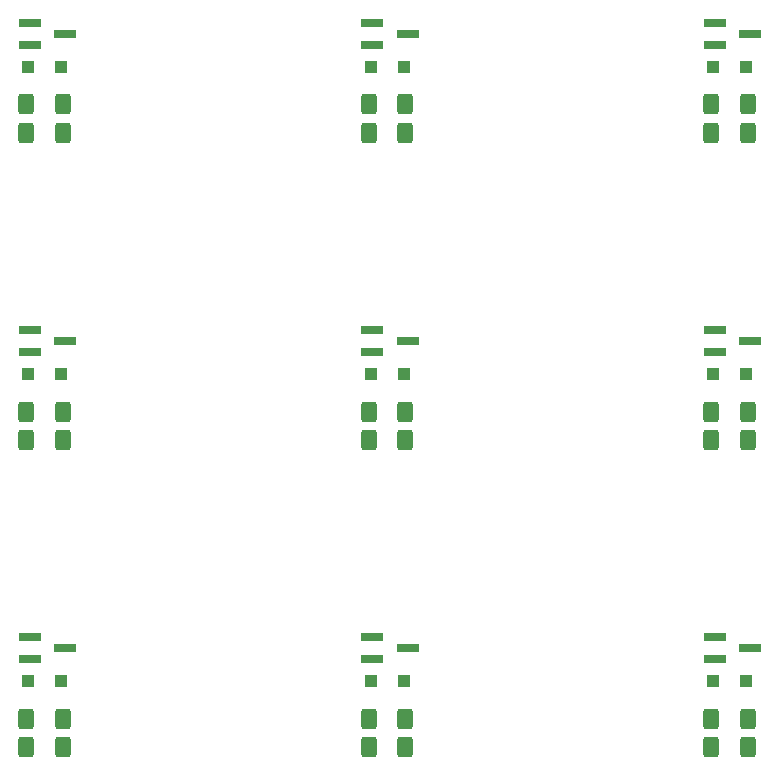
<source format=gtp>
%MOIN*%
%OFA0B0*%
%FSLAX46Y46*%
%IPPOS*%
%LPD*%
%AMRoundRect*
4,1,4,
0.07874015748031496,0.11811023622047245,
0.15748031496062992,0.19685039370078741,
0.23622047244094491,0.27559055118110237,
0.31496062992125984,0.35433070866141736,
0.07874015748031496,0.11811023622047245,
0*
1,1,$1,$2,$3*
1,1,$1,$2,$3*
1,1,$1,$2,$3*
1,1,$1,$2,$3*
20,1,$1,$2,$3,$4,$5,0*
20,1,$1,$2,$3,$4,$5,0*
20,1,$1,$2,$3,$4,$5,0*
20,1,$1,$2,$3,$4,$5,0*%
%AMCOMP5*
4,1,3,
-0.015748031496062995,-0.024606299212598427,
0.015748031496062995,-0.024606299212598427,
0.015748031496062995,0.024606299212598427,
-0.015748031496062995,0.024606299212598427,
0*
4,1,19,
-0.015748031496062995,-0.014763779527559057,
-0.012706525645915873,-0.015245506729378409,
-0.0099627435797984935,-0.016643533519931621,
-0.0077852658033961877,-0.018821011296333928,
-0.0063872390128429787,-0.021564793362451307,
-0.0059055118110236228,-0.024606299212598427,
-0.006387239012842977,-0.027647805062745546,
-0.0077852658033961877,-0.030391587128862925,
-0.0099627435797984918,-0.032569064905265233,
-0.012706525645915873,-0.033967091695818442,
-0.015748031496062992,-0.034448818897637797,
-0.018789537346210118,-0.033967091695818442,
-0.02153331941232749,-0.032569064905265233,
-0.0237107971887298,-0.030391587128862928,
-0.025108823979283011,-0.027647805062745546,
-0.025590551181102365,-0.024606299212598427,
-0.025108823979283011,-0.021564793362451307,
-0.0237107971887298,-0.018821011296333928,
-0.021533319412327497,-0.016643533519931621,
-0.018789537346210118,-0.015245506729378409,
0*
4,1,19,
0.015748031496062995,-0.014763779527559057,
0.018789537346210115,-0.015245506729378409,
0.02153331941232749,-0.016643533519931621,
0.0237107971887298,-0.018821011296333928,
0.025108823979283011,-0.021564793362451307,
0.025590551181102365,-0.024606299212598427,
0.025108823979283011,-0.027647805062745546,
0.0237107971887298,-0.030391587128862925,
0.021533319412327497,-0.032569064905265233,
0.018789537346210115,-0.033967091695818442,
0.015748031496062995,-0.034448818897637797,
0.012706525645915871,-0.033967091695818442,
0.009962743579798497,-0.032569064905265233,
0.0077852658033961885,-0.030391587128862928,
0.0063872390128429787,-0.027647805062745546,
0.0059055118110236228,-0.024606299212598427,
0.006387239012842977,-0.021564793362451307,
0.0077852658033961868,-0.018821011296333928,
0.0099627435797984918,-0.016643533519931621,
0.012706525645915871,-0.015245506729378409,
0*
4,1,19,
0.015748031496062995,0.034448818897637797,
0.018789537346210115,0.033967091695818442,
0.02153331941232749,0.032569064905265233,
0.0237107971887298,0.030391587128862928,
0.025108823979283011,0.027647805062745546,
0.025590551181102365,0.024606299212598427,
0.025108823979283011,0.021564793362451307,
0.0237107971887298,0.018821011296333928,
0.021533319412327497,0.016643533519931621,
0.018789537346210115,0.015245506729378409,
0.015748031496062995,0.014763779527559057,
0.012706525645915871,0.015245506729378409,
0.009962743579798497,0.016643533519931621,
0.0077852658033961885,0.018821011296333925,
0.0063872390128429787,0.021564793362451307,
0.0059055118110236228,0.024606299212598427,
0.006387239012842977,0.027647805062745546,
0.0077852658033961868,0.030391587128862925,
0.0099627435797984918,0.032569064905265233,
0.012706525645915871,0.033967091695818442,
0*
4,1,19,
-0.015748031496062995,0.034448818897637797,
-0.012706525645915873,0.033967091695818442,
-0.0099627435797984935,0.032569064905265233,
-0.0077852658033961877,0.030391587128862928,
-0.0063872390128429787,0.027647805062745546,
-0.0059055118110236228,0.024606299212598427,
-0.006387239012842977,0.021564793362451307,
-0.0077852658033961877,0.018821011296333928,
-0.0099627435797984918,0.016643533519931621,
-0.012706525645915873,0.015245506729378409,
-0.015748031496062992,0.014763779527559057,
-0.018789537346210118,0.015245506729378409,
-0.02153331941232749,0.016643533519931621,
-0.0237107971887298,0.018821011296333925,
-0.025108823979283011,0.021564793362451307,
-0.025590551181102365,0.024606299212598427,
-0.025108823979283011,0.027647805062745546,
-0.0237107971887298,0.030391587128862925,
-0.021533319412327497,0.032569064905265233,
-0.018789537346210118,0.033967091695818442,
0*
4,1,3,
-0.015748031496062995,-0.034448818897637797,
-0.015748031496062995,-0.014763779527559057,
0.015748031496062995,-0.014763779527559057,
0.015748031496062995,-0.034448818897637797,
0*
4,1,3,
0.025590551181102365,-0.024606299212598427,
0.0059055118110236228,-0.024606299212598427,
0.0059055118110236228,0.024606299212598427,
0.025590551181102365,0.024606299212598427,
0*
4,1,3,
0.015748031496062995,0.034448818897637797,
0.015748031496062995,0.014763779527559057,
-0.015748031496062995,0.014763779527559057,
-0.015748031496062995,0.034448818897637797,
0*
4,1,3,
-0.025590551181102365,0.024606299212598427,
-0.0059055118110236228,0.024606299212598427,
-0.0059055118110236228,-0.024606299212598427,
-0.025590551181102365,-0.024606299212598427,
0*%
%AMCOMP6*
4,1,3,
0.015748031496062995,0.024606299212598427,
-0.015748031496062995,0.024606299212598427,
-0.015748031496062995,-0.024606299212598427,
0.015748031496062995,-0.024606299212598427,
0*
4,1,19,
0.015748031496062995,0.034448818897637797,
0.018789537346210115,0.033967091695818442,
0.02153331941232749,0.032569064905265233,
0.0237107971887298,0.030391587128862928,
0.025108823979283011,0.027647805062745546,
0.025590551181102365,0.024606299212598427,
0.025108823979283011,0.021564793362451307,
0.0237107971887298,0.018821011296333928,
0.021533319412327497,0.016643533519931621,
0.018789537346210115,0.015245506729378409,
0.015748031496062995,0.014763779527559057,
0.012706525645915871,0.015245506729378409,
0.009962743579798497,0.016643533519931621,
0.0077852658033961885,0.018821011296333925,
0.0063872390128429787,0.021564793362451307,
0.0059055118110236228,0.024606299212598427,
0.006387239012842977,0.027647805062745546,
0.0077852658033961868,0.030391587128862925,
0.0099627435797984918,0.032569064905265233,
0.012706525645915871,0.033967091695818442,
0*
4,1,19,
-0.015748031496062995,0.034448818897637797,
-0.012706525645915873,0.033967091695818442,
-0.0099627435797984935,0.032569064905265233,
-0.0077852658033961877,0.030391587128862928,
-0.0063872390128429787,0.027647805062745546,
-0.0059055118110236228,0.024606299212598427,
-0.006387239012842977,0.021564793362451307,
-0.0077852658033961877,0.018821011296333928,
-0.0099627435797984918,0.016643533519931621,
-0.012706525645915873,0.015245506729378409,
-0.015748031496062992,0.014763779527559057,
-0.018789537346210118,0.015245506729378409,
-0.02153331941232749,0.016643533519931621,
-0.0237107971887298,0.018821011296333925,
-0.025108823979283011,0.021564793362451307,
-0.025590551181102365,0.024606299212598427,
-0.025108823979283011,0.027647805062745546,
-0.0237107971887298,0.030391587128862925,
-0.021533319412327497,0.032569064905265233,
-0.018789537346210118,0.033967091695818442,
0*
4,1,19,
-0.015748031496062995,-0.014763779527559057,
-0.012706525645915873,-0.015245506729378409,
-0.0099627435797984935,-0.016643533519931621,
-0.0077852658033961877,-0.018821011296333928,
-0.0063872390128429787,-0.021564793362451307,
-0.0059055118110236228,-0.024606299212598427,
-0.006387239012842977,-0.027647805062745546,
-0.0077852658033961877,-0.030391587128862925,
-0.0099627435797984918,-0.032569064905265233,
-0.012706525645915873,-0.033967091695818442,
-0.015748031496062992,-0.034448818897637797,
-0.018789537346210118,-0.033967091695818442,
-0.02153331941232749,-0.032569064905265233,
-0.0237107971887298,-0.030391587128862928,
-0.025108823979283011,-0.027647805062745546,
-0.025590551181102365,-0.024606299212598427,
-0.025108823979283011,-0.021564793362451307,
-0.0237107971887298,-0.018821011296333928,
-0.021533319412327497,-0.016643533519931621,
-0.018789537346210118,-0.015245506729378409,
0*
4,1,19,
0.015748031496062995,-0.014763779527559057,
0.018789537346210115,-0.015245506729378409,
0.02153331941232749,-0.016643533519931621,
0.0237107971887298,-0.018821011296333928,
0.025108823979283011,-0.021564793362451307,
0.025590551181102365,-0.024606299212598427,
0.025108823979283011,-0.027647805062745546,
0.0237107971887298,-0.030391587128862925,
0.021533319412327497,-0.032569064905265233,
0.018789537346210115,-0.033967091695818442,
0.015748031496062995,-0.034448818897637797,
0.012706525645915871,-0.033967091695818442,
0.009962743579798497,-0.032569064905265233,
0.0077852658033961885,-0.030391587128862928,
0.0063872390128429787,-0.027647805062745546,
0.0059055118110236228,-0.024606299212598427,
0.006387239012842977,-0.021564793362451307,
0.0077852658033961868,-0.018821011296333928,
0.0099627435797984918,-0.016643533519931621,
0.012706525645915871,-0.015245506729378409,
0*
4,1,3,
0.015748031496062995,0.034448818897637797,
0.015748031496062995,0.014763779527559057,
-0.015748031496062995,0.014763779527559057,
-0.015748031496062995,0.034448818897637797,
0*
4,1,3,
-0.025590551181102365,0.024606299212598427,
-0.0059055118110236228,0.024606299212598427,
-0.0059055118110236228,-0.024606299212598427,
-0.025590551181102365,-0.024606299212598427,
0*
4,1,3,
-0.015748031496062995,-0.034448818897637797,
-0.015748031496062995,-0.014763779527559057,
0.015748031496062995,-0.014763779527559057,
0.015748031496062995,-0.034448818897637797,
0*
4,1,3,
0.025590551181102365,-0.024606299212598427,
0.0059055118110236228,-0.024606299212598427,
0.0059055118110236228,0.024606299212598427,
0.025590551181102365,0.024606299212598427,
0*%
%AMRoundRect0*
4,1,4,
0.07874015748031496,0.11811023622047245,
0.15748031496062992,0.19685039370078741,
0.23622047244094491,0.27559055118110237,
0.31496062992125984,0.35433070866141736,
0.07874015748031496,0.11811023622047245,
0*
1,1,$1,$2,$3*
1,1,$1,$2,$3*
1,1,$1,$2,$3*
1,1,$1,$2,$3*
20,1,$1,$2,$3,$4,$5,0*
20,1,$1,$2,$3,$4,$5,0*
20,1,$1,$2,$3,$4,$5,0*
20,1,$1,$2,$3,$4,$5,0*%
%AMCOMP130*
4,1,3,
-0.015748031496062995,-0.024606299212598427,
0.015748031496062995,-0.024606299212598427,
0.015748031496062995,0.024606299212598427,
-0.015748031496062995,0.024606299212598427,
0*
4,1,19,
-0.015748031496062995,-0.014763779527559057,
-0.012706525645915873,-0.015245506729378409,
-0.0099627435797984935,-0.016643533519931621,
-0.0077852658033961877,-0.018821011296333928,
-0.0063872390128429787,-0.021564793362451307,
-0.0059055118110236228,-0.024606299212598427,
-0.006387239012842977,-0.027647805062745546,
-0.0077852658033961877,-0.030391587128862925,
-0.0099627435797984918,-0.032569064905265233,
-0.012706525645915873,-0.033967091695818442,
-0.015748031496062992,-0.034448818897637797,
-0.018789537346210118,-0.033967091695818442,
-0.02153331941232749,-0.032569064905265233,
-0.0237107971887298,-0.030391587128862928,
-0.025108823979283011,-0.027647805062745546,
-0.025590551181102365,-0.024606299212598427,
-0.025108823979283011,-0.021564793362451307,
-0.0237107971887298,-0.018821011296333928,
-0.021533319412327497,-0.016643533519931621,
-0.018789537346210118,-0.015245506729378409,
0*
4,1,19,
0.015748031496062995,-0.014763779527559057,
0.018789537346210115,-0.015245506729378409,
0.02153331941232749,-0.016643533519931621,
0.0237107971887298,-0.018821011296333928,
0.025108823979283011,-0.021564793362451307,
0.025590551181102365,-0.024606299212598427,
0.025108823979283011,-0.027647805062745546,
0.0237107971887298,-0.030391587128862925,
0.021533319412327497,-0.032569064905265233,
0.018789537346210115,-0.033967091695818442,
0.015748031496062995,-0.034448818897637797,
0.012706525645915871,-0.033967091695818442,
0.009962743579798497,-0.032569064905265233,
0.0077852658033961885,-0.030391587128862928,
0.0063872390128429787,-0.027647805062745546,
0.0059055118110236228,-0.024606299212598427,
0.006387239012842977,-0.021564793362451307,
0.0077852658033961868,-0.018821011296333928,
0.0099627435797984918,-0.016643533519931621,
0.012706525645915871,-0.015245506729378409,
0*
4,1,19,
0.015748031496062995,0.034448818897637797,
0.018789537346210115,0.033967091695818442,
0.02153331941232749,0.032569064905265233,
0.0237107971887298,0.030391587128862928,
0.025108823979283011,0.027647805062745546,
0.025590551181102365,0.024606299212598427,
0.025108823979283011,0.021564793362451307,
0.0237107971887298,0.018821011296333928,
0.021533319412327497,0.016643533519931621,
0.018789537346210115,0.015245506729378409,
0.015748031496062995,0.014763779527559057,
0.012706525645915871,0.015245506729378409,
0.009962743579798497,0.016643533519931621,
0.0077852658033961885,0.018821011296333925,
0.0063872390128429787,0.021564793362451307,
0.0059055118110236228,0.024606299212598427,
0.006387239012842977,0.027647805062745546,
0.0077852658033961868,0.030391587128862925,
0.0099627435797984918,0.032569064905265233,
0.012706525645915871,0.033967091695818442,
0*
4,1,19,
-0.015748031496062995,0.034448818897637797,
-0.012706525645915873,0.033967091695818442,
-0.0099627435797984935,0.032569064905265233,
-0.0077852658033961877,0.030391587128862928,
-0.0063872390128429787,0.027647805062745546,
-0.0059055118110236228,0.024606299212598427,
-0.006387239012842977,0.021564793362451307,
-0.0077852658033961877,0.018821011296333928,
-0.0099627435797984918,0.016643533519931621,
-0.012706525645915873,0.015245506729378409,
-0.015748031496062992,0.014763779527559057,
-0.018789537346210118,0.015245506729378409,
-0.02153331941232749,0.016643533519931621,
-0.0237107971887298,0.018821011296333925,
-0.025108823979283011,0.021564793362451307,
-0.025590551181102365,0.024606299212598427,
-0.025108823979283011,0.027647805062745546,
-0.0237107971887298,0.030391587128862925,
-0.021533319412327497,0.032569064905265233,
-0.018789537346210118,0.033967091695818442,
0*
4,1,3,
-0.015748031496062995,-0.034448818897637797,
-0.015748031496062995,-0.014763779527559057,
0.015748031496062995,-0.014763779527559057,
0.015748031496062995,-0.034448818897637797,
0*
4,1,3,
0.025590551181102365,-0.024606299212598427,
0.0059055118110236228,-0.024606299212598427,
0.0059055118110236228,0.024606299212598427,
0.025590551181102365,0.024606299212598427,
0*
4,1,3,
0.015748031496062995,0.034448818897637797,
0.015748031496062995,0.014763779527559057,
-0.015748031496062995,0.014763779527559057,
-0.015748031496062995,0.034448818897637797,
0*
4,1,3,
-0.025590551181102365,0.024606299212598427,
-0.0059055118110236228,0.024606299212598427,
-0.0059055118110236228,-0.024606299212598427,
-0.025590551181102365,-0.024606299212598427,
0*%
%AMCOMP140*
4,1,3,
0.015748031496062995,0.024606299212598427,
-0.015748031496062995,0.024606299212598427,
-0.015748031496062995,-0.024606299212598427,
0.015748031496062995,-0.024606299212598427,
0*
4,1,19,
0.015748031496062995,0.034448818897637797,
0.018789537346210115,0.033967091695818442,
0.02153331941232749,0.032569064905265233,
0.0237107971887298,0.030391587128862928,
0.025108823979283011,0.027647805062745546,
0.025590551181102365,0.024606299212598427,
0.025108823979283011,0.021564793362451307,
0.0237107971887298,0.018821011296333928,
0.021533319412327497,0.016643533519931621,
0.018789537346210115,0.015245506729378409,
0.015748031496062995,0.014763779527559057,
0.012706525645915871,0.015245506729378409,
0.009962743579798497,0.016643533519931621,
0.0077852658033961885,0.018821011296333925,
0.0063872390128429787,0.021564793362451307,
0.0059055118110236228,0.024606299212598427,
0.006387239012842977,0.027647805062745546,
0.0077852658033961868,0.030391587128862925,
0.0099627435797984918,0.032569064905265233,
0.012706525645915871,0.033967091695818442,
0*
4,1,19,
-0.015748031496062995,0.034448818897637797,
-0.012706525645915873,0.033967091695818442,
-0.0099627435797984935,0.032569064905265233,
-0.0077852658033961877,0.030391587128862928,
-0.0063872390128429787,0.027647805062745546,
-0.0059055118110236228,0.024606299212598427,
-0.006387239012842977,0.021564793362451307,
-0.0077852658033961877,0.018821011296333928,
-0.0099627435797984918,0.016643533519931621,
-0.012706525645915873,0.015245506729378409,
-0.015748031496062992,0.014763779527559057,
-0.018789537346210118,0.015245506729378409,
-0.02153331941232749,0.016643533519931621,
-0.0237107971887298,0.018821011296333925,
-0.025108823979283011,0.021564793362451307,
-0.025590551181102365,0.024606299212598427,
-0.025108823979283011,0.027647805062745546,
-0.0237107971887298,0.030391587128862925,
-0.021533319412327497,0.032569064905265233,
-0.018789537346210118,0.033967091695818442,
0*
4,1,19,
-0.015748031496062995,-0.014763779527559057,
-0.012706525645915873,-0.015245506729378409,
-0.0099627435797984935,-0.016643533519931621,
-0.0077852658033961877,-0.018821011296333928,
-0.0063872390128429787,-0.021564793362451307,
-0.0059055118110236228,-0.024606299212598427,
-0.006387239012842977,-0.027647805062745546,
-0.0077852658033961877,-0.030391587128862925,
-0.0099627435797984918,-0.032569064905265233,
-0.012706525645915873,-0.033967091695818442,
-0.015748031496062992,-0.034448818897637797,
-0.018789537346210118,-0.033967091695818442,
-0.02153331941232749,-0.032569064905265233,
-0.0237107971887298,-0.030391587128862928,
-0.025108823979283011,-0.027647805062745546,
-0.025590551181102365,-0.024606299212598427,
-0.025108823979283011,-0.021564793362451307,
-0.0237107971887298,-0.018821011296333928,
-0.021533319412327497,-0.016643533519931621,
-0.018789537346210118,-0.015245506729378409,
0*
4,1,19,
0.015748031496062995,-0.014763779527559057,
0.018789537346210115,-0.015245506729378409,
0.02153331941232749,-0.016643533519931621,
0.0237107971887298,-0.018821011296333928,
0.025108823979283011,-0.021564793362451307,
0.025590551181102365,-0.024606299212598427,
0.025108823979283011,-0.027647805062745546,
0.0237107971887298,-0.030391587128862925,
0.021533319412327497,-0.032569064905265233,
0.018789537346210115,-0.033967091695818442,
0.015748031496062995,-0.034448818897637797,
0.012706525645915871,-0.033967091695818442,
0.009962743579798497,-0.032569064905265233,
0.0077852658033961885,-0.030391587128862928,
0.0063872390128429787,-0.027647805062745546,
0.0059055118110236228,-0.024606299212598427,
0.006387239012842977,-0.021564793362451307,
0.0077852658033961868,-0.018821011296333928,
0.0099627435797984918,-0.016643533519931621,
0.012706525645915871,-0.015245506729378409,
0*
4,1,3,
0.015748031496062995,0.034448818897637797,
0.015748031496062995,0.014763779527559057,
-0.015748031496062995,0.014763779527559057,
-0.015748031496062995,0.034448818897637797,
0*
4,1,3,
-0.025590551181102365,0.024606299212598427,
-0.0059055118110236228,0.024606299212598427,
-0.0059055118110236228,-0.024606299212598427,
-0.025590551181102365,-0.024606299212598427,
0*
4,1,3,
-0.015748031496062995,-0.034448818897637797,
-0.015748031496062995,-0.014763779527559057,
0.015748031496062995,-0.014763779527559057,
0.015748031496062995,-0.034448818897637797,
0*
4,1,3,
0.025590551181102365,-0.024606299212598427,
0.0059055118110236228,-0.024606299212598427,
0.0059055118110236228,0.024606299212598427,
0.025590551181102365,0.024606299212598427,
0*%
%AMRoundRect1*
4,1,4,
0.07874015748031496,0.11811023622047245,
0.15748031496062992,0.19685039370078741,
0.23622047244094491,0.27559055118110237,
0.31496062992125984,0.35433070866141736,
0.07874015748031496,0.11811023622047245,
0*
1,1,$1,$2,$3*
1,1,$1,$2,$3*
1,1,$1,$2,$3*
1,1,$1,$2,$3*
20,1,$1,$2,$3,$4,$5,0*
20,1,$1,$2,$3,$4,$5,0*
20,1,$1,$2,$3,$4,$5,0*
20,1,$1,$2,$3,$4,$5,0*%
%AMCOMP210*
4,1,3,
-0.015748031496062995,-0.024606299212598427,
0.015748031496062995,-0.024606299212598427,
0.015748031496062995,0.024606299212598427,
-0.015748031496062995,0.024606299212598427,
0*
4,1,19,
-0.015748031496062995,-0.014763779527559057,
-0.012706525645915873,-0.015245506729378409,
-0.0099627435797984935,-0.016643533519931621,
-0.0077852658033961877,-0.018821011296333928,
-0.0063872390128429787,-0.021564793362451307,
-0.0059055118110236228,-0.024606299212598427,
-0.006387239012842977,-0.027647805062745546,
-0.0077852658033961877,-0.030391587128862925,
-0.0099627435797984918,-0.032569064905265233,
-0.012706525645915873,-0.033967091695818442,
-0.015748031496062992,-0.034448818897637797,
-0.018789537346210118,-0.033967091695818442,
-0.02153331941232749,-0.032569064905265233,
-0.0237107971887298,-0.030391587128862928,
-0.025108823979283011,-0.027647805062745546,
-0.025590551181102365,-0.024606299212598427,
-0.025108823979283011,-0.021564793362451307,
-0.0237107971887298,-0.018821011296333928,
-0.021533319412327497,-0.016643533519931621,
-0.018789537346210118,-0.015245506729378409,
0*
4,1,19,
0.015748031496062995,-0.014763779527559057,
0.018789537346210115,-0.015245506729378409,
0.02153331941232749,-0.016643533519931621,
0.0237107971887298,-0.018821011296333928,
0.025108823979283011,-0.021564793362451307,
0.025590551181102365,-0.024606299212598427,
0.025108823979283011,-0.027647805062745546,
0.0237107971887298,-0.030391587128862925,
0.021533319412327497,-0.032569064905265233,
0.018789537346210115,-0.033967091695818442,
0.015748031496062995,-0.034448818897637797,
0.012706525645915871,-0.033967091695818442,
0.009962743579798497,-0.032569064905265233,
0.0077852658033961885,-0.030391587128862928,
0.0063872390128429787,-0.027647805062745546,
0.0059055118110236228,-0.024606299212598427,
0.006387239012842977,-0.021564793362451307,
0.0077852658033961868,-0.018821011296333928,
0.0099627435797984918,-0.016643533519931621,
0.012706525645915871,-0.015245506729378409,
0*
4,1,19,
0.015748031496062995,0.034448818897637797,
0.018789537346210115,0.033967091695818442,
0.02153331941232749,0.032569064905265233,
0.0237107971887298,0.030391587128862928,
0.025108823979283011,0.027647805062745546,
0.025590551181102365,0.024606299212598427,
0.025108823979283011,0.021564793362451307,
0.0237107971887298,0.018821011296333928,
0.021533319412327497,0.016643533519931621,
0.018789537346210115,0.015245506729378409,
0.015748031496062995,0.014763779527559057,
0.012706525645915871,0.015245506729378409,
0.009962743579798497,0.016643533519931621,
0.0077852658033961885,0.018821011296333925,
0.0063872390128429787,0.021564793362451307,
0.0059055118110236228,0.024606299212598427,
0.006387239012842977,0.027647805062745546,
0.0077852658033961868,0.030391587128862925,
0.0099627435797984918,0.032569064905265233,
0.012706525645915871,0.033967091695818442,
0*
4,1,19,
-0.015748031496062995,0.034448818897637797,
-0.012706525645915873,0.033967091695818442,
-0.0099627435797984935,0.032569064905265233,
-0.0077852658033961877,0.030391587128862928,
-0.0063872390128429787,0.027647805062745546,
-0.0059055118110236228,0.024606299212598427,
-0.006387239012842977,0.021564793362451307,
-0.0077852658033961877,0.018821011296333928,
-0.0099627435797984918,0.016643533519931621,
-0.012706525645915873,0.015245506729378409,
-0.015748031496062992,0.014763779527559057,
-0.018789537346210118,0.015245506729378409,
-0.02153331941232749,0.016643533519931621,
-0.0237107971887298,0.018821011296333925,
-0.025108823979283011,0.021564793362451307,
-0.025590551181102365,0.024606299212598427,
-0.025108823979283011,0.027647805062745546,
-0.0237107971887298,0.030391587128862925,
-0.021533319412327497,0.032569064905265233,
-0.018789537346210118,0.033967091695818442,
0*
4,1,3,
-0.015748031496062995,-0.034448818897637797,
-0.015748031496062995,-0.014763779527559057,
0.015748031496062995,-0.014763779527559057,
0.015748031496062995,-0.034448818897637797,
0*
4,1,3,
0.025590551181102365,-0.024606299212598427,
0.0059055118110236228,-0.024606299212598427,
0.0059055118110236228,0.024606299212598427,
0.025590551181102365,0.024606299212598427,
0*
4,1,3,
0.015748031496062995,0.034448818897637797,
0.015748031496062995,0.014763779527559057,
-0.015748031496062995,0.014763779527559057,
-0.015748031496062995,0.034448818897637797,
0*
4,1,3,
-0.025590551181102365,0.024606299212598427,
-0.0059055118110236228,0.024606299212598427,
-0.0059055118110236228,-0.024606299212598427,
-0.025590551181102365,-0.024606299212598427,
0*%
%AMCOMP220*
4,1,3,
0.015748031496062995,0.024606299212598427,
-0.015748031496062995,0.024606299212598427,
-0.015748031496062995,-0.024606299212598427,
0.015748031496062995,-0.024606299212598427,
0*
4,1,19,
0.015748031496062995,0.034448818897637797,
0.018789537346210115,0.033967091695818442,
0.02153331941232749,0.032569064905265233,
0.0237107971887298,0.030391587128862928,
0.025108823979283011,0.027647805062745546,
0.025590551181102365,0.024606299212598427,
0.025108823979283011,0.021564793362451307,
0.0237107971887298,0.018821011296333928,
0.021533319412327497,0.016643533519931621,
0.018789537346210115,0.015245506729378409,
0.015748031496062995,0.014763779527559057,
0.012706525645915871,0.015245506729378409,
0.009962743579798497,0.016643533519931621,
0.0077852658033961885,0.018821011296333925,
0.0063872390128429787,0.021564793362451307,
0.0059055118110236228,0.024606299212598427,
0.006387239012842977,0.027647805062745546,
0.0077852658033961868,0.030391587128862925,
0.0099627435797984918,0.032569064905265233,
0.012706525645915871,0.033967091695818442,
0*
4,1,19,
-0.015748031496062995,0.034448818897637797,
-0.012706525645915873,0.033967091695818442,
-0.0099627435797984935,0.032569064905265233,
-0.0077852658033961877,0.030391587128862928,
-0.0063872390128429787,0.027647805062745546,
-0.0059055118110236228,0.024606299212598427,
-0.006387239012842977,0.021564793362451307,
-0.0077852658033961877,0.018821011296333928,
-0.0099627435797984918,0.016643533519931621,
-0.012706525645915873,0.015245506729378409,
-0.015748031496062992,0.014763779527559057,
-0.018789537346210118,0.015245506729378409,
-0.02153331941232749,0.016643533519931621,
-0.0237107971887298,0.018821011296333925,
-0.025108823979283011,0.021564793362451307,
-0.025590551181102365,0.024606299212598427,
-0.025108823979283011,0.027647805062745546,
-0.0237107971887298,0.030391587128862925,
-0.021533319412327497,0.032569064905265233,
-0.018789537346210118,0.033967091695818442,
0*
4,1,19,
-0.015748031496062995,-0.014763779527559057,
-0.012706525645915873,-0.015245506729378409,
-0.0099627435797984935,-0.016643533519931621,
-0.0077852658033961877,-0.018821011296333928,
-0.0063872390128429787,-0.021564793362451307,
-0.0059055118110236228,-0.024606299212598427,
-0.006387239012842977,-0.027647805062745546,
-0.0077852658033961877,-0.030391587128862925,
-0.0099627435797984918,-0.032569064905265233,
-0.012706525645915873,-0.033967091695818442,
-0.015748031496062992,-0.034448818897637797,
-0.018789537346210118,-0.033967091695818442,
-0.02153331941232749,-0.032569064905265233,
-0.0237107971887298,-0.030391587128862928,
-0.025108823979283011,-0.027647805062745546,
-0.025590551181102365,-0.024606299212598427,
-0.025108823979283011,-0.021564793362451307,
-0.0237107971887298,-0.018821011296333928,
-0.021533319412327497,-0.016643533519931621,
-0.018789537346210118,-0.015245506729378409,
0*
4,1,19,
0.015748031496062995,-0.014763779527559057,
0.018789537346210115,-0.015245506729378409,
0.02153331941232749,-0.016643533519931621,
0.0237107971887298,-0.018821011296333928,
0.025108823979283011,-0.021564793362451307,
0.025590551181102365,-0.024606299212598427,
0.025108823979283011,-0.027647805062745546,
0.0237107971887298,-0.030391587128862925,
0.021533319412327497,-0.032569064905265233,
0.018789537346210115,-0.033967091695818442,
0.015748031496062995,-0.034448818897637797,
0.012706525645915871,-0.033967091695818442,
0.009962743579798497,-0.032569064905265233,
0.0077852658033961885,-0.030391587128862928,
0.0063872390128429787,-0.027647805062745546,
0.0059055118110236228,-0.024606299212598427,
0.006387239012842977,-0.021564793362451307,
0.0077852658033961868,-0.018821011296333928,
0.0099627435797984918,-0.016643533519931621,
0.012706525645915871,-0.015245506729378409,
0*
4,1,3,
0.015748031496062995,0.034448818897637797,
0.015748031496062995,0.014763779527559057,
-0.015748031496062995,0.014763779527559057,
-0.015748031496062995,0.034448818897637797,
0*
4,1,3,
-0.025590551181102365,0.024606299212598427,
-0.0059055118110236228,0.024606299212598427,
-0.0059055118110236228,-0.024606299212598427,
-0.025590551181102365,-0.024606299212598427,
0*
4,1,3,
-0.015748031496062995,-0.034448818897637797,
-0.015748031496062995,-0.014763779527559057,
0.015748031496062995,-0.014763779527559057,
0.015748031496062995,-0.034448818897637797,
0*
4,1,3,
0.025590551181102365,-0.024606299212598427,
0.0059055118110236228,-0.024606299212598427,
0.0059055118110236228,0.024606299212598427,
0.025590551181102365,0.024606299212598427,
0*%
%AMRoundRect0*
4,1,4,
0.07874015748031496,0.11811023622047245,
0.15748031496062992,0.19685039370078741,
0.23622047244094491,0.27559055118110237,
0.31496062992125984,0.35433070866141736,
0.07874015748031496,0.11811023622047245,
0*
1,1,$1,$2,$3*
1,1,$1,$2,$3*
1,1,$1,$2,$3*
1,1,$1,$2,$3*
20,1,$1,$2,$3,$4,$5,0*
20,1,$1,$2,$3,$4,$5,0*
20,1,$1,$2,$3,$4,$5,0*
20,1,$1,$2,$3,$4,$5,0*%
%AMCOMP290*
4,1,3,
-0.015748031496062995,-0.024606299212598427,
0.015748031496062995,-0.024606299212598427,
0.015748031496062995,0.024606299212598427,
-0.015748031496062995,0.024606299212598427,
0*
4,1,19,
-0.015748031496062995,-0.014763779527559057,
-0.012706525645915873,-0.015245506729378409,
-0.0099627435797984935,-0.016643533519931621,
-0.0077852658033961877,-0.018821011296333928,
-0.0063872390128429787,-0.021564793362451307,
-0.0059055118110236228,-0.024606299212598427,
-0.006387239012842977,-0.027647805062745546,
-0.0077852658033961877,-0.030391587128862925,
-0.0099627435797984918,-0.032569064905265233,
-0.012706525645915873,-0.033967091695818442,
-0.015748031496062992,-0.034448818897637797,
-0.018789537346210118,-0.033967091695818442,
-0.02153331941232749,-0.032569064905265233,
-0.0237107971887298,-0.030391587128862928,
-0.025108823979283011,-0.027647805062745546,
-0.025590551181102365,-0.024606299212598427,
-0.025108823979283011,-0.021564793362451307,
-0.0237107971887298,-0.018821011296333928,
-0.021533319412327497,-0.016643533519931621,
-0.018789537346210118,-0.015245506729378409,
0*
4,1,19,
0.015748031496062995,-0.014763779527559057,
0.018789537346210115,-0.015245506729378409,
0.02153331941232749,-0.016643533519931621,
0.0237107971887298,-0.018821011296333928,
0.025108823979283011,-0.021564793362451307,
0.025590551181102365,-0.024606299212598427,
0.025108823979283011,-0.027647805062745546,
0.0237107971887298,-0.030391587128862925,
0.021533319412327497,-0.032569064905265233,
0.018789537346210115,-0.033967091695818442,
0.015748031496062995,-0.034448818897637797,
0.012706525645915871,-0.033967091695818442,
0.009962743579798497,-0.032569064905265233,
0.0077852658033961885,-0.030391587128862928,
0.0063872390128429787,-0.027647805062745546,
0.0059055118110236228,-0.024606299212598427,
0.006387239012842977,-0.021564793362451307,
0.0077852658033961868,-0.018821011296333928,
0.0099627435797984918,-0.016643533519931621,
0.012706525645915871,-0.015245506729378409,
0*
4,1,19,
0.015748031496062995,0.034448818897637797,
0.018789537346210115,0.033967091695818442,
0.02153331941232749,0.032569064905265233,
0.0237107971887298,0.030391587128862928,
0.025108823979283011,0.027647805062745546,
0.025590551181102365,0.024606299212598427,
0.025108823979283011,0.021564793362451307,
0.0237107971887298,0.018821011296333928,
0.021533319412327497,0.016643533519931621,
0.018789537346210115,0.015245506729378409,
0.015748031496062995,0.014763779527559057,
0.012706525645915871,0.015245506729378409,
0.009962743579798497,0.016643533519931621,
0.0077852658033961885,0.018821011296333925,
0.0063872390128429787,0.021564793362451307,
0.0059055118110236228,0.024606299212598427,
0.006387239012842977,0.027647805062745546,
0.0077852658033961868,0.030391587128862925,
0.0099627435797984918,0.032569064905265233,
0.012706525645915871,0.033967091695818442,
0*
4,1,19,
-0.015748031496062995,0.034448818897637797,
-0.012706525645915873,0.033967091695818442,
-0.0099627435797984935,0.032569064905265233,
-0.0077852658033961877,0.030391587128862928,
-0.0063872390128429787,0.027647805062745546,
-0.0059055118110236228,0.024606299212598427,
-0.006387239012842977,0.021564793362451307,
-0.0077852658033961877,0.018821011296333928,
-0.0099627435797984918,0.016643533519931621,
-0.012706525645915873,0.015245506729378409,
-0.015748031496062992,0.014763779527559057,
-0.018789537346210118,0.015245506729378409,
-0.02153331941232749,0.016643533519931621,
-0.0237107971887298,0.018821011296333925,
-0.025108823979283011,0.021564793362451307,
-0.025590551181102365,0.024606299212598427,
-0.025108823979283011,0.027647805062745546,
-0.0237107971887298,0.030391587128862925,
-0.021533319412327497,0.032569064905265233,
-0.018789537346210118,0.033967091695818442,
0*
4,1,3,
-0.015748031496062995,-0.034448818897637797,
-0.015748031496062995,-0.014763779527559057,
0.015748031496062995,-0.014763779527559057,
0.015748031496062995,-0.034448818897637797,
0*
4,1,3,
0.025590551181102365,-0.024606299212598427,
0.0059055118110236228,-0.024606299212598427,
0.0059055118110236228,0.024606299212598427,
0.025590551181102365,0.024606299212598427,
0*
4,1,3,
0.015748031496062995,0.034448818897637797,
0.015748031496062995,0.014763779527559057,
-0.015748031496062995,0.014763779527559057,
-0.015748031496062995,0.034448818897637797,
0*
4,1,3,
-0.025590551181102365,0.024606299212598427,
-0.0059055118110236228,0.024606299212598427,
-0.0059055118110236228,-0.024606299212598427,
-0.025590551181102365,-0.024606299212598427,
0*%
%AMCOMP300*
4,1,3,
0.015748031496062995,0.024606299212598427,
-0.015748031496062995,0.024606299212598427,
-0.015748031496062995,-0.024606299212598427,
0.015748031496062995,-0.024606299212598427,
0*
4,1,19,
0.015748031496062995,0.034448818897637797,
0.018789537346210115,0.033967091695818442,
0.02153331941232749,0.032569064905265233,
0.0237107971887298,0.030391587128862928,
0.025108823979283011,0.027647805062745546,
0.025590551181102365,0.024606299212598427,
0.025108823979283011,0.021564793362451307,
0.0237107971887298,0.018821011296333928,
0.021533319412327497,0.016643533519931621,
0.018789537346210115,0.015245506729378409,
0.015748031496062995,0.014763779527559057,
0.012706525645915871,0.015245506729378409,
0.009962743579798497,0.016643533519931621,
0.0077852658033961885,0.018821011296333925,
0.0063872390128429787,0.021564793362451307,
0.0059055118110236228,0.024606299212598427,
0.006387239012842977,0.027647805062745546,
0.0077852658033961868,0.030391587128862925,
0.0099627435797984918,0.032569064905265233,
0.012706525645915871,0.033967091695818442,
0*
4,1,19,
-0.015748031496062995,0.034448818897637797,
-0.012706525645915873,0.033967091695818442,
-0.0099627435797984935,0.032569064905265233,
-0.0077852658033961877,0.030391587128862928,
-0.0063872390128429787,0.027647805062745546,
-0.0059055118110236228,0.024606299212598427,
-0.006387239012842977,0.021564793362451307,
-0.0077852658033961877,0.018821011296333928,
-0.0099627435797984918,0.016643533519931621,
-0.012706525645915873,0.015245506729378409,
-0.015748031496062992,0.014763779527559057,
-0.018789537346210118,0.015245506729378409,
-0.02153331941232749,0.016643533519931621,
-0.0237107971887298,0.018821011296333925,
-0.025108823979283011,0.021564793362451307,
-0.025590551181102365,0.024606299212598427,
-0.025108823979283011,0.027647805062745546,
-0.0237107971887298,0.030391587128862925,
-0.021533319412327497,0.032569064905265233,
-0.018789537346210118,0.033967091695818442,
0*
4,1,19,
-0.015748031496062995,-0.014763779527559057,
-0.012706525645915873,-0.015245506729378409,
-0.0099627435797984935,-0.016643533519931621,
-0.0077852658033961877,-0.018821011296333928,
-0.0063872390128429787,-0.021564793362451307,
-0.0059055118110236228,-0.024606299212598427,
-0.006387239012842977,-0.027647805062745546,
-0.0077852658033961877,-0.030391587128862925,
-0.0099627435797984918,-0.032569064905265233,
-0.012706525645915873,-0.033967091695818442,
-0.015748031496062992,-0.034448818897637797,
-0.018789537346210118,-0.033967091695818442,
-0.02153331941232749,-0.032569064905265233,
-0.0237107971887298,-0.030391587128862928,
-0.025108823979283011,-0.027647805062745546,
-0.025590551181102365,-0.024606299212598427,
-0.025108823979283011,-0.021564793362451307,
-0.0237107971887298,-0.018821011296333928,
-0.021533319412327497,-0.016643533519931621,
-0.018789537346210118,-0.015245506729378409,
0*
4,1,19,
0.015748031496062995,-0.014763779527559057,
0.018789537346210115,-0.015245506729378409,
0.02153331941232749,-0.016643533519931621,
0.0237107971887298,-0.018821011296333928,
0.025108823979283011,-0.021564793362451307,
0.025590551181102365,-0.024606299212598427,
0.025108823979283011,-0.027647805062745546,
0.0237107971887298,-0.030391587128862925,
0.021533319412327497,-0.032569064905265233,
0.018789537346210115,-0.033967091695818442,
0.015748031496062995,-0.034448818897637797,
0.012706525645915871,-0.033967091695818442,
0.009962743579798497,-0.032569064905265233,
0.0077852658033961885,-0.030391587128862928,
0.0063872390128429787,-0.027647805062745546,
0.0059055118110236228,-0.024606299212598427,
0.006387239012842977,-0.021564793362451307,
0.0077852658033961868,-0.018821011296333928,
0.0099627435797984918,-0.016643533519931621,
0.012706525645915871,-0.015245506729378409,
0*
4,1,3,
0.015748031496062995,0.034448818897637797,
0.015748031496062995,0.014763779527559057,
-0.015748031496062995,0.014763779527559057,
-0.015748031496062995,0.034448818897637797,
0*
4,1,3,
-0.025590551181102365,0.024606299212598427,
-0.0059055118110236228,0.024606299212598427,
-0.0059055118110236228,-0.024606299212598427,
-0.025590551181102365,-0.024606299212598427,
0*
4,1,3,
-0.015748031496062995,-0.034448818897637797,
-0.015748031496062995,-0.014763779527559057,
0.015748031496062995,-0.014763779527559057,
0.015748031496062995,-0.034448818897637797,
0*
4,1,3,
0.025590551181102365,-0.024606299212598427,
0.0059055118110236228,-0.024606299212598427,
0.0059055118110236228,0.024606299212598427,
0.025590551181102365,0.024606299212598427,
0*%
%AMRoundRect1*
4,1,4,
0.07874015748031496,0.11811023622047245,
0.15748031496062992,0.19685039370078741,
0.23622047244094491,0.27559055118110237,
0.31496062992125984,0.35433070866141736,
0.07874015748031496,0.11811023622047245,
0*
1,1,$1,$2,$3*
1,1,$1,$2,$3*
1,1,$1,$2,$3*
1,1,$1,$2,$3*
20,1,$1,$2,$3,$4,$5,0*
20,1,$1,$2,$3,$4,$5,0*
20,1,$1,$2,$3,$4,$5,0*
20,1,$1,$2,$3,$4,$5,0*%
%AMCOMP370*
4,1,3,
-0.015748031496062995,-0.024606299212598427,
0.015748031496062995,-0.024606299212598427,
0.015748031496062995,0.024606299212598427,
-0.015748031496062995,0.024606299212598427,
0*
4,1,19,
-0.015748031496062995,-0.014763779527559057,
-0.012706525645915873,-0.015245506729378409,
-0.0099627435797984935,-0.016643533519931621,
-0.0077852658033961877,-0.018821011296333928,
-0.0063872390128429787,-0.021564793362451307,
-0.0059055118110236228,-0.024606299212598427,
-0.006387239012842977,-0.027647805062745546,
-0.0077852658033961877,-0.030391587128862925,
-0.0099627435797984918,-0.032569064905265233,
-0.012706525645915873,-0.033967091695818442,
-0.015748031496062992,-0.034448818897637797,
-0.018789537346210118,-0.033967091695818442,
-0.02153331941232749,-0.032569064905265233,
-0.0237107971887298,-0.030391587128862928,
-0.025108823979283011,-0.027647805062745546,
-0.025590551181102365,-0.024606299212598427,
-0.025108823979283011,-0.021564793362451307,
-0.0237107971887298,-0.018821011296333928,
-0.021533319412327497,-0.016643533519931621,
-0.018789537346210118,-0.015245506729378409,
0*
4,1,19,
0.015748031496062995,-0.014763779527559057,
0.018789537346210115,-0.015245506729378409,
0.02153331941232749,-0.016643533519931621,
0.0237107971887298,-0.018821011296333928,
0.025108823979283011,-0.021564793362451307,
0.025590551181102365,-0.024606299212598427,
0.025108823979283011,-0.027647805062745546,
0.0237107971887298,-0.030391587128862925,
0.021533319412327497,-0.032569064905265233,
0.018789537346210115,-0.033967091695818442,
0.015748031496062995,-0.034448818897637797,
0.012706525645915871,-0.033967091695818442,
0.009962743579798497,-0.032569064905265233,
0.0077852658033961885,-0.030391587128862928,
0.0063872390128429787,-0.027647805062745546,
0.0059055118110236228,-0.024606299212598427,
0.006387239012842977,-0.021564793362451307,
0.0077852658033961868,-0.018821011296333928,
0.0099627435797984918,-0.016643533519931621,
0.012706525645915871,-0.015245506729378409,
0*
4,1,19,
0.015748031496062995,0.034448818897637797,
0.018789537346210115,0.033967091695818442,
0.02153331941232749,0.032569064905265233,
0.0237107971887298,0.030391587128862928,
0.025108823979283011,0.027647805062745546,
0.025590551181102365,0.024606299212598427,
0.025108823979283011,0.021564793362451307,
0.0237107971887298,0.018821011296333928,
0.021533319412327497,0.016643533519931621,
0.018789537346210115,0.015245506729378409,
0.015748031496062995,0.014763779527559057,
0.012706525645915871,0.015245506729378409,
0.009962743579798497,0.016643533519931621,
0.0077852658033961885,0.018821011296333925,
0.0063872390128429787,0.021564793362451307,
0.0059055118110236228,0.024606299212598427,
0.006387239012842977,0.027647805062745546,
0.0077852658033961868,0.030391587128862925,
0.0099627435797984918,0.032569064905265233,
0.012706525645915871,0.033967091695818442,
0*
4,1,19,
-0.015748031496062995,0.034448818897637797,
-0.012706525645915873,0.033967091695818442,
-0.0099627435797984935,0.032569064905265233,
-0.0077852658033961877,0.030391587128862928,
-0.0063872390128429787,0.027647805062745546,
-0.0059055118110236228,0.024606299212598427,
-0.006387239012842977,0.021564793362451307,
-0.0077852658033961877,0.018821011296333928,
-0.0099627435797984918,0.016643533519931621,
-0.012706525645915873,0.015245506729378409,
-0.015748031496062992,0.014763779527559057,
-0.018789537346210118,0.015245506729378409,
-0.02153331941232749,0.016643533519931621,
-0.0237107971887298,0.018821011296333925,
-0.025108823979283011,0.021564793362451307,
-0.025590551181102365,0.024606299212598427,
-0.025108823979283011,0.027647805062745546,
-0.0237107971887298,0.030391587128862925,
-0.021533319412327497,0.032569064905265233,
-0.018789537346210118,0.033967091695818442,
0*
4,1,3,
-0.015748031496062995,-0.034448818897637797,
-0.015748031496062995,-0.014763779527559057,
0.015748031496062995,-0.014763779527559057,
0.015748031496062995,-0.034448818897637797,
0*
4,1,3,
0.025590551181102365,-0.024606299212598427,
0.0059055118110236228,-0.024606299212598427,
0.0059055118110236228,0.024606299212598427,
0.025590551181102365,0.024606299212598427,
0*
4,1,3,
0.015748031496062995,0.034448818897637797,
0.015748031496062995,0.014763779527559057,
-0.015748031496062995,0.014763779527559057,
-0.015748031496062995,0.034448818897637797,
0*
4,1,3,
-0.025590551181102365,0.024606299212598427,
-0.0059055118110236228,0.024606299212598427,
-0.0059055118110236228,-0.024606299212598427,
-0.025590551181102365,-0.024606299212598427,
0*%
%AMCOMP380*
4,1,3,
0.015748031496062995,0.024606299212598427,
-0.015748031496062995,0.024606299212598427,
-0.015748031496062995,-0.024606299212598427,
0.015748031496062995,-0.024606299212598427,
0*
4,1,19,
0.015748031496062995,0.034448818897637797,
0.018789537346210115,0.033967091695818442,
0.02153331941232749,0.032569064905265233,
0.0237107971887298,0.030391587128862928,
0.025108823979283011,0.027647805062745546,
0.025590551181102365,0.024606299212598427,
0.025108823979283011,0.021564793362451307,
0.0237107971887298,0.018821011296333928,
0.021533319412327497,0.016643533519931621,
0.018789537346210115,0.015245506729378409,
0.015748031496062995,0.014763779527559057,
0.012706525645915871,0.015245506729378409,
0.009962743579798497,0.016643533519931621,
0.0077852658033961885,0.018821011296333925,
0.0063872390128429787,0.021564793362451307,
0.0059055118110236228,0.024606299212598427,
0.006387239012842977,0.027647805062745546,
0.0077852658033961868,0.030391587128862925,
0.0099627435797984918,0.032569064905265233,
0.012706525645915871,0.033967091695818442,
0*
4,1,19,
-0.015748031496062995,0.034448818897637797,
-0.012706525645915873,0.033967091695818442,
-0.0099627435797984935,0.032569064905265233,
-0.0077852658033961877,0.030391587128862928,
-0.0063872390128429787,0.027647805062745546,
-0.0059055118110236228,0.024606299212598427,
-0.006387239012842977,0.021564793362451307,
-0.0077852658033961877,0.018821011296333928,
-0.0099627435797984918,0.016643533519931621,
-0.012706525645915873,0.015245506729378409,
-0.015748031496062992,0.014763779527559057,
-0.018789537346210118,0.015245506729378409,
-0.02153331941232749,0.016643533519931621,
-0.0237107971887298,0.018821011296333925,
-0.025108823979283011,0.021564793362451307,
-0.025590551181102365,0.024606299212598427,
-0.025108823979283011,0.027647805062745546,
-0.0237107971887298,0.030391587128862925,
-0.021533319412327497,0.032569064905265233,
-0.018789537346210118,0.033967091695818442,
0*
4,1,19,
-0.015748031496062995,-0.014763779527559057,
-0.012706525645915873,-0.015245506729378409,
-0.0099627435797984935,-0.016643533519931621,
-0.0077852658033961877,-0.018821011296333928,
-0.0063872390128429787,-0.021564793362451307,
-0.0059055118110236228,-0.024606299212598427,
-0.006387239012842977,-0.027647805062745546,
-0.0077852658033961877,-0.030391587128862925,
-0.0099627435797984918,-0.032569064905265233,
-0.012706525645915873,-0.033967091695818442,
-0.015748031496062992,-0.034448818897637797,
-0.018789537346210118,-0.033967091695818442,
-0.02153331941232749,-0.032569064905265233,
-0.0237107971887298,-0.030391587128862928,
-0.025108823979283011,-0.027647805062745546,
-0.025590551181102365,-0.024606299212598427,
-0.025108823979283011,-0.021564793362451307,
-0.0237107971887298,-0.018821011296333928,
-0.021533319412327497,-0.016643533519931621,
-0.018789537346210118,-0.015245506729378409,
0*
4,1,19,
0.015748031496062995,-0.014763779527559057,
0.018789537346210115,-0.015245506729378409,
0.02153331941232749,-0.016643533519931621,
0.0237107971887298,-0.018821011296333928,
0.025108823979283011,-0.021564793362451307,
0.025590551181102365,-0.024606299212598427,
0.025108823979283011,-0.027647805062745546,
0.0237107971887298,-0.030391587128862925,
0.021533319412327497,-0.032569064905265233,
0.018789537346210115,-0.033967091695818442,
0.015748031496062995,-0.034448818897637797,
0.012706525645915871,-0.033967091695818442,
0.009962743579798497,-0.032569064905265233,
0.0077852658033961885,-0.030391587128862928,
0.0063872390128429787,-0.027647805062745546,
0.0059055118110236228,-0.024606299212598427,
0.006387239012842977,-0.021564793362451307,
0.0077852658033961868,-0.018821011296333928,
0.0099627435797984918,-0.016643533519931621,
0.012706525645915871,-0.015245506729378409,
0*
4,1,3,
0.015748031496062995,0.034448818897637797,
0.015748031496062995,0.014763779527559057,
-0.015748031496062995,0.014763779527559057,
-0.015748031496062995,0.034448818897637797,
0*
4,1,3,
-0.025590551181102365,0.024606299212598427,
-0.0059055118110236228,0.024606299212598427,
-0.0059055118110236228,-0.024606299212598427,
-0.025590551181102365,-0.024606299212598427,
0*
4,1,3,
-0.015748031496062995,-0.034448818897637797,
-0.015748031496062995,-0.014763779527559057,
0.015748031496062995,-0.014763779527559057,
0.015748031496062995,-0.034448818897637797,
0*
4,1,3,
0.025590551181102365,-0.024606299212598427,
0.0059055118110236228,-0.024606299212598427,
0.0059055118110236228,0.024606299212598427,
0.025590551181102365,0.024606299212598427,
0*%
%AMRoundRect0*
4,1,4,
0.07874015748031496,0.11811023622047245,
0.15748031496062992,0.19685039370078741,
0.23622047244094491,0.27559055118110237,
0.31496062992125984,0.35433070866141736,
0.07874015748031496,0.11811023622047245,
0*
1,1,$1,$2,$3*
1,1,$1,$2,$3*
1,1,$1,$2,$3*
1,1,$1,$2,$3*
20,1,$1,$2,$3,$4,$5,0*
20,1,$1,$2,$3,$4,$5,0*
20,1,$1,$2,$3,$4,$5,0*
20,1,$1,$2,$3,$4,$5,0*%
%AMCOMP450*
4,1,3,
-0.015748031496062995,-0.024606299212598427,
0.015748031496062995,-0.024606299212598427,
0.015748031496062995,0.024606299212598427,
-0.015748031496062995,0.024606299212598427,
0*
4,1,19,
-0.015748031496062995,-0.014763779527559057,
-0.012706525645915873,-0.015245506729378409,
-0.0099627435797984935,-0.016643533519931621,
-0.0077852658033961877,-0.018821011296333928,
-0.0063872390128429787,-0.021564793362451307,
-0.0059055118110236228,-0.024606299212598427,
-0.006387239012842977,-0.027647805062745546,
-0.0077852658033961877,-0.030391587128862925,
-0.0099627435797984918,-0.032569064905265233,
-0.012706525645915873,-0.033967091695818442,
-0.015748031496062992,-0.034448818897637797,
-0.018789537346210118,-0.033967091695818442,
-0.02153331941232749,-0.032569064905265233,
-0.0237107971887298,-0.030391587128862928,
-0.025108823979283011,-0.027647805062745546,
-0.025590551181102365,-0.024606299212598427,
-0.025108823979283011,-0.021564793362451307,
-0.0237107971887298,-0.018821011296333928,
-0.021533319412327497,-0.016643533519931621,
-0.018789537346210118,-0.015245506729378409,
0*
4,1,19,
0.015748031496062995,-0.014763779527559057,
0.018789537346210115,-0.015245506729378409,
0.02153331941232749,-0.016643533519931621,
0.0237107971887298,-0.018821011296333928,
0.025108823979283011,-0.021564793362451307,
0.025590551181102365,-0.024606299212598427,
0.025108823979283011,-0.027647805062745546,
0.0237107971887298,-0.030391587128862925,
0.021533319412327497,-0.032569064905265233,
0.018789537346210115,-0.033967091695818442,
0.015748031496062995,-0.034448818897637797,
0.012706525645915871,-0.033967091695818442,
0.009962743579798497,-0.032569064905265233,
0.0077852658033961885,-0.030391587128862928,
0.0063872390128429787,-0.027647805062745546,
0.0059055118110236228,-0.024606299212598427,
0.006387239012842977,-0.021564793362451307,
0.0077852658033961868,-0.018821011296333928,
0.0099627435797984918,-0.016643533519931621,
0.012706525645915871,-0.015245506729378409,
0*
4,1,19,
0.015748031496062995,0.034448818897637797,
0.018789537346210115,0.033967091695818442,
0.02153331941232749,0.032569064905265233,
0.0237107971887298,0.030391587128862928,
0.025108823979283011,0.027647805062745546,
0.025590551181102365,0.024606299212598427,
0.025108823979283011,0.021564793362451307,
0.0237107971887298,0.018821011296333928,
0.021533319412327497,0.016643533519931621,
0.018789537346210115,0.015245506729378409,
0.015748031496062995,0.014763779527559057,
0.012706525645915871,0.015245506729378409,
0.009962743579798497,0.016643533519931621,
0.0077852658033961885,0.018821011296333925,
0.0063872390128429787,0.021564793362451307,
0.0059055118110236228,0.024606299212598427,
0.006387239012842977,0.027647805062745546,
0.0077852658033961868,0.030391587128862925,
0.0099627435797984918,0.032569064905265233,
0.012706525645915871,0.033967091695818442,
0*
4,1,19,
-0.015748031496062995,0.034448818897637797,
-0.012706525645915873,0.033967091695818442,
-0.0099627435797984935,0.032569064905265233,
-0.0077852658033961877,0.030391587128862928,
-0.0063872390128429787,0.027647805062745546,
-0.0059055118110236228,0.024606299212598427,
-0.006387239012842977,0.021564793362451307,
-0.0077852658033961877,0.018821011296333928,
-0.0099627435797984918,0.016643533519931621,
-0.012706525645915873,0.015245506729378409,
-0.015748031496062992,0.014763779527559057,
-0.018789537346210118,0.015245506729378409,
-0.02153331941232749,0.016643533519931621,
-0.0237107971887298,0.018821011296333925,
-0.025108823979283011,0.021564793362451307,
-0.025590551181102365,0.024606299212598427,
-0.025108823979283011,0.027647805062745546,
-0.0237107971887298,0.030391587128862925,
-0.021533319412327497,0.032569064905265233,
-0.018789537346210118,0.033967091695818442,
0*
4,1,3,
-0.015748031496062995,-0.034448818897637797,
-0.015748031496062995,-0.014763779527559057,
0.015748031496062995,-0.014763779527559057,
0.015748031496062995,-0.034448818897637797,
0*
4,1,3,
0.025590551181102365,-0.024606299212598427,
0.0059055118110236228,-0.024606299212598427,
0.0059055118110236228,0.024606299212598427,
0.025590551181102365,0.024606299212598427,
0*
4,1,3,
0.015748031496062995,0.034448818897637797,
0.015748031496062995,0.014763779527559057,
-0.015748031496062995,0.014763779527559057,
-0.015748031496062995,0.034448818897637797,
0*
4,1,3,
-0.025590551181102365,0.024606299212598427,
-0.0059055118110236228,0.024606299212598427,
-0.0059055118110236228,-0.024606299212598427,
-0.025590551181102365,-0.024606299212598427,
0*%
%AMCOMP460*
4,1,3,
0.015748031496062995,0.024606299212598427,
-0.015748031496062995,0.024606299212598427,
-0.015748031496062995,-0.024606299212598427,
0.015748031496062995,-0.024606299212598427,
0*
4,1,19,
0.015748031496062995,0.034448818897637797,
0.018789537346210115,0.033967091695818442,
0.02153331941232749,0.032569064905265233,
0.0237107971887298,0.030391587128862928,
0.025108823979283011,0.027647805062745546,
0.025590551181102365,0.024606299212598427,
0.025108823979283011,0.021564793362451307,
0.0237107971887298,0.018821011296333928,
0.021533319412327497,0.016643533519931621,
0.018789537346210115,0.015245506729378409,
0.015748031496062995,0.014763779527559057,
0.012706525645915871,0.015245506729378409,
0.009962743579798497,0.016643533519931621,
0.0077852658033961885,0.018821011296333925,
0.0063872390128429787,0.021564793362451307,
0.0059055118110236228,0.024606299212598427,
0.006387239012842977,0.027647805062745546,
0.0077852658033961868,0.030391587128862925,
0.0099627435797984918,0.032569064905265233,
0.012706525645915871,0.033967091695818442,
0*
4,1,19,
-0.015748031496062995,0.034448818897637797,
-0.012706525645915873,0.033967091695818442,
-0.0099627435797984935,0.032569064905265233,
-0.0077852658033961877,0.030391587128862928,
-0.0063872390128429787,0.027647805062745546,
-0.0059055118110236228,0.024606299212598427,
-0.006387239012842977,0.021564793362451307,
-0.0077852658033961877,0.018821011296333928,
-0.0099627435797984918,0.016643533519931621,
-0.012706525645915873,0.015245506729378409,
-0.015748031496062992,0.014763779527559057,
-0.018789537346210118,0.015245506729378409,
-0.02153331941232749,0.016643533519931621,
-0.0237107971887298,0.018821011296333925,
-0.025108823979283011,0.021564793362451307,
-0.025590551181102365,0.024606299212598427,
-0.025108823979283011,0.027647805062745546,
-0.0237107971887298,0.030391587128862925,
-0.021533319412327497,0.032569064905265233,
-0.018789537346210118,0.033967091695818442,
0*
4,1,19,
-0.015748031496062995,-0.014763779527559057,
-0.012706525645915873,-0.015245506729378409,
-0.0099627435797984935,-0.016643533519931621,
-0.0077852658033961877,-0.018821011296333928,
-0.0063872390128429787,-0.021564793362451307,
-0.0059055118110236228,-0.024606299212598427,
-0.006387239012842977,-0.027647805062745546,
-0.0077852658033961877,-0.030391587128862925,
-0.0099627435797984918,-0.032569064905265233,
-0.012706525645915873,-0.033967091695818442,
-0.015748031496062992,-0.034448818897637797,
-0.018789537346210118,-0.033967091695818442,
-0.02153331941232749,-0.032569064905265233,
-0.0237107971887298,-0.030391587128862928,
-0.025108823979283011,-0.027647805062745546,
-0.025590551181102365,-0.024606299212598427,
-0.025108823979283011,-0.021564793362451307,
-0.0237107971887298,-0.018821011296333928,
-0.021533319412327497,-0.016643533519931621,
-0.018789537346210118,-0.015245506729378409,
0*
4,1,19,
0.015748031496062995,-0.014763779527559057,
0.018789537346210115,-0.015245506729378409,
0.02153331941232749,-0.016643533519931621,
0.0237107971887298,-0.018821011296333928,
0.025108823979283011,-0.021564793362451307,
0.025590551181102365,-0.024606299212598427,
0.025108823979283011,-0.027647805062745546,
0.0237107971887298,-0.030391587128862925,
0.021533319412327497,-0.032569064905265233,
0.018789537346210115,-0.033967091695818442,
0.015748031496062995,-0.034448818897637797,
0.012706525645915871,-0.033967091695818442,
0.009962743579798497,-0.032569064905265233,
0.0077852658033961885,-0.030391587128862928,
0.0063872390128429787,-0.027647805062745546,
0.0059055118110236228,-0.024606299212598427,
0.006387239012842977,-0.021564793362451307,
0.0077852658033961868,-0.018821011296333928,
0.0099627435797984918,-0.016643533519931621,
0.012706525645915871,-0.015245506729378409,
0*
4,1,3,
0.015748031496062995,0.034448818897637797,
0.015748031496062995,0.014763779527559057,
-0.015748031496062995,0.014763779527559057,
-0.015748031496062995,0.034448818897637797,
0*
4,1,3,
-0.025590551181102365,0.024606299212598427,
-0.0059055118110236228,0.024606299212598427,
-0.0059055118110236228,-0.024606299212598427,
-0.025590551181102365,-0.024606299212598427,
0*
4,1,3,
-0.015748031496062995,-0.034448818897637797,
-0.015748031496062995,-0.014763779527559057,
0.015748031496062995,-0.014763779527559057,
0.015748031496062995,-0.034448818897637797,
0*
4,1,3,
0.025590551181102365,-0.024606299212598427,
0.0059055118110236228,-0.024606299212598427,
0.0059055118110236228,0.024606299212598427,
0.025590551181102365,0.024606299212598427,
0*%
%AMRoundRect1*
4,1,4,
0.07874015748031496,0.11811023622047245,
0.15748031496062992,0.19685039370078741,
0.23622047244094491,0.27559055118110237,
0.31496062992125984,0.35433070866141736,
0.07874015748031496,0.11811023622047245,
0*
1,1,$1,$2,$3*
1,1,$1,$2,$3*
1,1,$1,$2,$3*
1,1,$1,$2,$3*
20,1,$1,$2,$3,$4,$5,0*
20,1,$1,$2,$3,$4,$5,0*
20,1,$1,$2,$3,$4,$5,0*
20,1,$1,$2,$3,$4,$5,0*%
%AMCOMP530*
4,1,3,
-0.015748031496062995,-0.024606299212598427,
0.015748031496062995,-0.024606299212598427,
0.015748031496062995,0.024606299212598427,
-0.015748031496062995,0.024606299212598427,
0*
4,1,19,
-0.015748031496062995,-0.014763779527559057,
-0.012706525645915873,-0.015245506729378409,
-0.0099627435797984935,-0.016643533519931621,
-0.0077852658033961877,-0.018821011296333928,
-0.0063872390128429787,-0.021564793362451307,
-0.0059055118110236228,-0.024606299212598427,
-0.006387239012842977,-0.027647805062745546,
-0.0077852658033961877,-0.030391587128862925,
-0.0099627435797984918,-0.032569064905265233,
-0.012706525645915873,-0.033967091695818442,
-0.015748031496062992,-0.034448818897637797,
-0.018789537346210118,-0.033967091695818442,
-0.02153331941232749,-0.032569064905265233,
-0.0237107971887298,-0.030391587128862928,
-0.025108823979283011,-0.027647805062745546,
-0.025590551181102365,-0.024606299212598427,
-0.025108823979283011,-0.021564793362451307,
-0.0237107971887298,-0.018821011296333928,
-0.021533319412327497,-0.016643533519931621,
-0.018789537346210118,-0.015245506729378409,
0*
4,1,19,
0.015748031496062995,-0.014763779527559057,
0.018789537346210115,-0.015245506729378409,
0.02153331941232749,-0.016643533519931621,
0.0237107971887298,-0.018821011296333928,
0.025108823979283011,-0.021564793362451307,
0.025590551181102365,-0.024606299212598427,
0.025108823979283011,-0.027647805062745546,
0.0237107971887298,-0.030391587128862925,
0.021533319412327497,-0.032569064905265233,
0.018789537346210115,-0.033967091695818442,
0.015748031496062995,-0.034448818897637797,
0.012706525645915871,-0.033967091695818442,
0.009962743579798497,-0.032569064905265233,
0.0077852658033961885,-0.030391587128862928,
0.0063872390128429787,-0.027647805062745546,
0.0059055118110236228,-0.024606299212598427,
0.006387239012842977,-0.021564793362451307,
0.0077852658033961868,-0.018821011296333928,
0.0099627435797984918,-0.016643533519931621,
0.012706525645915871,-0.015245506729378409,
0*
4,1,19,
0.015748031496062995,0.034448818897637797,
0.018789537346210115,0.033967091695818442,
0.02153331941232749,0.032569064905265233,
0.0237107971887298,0.030391587128862928,
0.025108823979283011,0.027647805062745546,
0.025590551181102365,0.024606299212598427,
0.025108823979283011,0.021564793362451307,
0.0237107971887298,0.018821011296333928,
0.021533319412327497,0.016643533519931621,
0.018789537346210115,0.015245506729378409,
0.015748031496062995,0.014763779527559057,
0.012706525645915871,0.015245506729378409,
0.009962743579798497,0.016643533519931621,
0.0077852658033961885,0.018821011296333925,
0.0063872390128429787,0.021564793362451307,
0.0059055118110236228,0.024606299212598427,
0.006387239012842977,0.027647805062745546,
0.0077852658033961868,0.030391587128862925,
0.0099627435797984918,0.032569064905265233,
0.012706525645915871,0.033967091695818442,
0*
4,1,19,
-0.015748031496062995,0.034448818897637797,
-0.012706525645915873,0.033967091695818442,
-0.0099627435797984935,0.032569064905265233,
-0.0077852658033961877,0.030391587128862928,
-0.0063872390128429787,0.027647805062745546,
-0.0059055118110236228,0.024606299212598427,
-0.006387239012842977,0.021564793362451307,
-0.0077852658033961877,0.018821011296333928,
-0.0099627435797984918,0.016643533519931621,
-0.012706525645915873,0.015245506729378409,
-0.015748031496062992,0.014763779527559057,
-0.018789537346210118,0.015245506729378409,
-0.02153331941232749,0.016643533519931621,
-0.0237107971887298,0.018821011296333925,
-0.025108823979283011,0.021564793362451307,
-0.025590551181102365,0.024606299212598427,
-0.025108823979283011,0.027647805062745546,
-0.0237107971887298,0.030391587128862925,
-0.021533319412327497,0.032569064905265233,
-0.018789537346210118,0.033967091695818442,
0*
4,1,3,
-0.015748031496062995,-0.034448818897637797,
-0.015748031496062995,-0.014763779527559057,
0.015748031496062995,-0.014763779527559057,
0.015748031496062995,-0.034448818897637797,
0*
4,1,3,
0.025590551181102365,-0.024606299212598427,
0.0059055118110236228,-0.024606299212598427,
0.0059055118110236228,0.024606299212598427,
0.025590551181102365,0.024606299212598427,
0*
4,1,3,
0.015748031496062995,0.034448818897637797,
0.015748031496062995,0.014763779527559057,
-0.015748031496062995,0.014763779527559057,
-0.015748031496062995,0.034448818897637797,
0*
4,1,3,
-0.025590551181102365,0.024606299212598427,
-0.0059055118110236228,0.024606299212598427,
-0.0059055118110236228,-0.024606299212598427,
-0.025590551181102365,-0.024606299212598427,
0*%
%AMCOMP540*
4,1,3,
0.015748031496062995,0.024606299212598427,
-0.015748031496062995,0.024606299212598427,
-0.015748031496062995,-0.024606299212598427,
0.015748031496062995,-0.024606299212598427,
0*
4,1,19,
0.015748031496062995,0.034448818897637797,
0.018789537346210115,0.033967091695818442,
0.02153331941232749,0.032569064905265233,
0.0237107971887298,0.030391587128862928,
0.025108823979283011,0.027647805062745546,
0.025590551181102365,0.024606299212598427,
0.025108823979283011,0.021564793362451307,
0.0237107971887298,0.018821011296333928,
0.021533319412327497,0.016643533519931621,
0.018789537346210115,0.015245506729378409,
0.015748031496062995,0.014763779527559057,
0.012706525645915871,0.015245506729378409,
0.009962743579798497,0.016643533519931621,
0.0077852658033961885,0.018821011296333925,
0.0063872390128429787,0.021564793362451307,
0.0059055118110236228,0.024606299212598427,
0.006387239012842977,0.027647805062745546,
0.0077852658033961868,0.030391587128862925,
0.0099627435797984918,0.032569064905265233,
0.012706525645915871,0.033967091695818442,
0*
4,1,19,
-0.015748031496062995,0.034448818897637797,
-0.012706525645915873,0.033967091695818442,
-0.0099627435797984935,0.032569064905265233,
-0.0077852658033961877,0.030391587128862928,
-0.0063872390128429787,0.027647805062745546,
-0.0059055118110236228,0.024606299212598427,
-0.006387239012842977,0.021564793362451307,
-0.0077852658033961877,0.018821011296333928,
-0.0099627435797984918,0.016643533519931621,
-0.012706525645915873,0.015245506729378409,
-0.015748031496062992,0.014763779527559057,
-0.018789537346210118,0.015245506729378409,
-0.02153331941232749,0.016643533519931621,
-0.0237107971887298,0.018821011296333925,
-0.025108823979283011,0.021564793362451307,
-0.025590551181102365,0.024606299212598427,
-0.025108823979283011,0.027647805062745546,
-0.0237107971887298,0.030391587128862925,
-0.021533319412327497,0.032569064905265233,
-0.018789537346210118,0.033967091695818442,
0*
4,1,19,
-0.015748031496062995,-0.014763779527559057,
-0.012706525645915873,-0.015245506729378409,
-0.0099627435797984935,-0.016643533519931621,
-0.0077852658033961877,-0.018821011296333928,
-0.0063872390128429787,-0.021564793362451307,
-0.0059055118110236228,-0.024606299212598427,
-0.006387239012842977,-0.027647805062745546,
-0.0077852658033961877,-0.030391587128862925,
-0.0099627435797984918,-0.032569064905265233,
-0.012706525645915873,-0.033967091695818442,
-0.015748031496062992,-0.034448818897637797,
-0.018789537346210118,-0.033967091695818442,
-0.02153331941232749,-0.032569064905265233,
-0.0237107971887298,-0.030391587128862928,
-0.025108823979283011,-0.027647805062745546,
-0.025590551181102365,-0.024606299212598427,
-0.025108823979283011,-0.021564793362451307,
-0.0237107971887298,-0.018821011296333928,
-0.021533319412327497,-0.016643533519931621,
-0.018789537346210118,-0.015245506729378409,
0*
4,1,19,
0.015748031496062995,-0.014763779527559057,
0.018789537346210115,-0.015245506729378409,
0.02153331941232749,-0.016643533519931621,
0.0237107971887298,-0.018821011296333928,
0.025108823979283011,-0.021564793362451307,
0.025590551181102365,-0.024606299212598427,
0.025108823979283011,-0.027647805062745546,
0.0237107971887298,-0.030391587128862925,
0.021533319412327497,-0.032569064905265233,
0.018789537346210115,-0.033967091695818442,
0.015748031496062995,-0.034448818897637797,
0.012706525645915871,-0.033967091695818442,
0.009962743579798497,-0.032569064905265233,
0.0077852658033961885,-0.030391587128862928,
0.0063872390128429787,-0.027647805062745546,
0.0059055118110236228,-0.024606299212598427,
0.006387239012842977,-0.021564793362451307,
0.0077852658033961868,-0.018821011296333928,
0.0099627435797984918,-0.016643533519931621,
0.012706525645915871,-0.015245506729378409,
0*
4,1,3,
0.015748031496062995,0.034448818897637797,
0.015748031496062995,0.014763779527559057,
-0.015748031496062995,0.014763779527559057,
-0.015748031496062995,0.034448818897637797,
0*
4,1,3,
-0.025590551181102365,0.024606299212598427,
-0.0059055118110236228,0.024606299212598427,
-0.0059055118110236228,-0.024606299212598427,
-0.025590551181102365,-0.024606299212598427,
0*
4,1,3,
-0.015748031496062995,-0.034448818897637797,
-0.015748031496062995,-0.014763779527559057,
0.015748031496062995,-0.014763779527559057,
0.015748031496062995,-0.034448818897637797,
0*
4,1,3,
0.025590551181102365,-0.024606299212598427,
0.0059055118110236228,-0.024606299212598427,
0.0059055118110236228,0.024606299212598427,
0.025590551181102365,0.024606299212598427,
0*%
%AMRoundRect0*
4,1,4,
0.07874015748031496,0.11811023622047245,
0.15748031496062992,0.19685039370078741,
0.23622047244094491,0.27559055118110237,
0.31496062992125984,0.35433070866141736,
0.07874015748031496,0.11811023622047245,
0*
1,1,$1,$2,$3*
1,1,$1,$2,$3*
1,1,$1,$2,$3*
1,1,$1,$2,$3*
20,1,$1,$2,$3,$4,$5,0*
20,1,$1,$2,$3,$4,$5,0*
20,1,$1,$2,$3,$4,$5,0*
20,1,$1,$2,$3,$4,$5,0*%
%AMCOMP610*
4,1,3,
-0.015748031496062995,-0.024606299212598427,
0.015748031496062995,-0.024606299212598427,
0.015748031496062995,0.024606299212598427,
-0.015748031496062995,0.024606299212598427,
0*
4,1,19,
-0.015748031496062995,-0.014763779527559057,
-0.012706525645915873,-0.015245506729378409,
-0.0099627435797984935,-0.016643533519931621,
-0.0077852658033961877,-0.018821011296333928,
-0.0063872390128429787,-0.021564793362451307,
-0.0059055118110236228,-0.024606299212598427,
-0.006387239012842977,-0.027647805062745546,
-0.0077852658033961877,-0.030391587128862925,
-0.0099627435797984918,-0.032569064905265233,
-0.012706525645915873,-0.033967091695818442,
-0.015748031496062992,-0.034448818897637797,
-0.018789537346210118,-0.033967091695818442,
-0.02153331941232749,-0.032569064905265233,
-0.0237107971887298,-0.030391587128862928,
-0.025108823979283011,-0.027647805062745546,
-0.025590551181102365,-0.024606299212598427,
-0.025108823979283011,-0.021564793362451307,
-0.0237107971887298,-0.018821011296333928,
-0.021533319412327497,-0.016643533519931621,
-0.018789537346210118,-0.015245506729378409,
0*
4,1,19,
0.015748031496062995,-0.014763779527559057,
0.018789537346210115,-0.015245506729378409,
0.02153331941232749,-0.016643533519931621,
0.0237107971887298,-0.018821011296333928,
0.025108823979283011,-0.021564793362451307,
0.025590551181102365,-0.024606299212598427,
0.025108823979283011,-0.027647805062745546,
0.0237107971887298,-0.030391587128862925,
0.021533319412327497,-0.032569064905265233,
0.018789537346210115,-0.033967091695818442,
0.015748031496062995,-0.034448818897637797,
0.012706525645915871,-0.033967091695818442,
0.009962743579798497,-0.032569064905265233,
0.0077852658033961885,-0.030391587128862928,
0.0063872390128429787,-0.027647805062745546,
0.0059055118110236228,-0.024606299212598427,
0.006387239012842977,-0.021564793362451307,
0.0077852658033961868,-0.018821011296333928,
0.0099627435797984918,-0.016643533519931621,
0.012706525645915871,-0.015245506729378409,
0*
4,1,19,
0.015748031496062995,0.034448818897637797,
0.018789537346210115,0.033967091695818442,
0.02153331941232749,0.032569064905265233,
0.0237107971887298,0.030391587128862928,
0.025108823979283011,0.027647805062745546,
0.025590551181102365,0.024606299212598427,
0.025108823979283011,0.021564793362451307,
0.0237107971887298,0.018821011296333928,
0.021533319412327497,0.016643533519931621,
0.018789537346210115,0.015245506729378409,
0.015748031496062995,0.014763779527559057,
0.012706525645915871,0.015245506729378409,
0.009962743579798497,0.016643533519931621,
0.0077852658033961885,0.018821011296333925,
0.0063872390128429787,0.021564793362451307,
0.0059055118110236228,0.024606299212598427,
0.006387239012842977,0.027647805062745546,
0.0077852658033961868,0.030391587128862925,
0.0099627435797984918,0.032569064905265233,
0.012706525645915871,0.033967091695818442,
0*
4,1,19,
-0.015748031496062995,0.034448818897637797,
-0.012706525645915873,0.033967091695818442,
-0.0099627435797984935,0.032569064905265233,
-0.0077852658033961877,0.030391587128862928,
-0.0063872390128429787,0.027647805062745546,
-0.0059055118110236228,0.024606299212598427,
-0.006387239012842977,0.021564793362451307,
-0.0077852658033961877,0.018821011296333928,
-0.0099627435797984918,0.016643533519931621,
-0.012706525645915873,0.015245506729378409,
-0.015748031496062992,0.014763779527559057,
-0.018789537346210118,0.015245506729378409,
-0.02153331941232749,0.016643533519931621,
-0.0237107971887298,0.018821011296333925,
-0.025108823979283011,0.021564793362451307,
-0.025590551181102365,0.024606299212598427,
-0.025108823979283011,0.027647805062745546,
-0.0237107971887298,0.030391587128862925,
-0.021533319412327497,0.032569064905265233,
-0.018789537346210118,0.033967091695818442,
0*
4,1,3,
-0.015748031496062995,-0.034448818897637797,
-0.015748031496062995,-0.014763779527559057,
0.015748031496062995,-0.014763779527559057,
0.015748031496062995,-0.034448818897637797,
0*
4,1,3,
0.025590551181102365,-0.024606299212598427,
0.0059055118110236228,-0.024606299212598427,
0.0059055118110236228,0.024606299212598427,
0.025590551181102365,0.024606299212598427,
0*
4,1,3,
0.015748031496062995,0.034448818897637797,
0.015748031496062995,0.014763779527559057,
-0.015748031496062995,0.014763779527559057,
-0.015748031496062995,0.034448818897637797,
0*
4,1,3,
-0.025590551181102365,0.024606299212598427,
-0.0059055118110236228,0.024606299212598427,
-0.0059055118110236228,-0.024606299212598427,
-0.025590551181102365,-0.024606299212598427,
0*%
%AMCOMP620*
4,1,3,
0.015748031496062995,0.024606299212598427,
-0.015748031496062995,0.024606299212598427,
-0.015748031496062995,-0.024606299212598427,
0.015748031496062995,-0.024606299212598427,
0*
4,1,19,
0.015748031496062995,0.034448818897637797,
0.018789537346210115,0.033967091695818442,
0.02153331941232749,0.032569064905265233,
0.0237107971887298,0.030391587128862928,
0.025108823979283011,0.027647805062745546,
0.025590551181102365,0.024606299212598427,
0.025108823979283011,0.021564793362451307,
0.0237107971887298,0.018821011296333928,
0.021533319412327497,0.016643533519931621,
0.018789537346210115,0.015245506729378409,
0.015748031496062995,0.014763779527559057,
0.012706525645915871,0.015245506729378409,
0.009962743579798497,0.016643533519931621,
0.0077852658033961885,0.018821011296333925,
0.0063872390128429787,0.021564793362451307,
0.0059055118110236228,0.024606299212598427,
0.006387239012842977,0.027647805062745546,
0.0077852658033961868,0.030391587128862925,
0.0099627435797984918,0.032569064905265233,
0.012706525645915871,0.033967091695818442,
0*
4,1,19,
-0.015748031496062995,0.034448818897637797,
-0.012706525645915873,0.033967091695818442,
-0.0099627435797984935,0.032569064905265233,
-0.0077852658033961877,0.030391587128862928,
-0.0063872390128429787,0.027647805062745546,
-0.0059055118110236228,0.024606299212598427,
-0.006387239012842977,0.021564793362451307,
-0.0077852658033961877,0.018821011296333928,
-0.0099627435797984918,0.016643533519931621,
-0.012706525645915873,0.015245506729378409,
-0.015748031496062992,0.014763779527559057,
-0.018789537346210118,0.015245506729378409,
-0.02153331941232749,0.016643533519931621,
-0.0237107971887298,0.018821011296333925,
-0.025108823979283011,0.021564793362451307,
-0.025590551181102365,0.024606299212598427,
-0.025108823979283011,0.027647805062745546,
-0.0237107971887298,0.030391587128862925,
-0.021533319412327497,0.032569064905265233,
-0.018789537346210118,0.033967091695818442,
0*
4,1,19,
-0.015748031496062995,-0.014763779527559057,
-0.012706525645915873,-0.015245506729378409,
-0.0099627435797984935,-0.016643533519931621,
-0.0077852658033961877,-0.018821011296333928,
-0.0063872390128429787,-0.021564793362451307,
-0.0059055118110236228,-0.024606299212598427,
-0.006387239012842977,-0.027647805062745546,
-0.0077852658033961877,-0.030391587128862925,
-0.0099627435797984918,-0.032569064905265233,
-0.012706525645915873,-0.033967091695818442,
-0.015748031496062992,-0.034448818897637797,
-0.018789537346210118,-0.033967091695818442,
-0.02153331941232749,-0.032569064905265233,
-0.0237107971887298,-0.030391587128862928,
-0.025108823979283011,-0.027647805062745546,
-0.025590551181102365,-0.024606299212598427,
-0.025108823979283011,-0.021564793362451307,
-0.0237107971887298,-0.018821011296333928,
-0.021533319412327497,-0.016643533519931621,
-0.018789537346210118,-0.015245506729378409,
0*
4,1,19,
0.015748031496062995,-0.014763779527559057,
0.018789537346210115,-0.015245506729378409,
0.02153331941232749,-0.016643533519931621,
0.0237107971887298,-0.018821011296333928,
0.025108823979283011,-0.021564793362451307,
0.025590551181102365,-0.024606299212598427,
0.025108823979283011,-0.027647805062745546,
0.0237107971887298,-0.030391587128862925,
0.021533319412327497,-0.032569064905265233,
0.018789537346210115,-0.033967091695818442,
0.015748031496062995,-0.034448818897637797,
0.012706525645915871,-0.033967091695818442,
0.009962743579798497,-0.032569064905265233,
0.0077852658033961885,-0.030391587128862928,
0.0063872390128429787,-0.027647805062745546,
0.0059055118110236228,-0.024606299212598427,
0.006387239012842977,-0.021564793362451307,
0.0077852658033961868,-0.018821011296333928,
0.0099627435797984918,-0.016643533519931621,
0.012706525645915871,-0.015245506729378409,
0*
4,1,3,
0.015748031496062995,0.034448818897637797,
0.015748031496062995,0.014763779527559057,
-0.015748031496062995,0.014763779527559057,
-0.015748031496062995,0.034448818897637797,
0*
4,1,3,
-0.025590551181102365,0.024606299212598427,
-0.0059055118110236228,0.024606299212598427,
-0.0059055118110236228,-0.024606299212598427,
-0.025590551181102365,-0.024606299212598427,
0*
4,1,3,
-0.015748031496062995,-0.034448818897637797,
-0.015748031496062995,-0.014763779527559057,
0.015748031496062995,-0.014763779527559057,
0.015748031496062995,-0.034448818897637797,
0*
4,1,3,
0.025590551181102365,-0.024606299212598427,
0.0059055118110236228,-0.024606299212598427,
0.0059055118110236228,0.024606299212598427,
0.025590551181102365,0.024606299212598427,
0*%
%AMRoundRect1*
4,1,4,
0.07874015748031496,0.11811023622047245,
0.15748031496062992,0.19685039370078741,
0.23622047244094491,0.27559055118110237,
0.31496062992125984,0.35433070866141736,
0.07874015748031496,0.11811023622047245,
0*
1,1,$1,$2,$3*
1,1,$1,$2,$3*
1,1,$1,$2,$3*
1,1,$1,$2,$3*
20,1,$1,$2,$3,$4,$5,0*
20,1,$1,$2,$3,$4,$5,0*
20,1,$1,$2,$3,$4,$5,0*
20,1,$1,$2,$3,$4,$5,0*%
%AMCOMP690*
4,1,3,
-0.015748031496062995,-0.024606299212598427,
0.015748031496062995,-0.024606299212598427,
0.015748031496062995,0.024606299212598427,
-0.015748031496062995,0.024606299212598427,
0*
4,1,19,
-0.015748031496062995,-0.014763779527559057,
-0.012706525645915873,-0.015245506729378409,
-0.0099627435797984935,-0.016643533519931621,
-0.0077852658033961877,-0.018821011296333928,
-0.0063872390128429787,-0.021564793362451307,
-0.0059055118110236228,-0.024606299212598427,
-0.006387239012842977,-0.027647805062745546,
-0.0077852658033961877,-0.030391587128862925,
-0.0099627435797984918,-0.032569064905265233,
-0.012706525645915873,-0.033967091695818442,
-0.015748031496062992,-0.034448818897637797,
-0.018789537346210118,-0.033967091695818442,
-0.02153331941232749,-0.032569064905265233,
-0.0237107971887298,-0.030391587128862928,
-0.025108823979283011,-0.027647805062745546,
-0.025590551181102365,-0.024606299212598427,
-0.025108823979283011,-0.021564793362451307,
-0.0237107971887298,-0.018821011296333928,
-0.021533319412327497,-0.016643533519931621,
-0.018789537346210118,-0.015245506729378409,
0*
4,1,19,
0.015748031496062995,-0.014763779527559057,
0.018789537346210115,-0.015245506729378409,
0.02153331941232749,-0.016643533519931621,
0.0237107971887298,-0.018821011296333928,
0.025108823979283011,-0.021564793362451307,
0.025590551181102365,-0.024606299212598427,
0.025108823979283011,-0.027647805062745546,
0.0237107971887298,-0.030391587128862925,
0.021533319412327497,-0.032569064905265233,
0.018789537346210115,-0.033967091695818442,
0.015748031496062995,-0.034448818897637797,
0.012706525645915871,-0.033967091695818442,
0.009962743579798497,-0.032569064905265233,
0.0077852658033961885,-0.030391587128862928,
0.0063872390128429787,-0.027647805062745546,
0.0059055118110236228,-0.024606299212598427,
0.006387239012842977,-0.021564793362451307,
0.0077852658033961868,-0.018821011296333928,
0.0099627435797984918,-0.016643533519931621,
0.012706525645915871,-0.015245506729378409,
0*
4,1,19,
0.015748031496062995,0.034448818897637797,
0.018789537346210115,0.033967091695818442,
0.02153331941232749,0.032569064905265233,
0.0237107971887298,0.030391587128862928,
0.025108823979283011,0.027647805062745546,
0.025590551181102365,0.024606299212598427,
0.025108823979283011,0.021564793362451307,
0.0237107971887298,0.018821011296333928,
0.021533319412327497,0.016643533519931621,
0.018789537346210115,0.015245506729378409,
0.015748031496062995,0.014763779527559057,
0.012706525645915871,0.015245506729378409,
0.009962743579798497,0.016643533519931621,
0.0077852658033961885,0.018821011296333925,
0.0063872390128429787,0.021564793362451307,
0.0059055118110236228,0.024606299212598427,
0.006387239012842977,0.027647805062745546,
0.0077852658033961868,0.030391587128862925,
0.0099627435797984918,0.032569064905265233,
0.012706525645915871,0.033967091695818442,
0*
4,1,19,
-0.015748031496062995,0.034448818897637797,
-0.012706525645915873,0.033967091695818442,
-0.0099627435797984935,0.032569064905265233,
-0.0077852658033961877,0.030391587128862928,
-0.0063872390128429787,0.027647805062745546,
-0.0059055118110236228,0.024606299212598427,
-0.006387239012842977,0.021564793362451307,
-0.0077852658033961877,0.018821011296333928,
-0.0099627435797984918,0.016643533519931621,
-0.012706525645915873,0.015245506729378409,
-0.015748031496062992,0.014763779527559057,
-0.018789537346210118,0.015245506729378409,
-0.02153331941232749,0.016643533519931621,
-0.0237107971887298,0.018821011296333925,
-0.025108823979283011,0.021564793362451307,
-0.025590551181102365,0.024606299212598427,
-0.025108823979283011,0.027647805062745546,
-0.0237107971887298,0.030391587128862925,
-0.021533319412327497,0.032569064905265233,
-0.018789537346210118,0.033967091695818442,
0*
4,1,3,
-0.015748031496062995,-0.034448818897637797,
-0.015748031496062995,-0.014763779527559057,
0.015748031496062995,-0.014763779527559057,
0.015748031496062995,-0.034448818897637797,
0*
4,1,3,
0.025590551181102365,-0.024606299212598427,
0.0059055118110236228,-0.024606299212598427,
0.0059055118110236228,0.024606299212598427,
0.025590551181102365,0.024606299212598427,
0*
4,1,3,
0.015748031496062995,0.034448818897637797,
0.015748031496062995,0.014763779527559057,
-0.015748031496062995,0.014763779527559057,
-0.015748031496062995,0.034448818897637797,
0*
4,1,3,
-0.025590551181102365,0.024606299212598427,
-0.0059055118110236228,0.024606299212598427,
-0.0059055118110236228,-0.024606299212598427,
-0.025590551181102365,-0.024606299212598427,
0*%
%AMCOMP700*
4,1,3,
0.015748031496062995,0.024606299212598427,
-0.015748031496062995,0.024606299212598427,
-0.015748031496062995,-0.024606299212598427,
0.015748031496062995,-0.024606299212598427,
0*
4,1,19,
0.015748031496062995,0.034448818897637797,
0.018789537346210115,0.033967091695818442,
0.02153331941232749,0.032569064905265233,
0.0237107971887298,0.030391587128862928,
0.025108823979283011,0.027647805062745546,
0.025590551181102365,0.024606299212598427,
0.025108823979283011,0.021564793362451307,
0.0237107971887298,0.018821011296333928,
0.021533319412327497,0.016643533519931621,
0.018789537346210115,0.015245506729378409,
0.015748031496062995,0.014763779527559057,
0.012706525645915871,0.015245506729378409,
0.009962743579798497,0.016643533519931621,
0.0077852658033961885,0.018821011296333925,
0.0063872390128429787,0.021564793362451307,
0.0059055118110236228,0.024606299212598427,
0.006387239012842977,0.027647805062745546,
0.0077852658033961868,0.030391587128862925,
0.0099627435797984918,0.032569064905265233,
0.012706525645915871,0.033967091695818442,
0*
4,1,19,
-0.015748031496062995,0.034448818897637797,
-0.012706525645915873,0.033967091695818442,
-0.0099627435797984935,0.032569064905265233,
-0.0077852658033961877,0.030391587128862928,
-0.0063872390128429787,0.027647805062745546,
-0.0059055118110236228,0.024606299212598427,
-0.006387239012842977,0.021564793362451307,
-0.0077852658033961877,0.018821011296333928,
-0.0099627435797984918,0.016643533519931621,
-0.012706525645915873,0.015245506729378409,
-0.015748031496062992,0.014763779527559057,
-0.018789537346210118,0.015245506729378409,
-0.02153331941232749,0.016643533519931621,
-0.0237107971887298,0.018821011296333925,
-0.025108823979283011,0.021564793362451307,
-0.025590551181102365,0.024606299212598427,
-0.025108823979283011,0.027647805062745546,
-0.0237107971887298,0.030391587128862925,
-0.021533319412327497,0.032569064905265233,
-0.018789537346210118,0.033967091695818442,
0*
4,1,19,
-0.015748031496062995,-0.014763779527559057,
-0.012706525645915873,-0.015245506729378409,
-0.0099627435797984935,-0.016643533519931621,
-0.0077852658033961877,-0.018821011296333928,
-0.0063872390128429787,-0.021564793362451307,
-0.0059055118110236228,-0.024606299212598427,
-0.006387239012842977,-0.027647805062745546,
-0.0077852658033961877,-0.030391587128862925,
-0.0099627435797984918,-0.032569064905265233,
-0.012706525645915873,-0.033967091695818442,
-0.015748031496062992,-0.034448818897637797,
-0.018789537346210118,-0.033967091695818442,
-0.02153331941232749,-0.032569064905265233,
-0.0237107971887298,-0.030391587128862928,
-0.025108823979283011,-0.027647805062745546,
-0.025590551181102365,-0.024606299212598427,
-0.025108823979283011,-0.021564793362451307,
-0.0237107971887298,-0.018821011296333928,
-0.021533319412327497,-0.016643533519931621,
-0.018789537346210118,-0.015245506729378409,
0*
4,1,19,
0.015748031496062995,-0.014763779527559057,
0.018789537346210115,-0.015245506729378409,
0.02153331941232749,-0.016643533519931621,
0.0237107971887298,-0.018821011296333928,
0.025108823979283011,-0.021564793362451307,
0.025590551181102365,-0.024606299212598427,
0.025108823979283011,-0.027647805062745546,
0.0237107971887298,-0.030391587128862925,
0.021533319412327497,-0.032569064905265233,
0.018789537346210115,-0.033967091695818442,
0.015748031496062995,-0.034448818897637797,
0.012706525645915871,-0.033967091695818442,
0.009962743579798497,-0.032569064905265233,
0.0077852658033961885,-0.030391587128862928,
0.0063872390128429787,-0.027647805062745546,
0.0059055118110236228,-0.024606299212598427,
0.006387239012842977,-0.021564793362451307,
0.0077852658033961868,-0.018821011296333928,
0.0099627435797984918,-0.016643533519931621,
0.012706525645915871,-0.015245506729378409,
0*
4,1,3,
0.015748031496062995,0.034448818897637797,
0.015748031496062995,0.014763779527559057,
-0.015748031496062995,0.014763779527559057,
-0.015748031496062995,0.034448818897637797,
0*
4,1,3,
-0.025590551181102365,0.024606299212598427,
-0.0059055118110236228,0.024606299212598427,
-0.0059055118110236228,-0.024606299212598427,
-0.025590551181102365,-0.024606299212598427,
0*
4,1,3,
-0.015748031496062995,-0.034448818897637797,
-0.015748031496062995,-0.014763779527559057,
0.015748031496062995,-0.014763779527559057,
0.015748031496062995,-0.034448818897637797,
0*
4,1,3,
0.025590551181102365,-0.024606299212598427,
0.0059055118110236228,-0.024606299212598427,
0.0059055118110236228,0.024606299212598427,
0.025590551181102365,0.024606299212598427,
0*%
%ADD10R,0.043307086614173235X0.043307086614173235*%
%ADD11R,0.074803149606299218X0.031496062992125991*%
%AMCOMP74*
4,1,3,
-0.015748031496062995,-0.024606299212598427,
0.015748031496062995,-0.024606299212598427,
0.015748031496062995,0.024606299212598427,
-0.015748031496062995,0.024606299212598427,
0*
4,1,19,
-0.015748031496062995,-0.014763779527559057,
-0.012706525645915873,-0.015245506729378409,
-0.0099627435797984935,-0.016643533519931621,
-0.0077852658033961877,-0.018821011296333928,
-0.0063872390128429787,-0.021564793362451307,
-0.0059055118110236228,-0.024606299212598427,
-0.006387239012842977,-0.027647805062745546,
-0.0077852658033961877,-0.030391587128862925,
-0.0099627435797984918,-0.032569064905265233,
-0.012706525645915873,-0.033967091695818442,
-0.015748031496062992,-0.034448818897637797,
-0.018789537346210118,-0.033967091695818442,
-0.02153331941232749,-0.032569064905265233,
-0.0237107971887298,-0.030391587128862928,
-0.025108823979283011,-0.027647805062745546,
-0.025590551181102365,-0.024606299212598427,
-0.025108823979283011,-0.021564793362451307,
-0.0237107971887298,-0.018821011296333928,
-0.021533319412327497,-0.016643533519931621,
-0.018789537346210118,-0.015245506729378409,
0*
4,1,19,
0.015748031496062995,-0.014763779527559057,
0.018789537346210115,-0.015245506729378409,
0.02153331941232749,-0.016643533519931621,
0.0237107971887298,-0.018821011296333928,
0.025108823979283011,-0.021564793362451307,
0.025590551181102365,-0.024606299212598427,
0.025108823979283011,-0.027647805062745546,
0.0237107971887298,-0.030391587128862925,
0.021533319412327497,-0.032569064905265233,
0.018789537346210115,-0.033967091695818442,
0.015748031496062995,-0.034448818897637797,
0.012706525645915871,-0.033967091695818442,
0.009962743579798497,-0.032569064905265233,
0.0077852658033961885,-0.030391587128862928,
0.0063872390128429787,-0.027647805062745546,
0.0059055118110236228,-0.024606299212598427,
0.006387239012842977,-0.021564793362451307,
0.0077852658033961868,-0.018821011296333928,
0.0099627435797984918,-0.016643533519931621,
0.012706525645915871,-0.015245506729378409,
0*
4,1,19,
0.015748031496062995,0.034448818897637797,
0.018789537346210115,0.033967091695818442,
0.02153331941232749,0.032569064905265233,
0.0237107971887298,0.030391587128862928,
0.025108823979283011,0.027647805062745546,
0.025590551181102365,0.024606299212598427,
0.025108823979283011,0.021564793362451307,
0.0237107971887298,0.018821011296333928,
0.021533319412327497,0.016643533519931621,
0.018789537346210115,0.015245506729378409,
0.015748031496062995,0.014763779527559057,
0.012706525645915871,0.015245506729378409,
0.009962743579798497,0.016643533519931621,
0.0077852658033961885,0.018821011296333925,
0.0063872390128429787,0.021564793362451307,
0.0059055118110236228,0.024606299212598427,
0.006387239012842977,0.027647805062745546,
0.0077852658033961868,0.030391587128862925,
0.0099627435797984918,0.032569064905265233,
0.012706525645915871,0.033967091695818442,
0*
4,1,19,
-0.015748031496062995,0.034448818897637797,
-0.012706525645915873,0.033967091695818442,
-0.0099627435797984935,0.032569064905265233,
-0.0077852658033961877,0.030391587128862928,
-0.0063872390128429787,0.027647805062745546,
-0.0059055118110236228,0.024606299212598427,
-0.006387239012842977,0.021564793362451307,
-0.0077852658033961877,0.018821011296333928,
-0.0099627435797984918,0.016643533519931621,
-0.012706525645915873,0.015245506729378409,
-0.015748031496062992,0.014763779527559057,
-0.018789537346210118,0.015245506729378409,
-0.02153331941232749,0.016643533519931621,
-0.0237107971887298,0.018821011296333925,
-0.025108823979283011,0.021564793362451307,
-0.025590551181102365,0.024606299212598427,
-0.025108823979283011,0.027647805062745546,
-0.0237107971887298,0.030391587128862925,
-0.021533319412327497,0.032569064905265233,
-0.018789537346210118,0.033967091695818442,
0*
4,1,3,
-0.015748031496062995,-0.034448818897637797,
-0.015748031496062995,-0.014763779527559057,
0.015748031496062995,-0.014763779527559057,
0.015748031496062995,-0.034448818897637797,
0*
4,1,3,
0.025590551181102365,-0.024606299212598427,
0.0059055118110236228,-0.024606299212598427,
0.0059055118110236228,0.024606299212598427,
0.025590551181102365,0.024606299212598427,
0*
4,1,3,
0.015748031496062995,0.034448818897637797,
0.015748031496062995,0.014763779527559057,
-0.015748031496062995,0.014763779527559057,
-0.015748031496062995,0.034448818897637797,
0*
4,1,3,
-0.025590551181102365,0.024606299212598427,
-0.0059055118110236228,0.024606299212598427,
-0.0059055118110236228,-0.024606299212598427,
-0.025590551181102365,-0.024606299212598427,
0*%
%ADD12COMP74,0.25X-0.4X-0.625X0.4X-0.625X0.4X0.625X-0.4X0.625X0*%
%AMCOMP78*
4,1,3,
0.015748031496062995,0.024606299212598427,
-0.015748031496062995,0.024606299212598427,
-0.015748031496062995,-0.024606299212598427,
0.015748031496062995,-0.024606299212598427,
0*
4,1,19,
0.015748031496062995,0.034448818897637797,
0.018789537346210115,0.033967091695818442,
0.02153331941232749,0.032569064905265233,
0.0237107971887298,0.030391587128862928,
0.025108823979283011,0.027647805062745546,
0.025590551181102365,0.024606299212598427,
0.025108823979283011,0.021564793362451307,
0.0237107971887298,0.018821011296333928,
0.021533319412327497,0.016643533519931621,
0.018789537346210115,0.015245506729378409,
0.015748031496062995,0.014763779527559057,
0.012706525645915871,0.015245506729378409,
0.009962743579798497,0.016643533519931621,
0.0077852658033961885,0.018821011296333925,
0.0063872390128429787,0.021564793362451307,
0.0059055118110236228,0.024606299212598427,
0.006387239012842977,0.027647805062745546,
0.0077852658033961868,0.030391587128862925,
0.0099627435797984918,0.032569064905265233,
0.012706525645915871,0.033967091695818442,
0*
4,1,19,
-0.015748031496062995,0.034448818897637797,
-0.012706525645915873,0.033967091695818442,
-0.0099627435797984935,0.032569064905265233,
-0.0077852658033961877,0.030391587128862928,
-0.0063872390128429787,0.027647805062745546,
-0.0059055118110236228,0.024606299212598427,
-0.006387239012842977,0.021564793362451307,
-0.0077852658033961877,0.018821011296333928,
-0.0099627435797984918,0.016643533519931621,
-0.012706525645915873,0.015245506729378409,
-0.015748031496062992,0.014763779527559057,
-0.018789537346210118,0.015245506729378409,
-0.02153331941232749,0.016643533519931621,
-0.0237107971887298,0.018821011296333925,
-0.025108823979283011,0.021564793362451307,
-0.025590551181102365,0.024606299212598427,
-0.025108823979283011,0.027647805062745546,
-0.0237107971887298,0.030391587128862925,
-0.021533319412327497,0.032569064905265233,
-0.018789537346210118,0.033967091695818442,
0*
4,1,19,
-0.015748031496062995,-0.014763779527559057,
-0.012706525645915873,-0.015245506729378409,
-0.0099627435797984935,-0.016643533519931621,
-0.0077852658033961877,-0.018821011296333928,
-0.0063872390128429787,-0.021564793362451307,
-0.0059055118110236228,-0.024606299212598427,
-0.006387239012842977,-0.027647805062745546,
-0.0077852658033961877,-0.030391587128862925,
-0.0099627435797984918,-0.032569064905265233,
-0.012706525645915873,-0.033967091695818442,
-0.015748031496062992,-0.034448818897637797,
-0.018789537346210118,-0.033967091695818442,
-0.02153331941232749,-0.032569064905265233,
-0.0237107971887298,-0.030391587128862928,
-0.025108823979283011,-0.027647805062745546,
-0.025590551181102365,-0.024606299212598427,
-0.025108823979283011,-0.021564793362451307,
-0.0237107971887298,-0.018821011296333928,
-0.021533319412327497,-0.016643533519931621,
-0.018789537346210118,-0.015245506729378409,
0*
4,1,19,
0.015748031496062995,-0.014763779527559057,
0.018789537346210115,-0.015245506729378409,
0.02153331941232749,-0.016643533519931621,
0.0237107971887298,-0.018821011296333928,
0.025108823979283011,-0.021564793362451307,
0.025590551181102365,-0.024606299212598427,
0.025108823979283011,-0.027647805062745546,
0.0237107971887298,-0.030391587128862925,
0.021533319412327497,-0.032569064905265233,
0.018789537346210115,-0.033967091695818442,
0.015748031496062995,-0.034448818897637797,
0.012706525645915871,-0.033967091695818442,
0.009962743579798497,-0.032569064905265233,
0.0077852658033961885,-0.030391587128862928,
0.0063872390128429787,-0.027647805062745546,
0.0059055118110236228,-0.024606299212598427,
0.006387239012842977,-0.021564793362451307,
0.0077852658033961868,-0.018821011296333928,
0.0099627435797984918,-0.016643533519931621,
0.012706525645915871,-0.015245506729378409,
0*
4,1,3,
0.015748031496062995,0.034448818897637797,
0.015748031496062995,0.014763779527559057,
-0.015748031496062995,0.014763779527559057,
-0.015748031496062995,0.034448818897637797,
0*
4,1,3,
-0.025590551181102365,0.024606299212598427,
-0.0059055118110236228,0.024606299212598427,
-0.0059055118110236228,-0.024606299212598427,
-0.025590551181102365,-0.024606299212598427,
0*
4,1,3,
-0.015748031496062995,-0.034448818897637797,
-0.015748031496062995,-0.014763779527559057,
0.015748031496062995,-0.014763779527559057,
0.015748031496062995,-0.034448818897637797,
0*
4,1,3,
0.025590551181102365,-0.024606299212598427,
0.0059055118110236228,-0.024606299212598427,
0.0059055118110236228,0.024606299212598427,
0.025590551181102365,0.024606299212598427,
0*%
%ADD13COMP78,0.25X0.4X0.625X-0.4X0.625X-0.4X-0.625X0.4X-0.625X0*%
%ADD24R,0.043307086614173235X0.043307086614173235*%
%ADD25R,0.074803149606299218X0.031496062992125991*%
%AMCOMP82*
4,1,3,
-0.015748031496062995,-0.024606299212598427,
0.015748031496062995,-0.024606299212598427,
0.015748031496062995,0.024606299212598427,
-0.015748031496062995,0.024606299212598427,
0*
4,1,19,
-0.015748031496062995,-0.014763779527559057,
-0.012706525645915873,-0.015245506729378409,
-0.0099627435797984935,-0.016643533519931621,
-0.0077852658033961877,-0.018821011296333928,
-0.0063872390128429787,-0.021564793362451307,
-0.0059055118110236228,-0.024606299212598427,
-0.006387239012842977,-0.027647805062745546,
-0.0077852658033961877,-0.030391587128862925,
-0.0099627435797984918,-0.032569064905265233,
-0.012706525645915873,-0.033967091695818442,
-0.015748031496062992,-0.034448818897637797,
-0.018789537346210118,-0.033967091695818442,
-0.02153331941232749,-0.032569064905265233,
-0.0237107971887298,-0.030391587128862928,
-0.025108823979283011,-0.027647805062745546,
-0.025590551181102365,-0.024606299212598427,
-0.025108823979283011,-0.021564793362451307,
-0.0237107971887298,-0.018821011296333928,
-0.021533319412327497,-0.016643533519931621,
-0.018789537346210118,-0.015245506729378409,
0*
4,1,19,
0.015748031496062995,-0.014763779527559057,
0.018789537346210115,-0.015245506729378409,
0.02153331941232749,-0.016643533519931621,
0.0237107971887298,-0.018821011296333928,
0.025108823979283011,-0.021564793362451307,
0.025590551181102365,-0.024606299212598427,
0.025108823979283011,-0.027647805062745546,
0.0237107971887298,-0.030391587128862925,
0.021533319412327497,-0.032569064905265233,
0.018789537346210115,-0.033967091695818442,
0.015748031496062995,-0.034448818897637797,
0.012706525645915871,-0.033967091695818442,
0.009962743579798497,-0.032569064905265233,
0.0077852658033961885,-0.030391587128862928,
0.0063872390128429787,-0.027647805062745546,
0.0059055118110236228,-0.024606299212598427,
0.006387239012842977,-0.021564793362451307,
0.0077852658033961868,-0.018821011296333928,
0.0099627435797984918,-0.016643533519931621,
0.012706525645915871,-0.015245506729378409,
0*
4,1,19,
0.015748031496062995,0.034448818897637797,
0.018789537346210115,0.033967091695818442,
0.02153331941232749,0.032569064905265233,
0.0237107971887298,0.030391587128862928,
0.025108823979283011,0.027647805062745546,
0.025590551181102365,0.024606299212598427,
0.025108823979283011,0.021564793362451307,
0.0237107971887298,0.018821011296333928,
0.021533319412327497,0.016643533519931621,
0.018789537346210115,0.015245506729378409,
0.015748031496062995,0.014763779527559057,
0.012706525645915871,0.015245506729378409,
0.009962743579798497,0.016643533519931621,
0.0077852658033961885,0.018821011296333925,
0.0063872390128429787,0.021564793362451307,
0.0059055118110236228,0.024606299212598427,
0.006387239012842977,0.027647805062745546,
0.0077852658033961868,0.030391587128862925,
0.0099627435797984918,0.032569064905265233,
0.012706525645915871,0.033967091695818442,
0*
4,1,19,
-0.015748031496062995,0.034448818897637797,
-0.012706525645915873,0.033967091695818442,
-0.0099627435797984935,0.032569064905265233,
-0.0077852658033961877,0.030391587128862928,
-0.0063872390128429787,0.027647805062745546,
-0.0059055118110236228,0.024606299212598427,
-0.006387239012842977,0.021564793362451307,
-0.0077852658033961877,0.018821011296333928,
-0.0099627435797984918,0.016643533519931621,
-0.012706525645915873,0.015245506729378409,
-0.015748031496062992,0.014763779527559057,
-0.018789537346210118,0.015245506729378409,
-0.02153331941232749,0.016643533519931621,
-0.0237107971887298,0.018821011296333925,
-0.025108823979283011,0.021564793362451307,
-0.025590551181102365,0.024606299212598427,
-0.025108823979283011,0.027647805062745546,
-0.0237107971887298,0.030391587128862925,
-0.021533319412327497,0.032569064905265233,
-0.018789537346210118,0.033967091695818442,
0*
4,1,3,
-0.015748031496062995,-0.034448818897637797,
-0.015748031496062995,-0.014763779527559057,
0.015748031496062995,-0.014763779527559057,
0.015748031496062995,-0.034448818897637797,
0*
4,1,3,
0.025590551181102365,-0.024606299212598427,
0.0059055118110236228,-0.024606299212598427,
0.0059055118110236228,0.024606299212598427,
0.025590551181102365,0.024606299212598427,
0*
4,1,3,
0.015748031496062995,0.034448818897637797,
0.015748031496062995,0.014763779527559057,
-0.015748031496062995,0.014763779527559057,
-0.015748031496062995,0.034448818897637797,
0*
4,1,3,
-0.025590551181102365,0.024606299212598427,
-0.0059055118110236228,0.024606299212598427,
-0.0059055118110236228,-0.024606299212598427,
-0.025590551181102365,-0.024606299212598427,
0*%
%ADD26COMP82,0.25X-0.4X-0.625X0.4X-0.625X0.4X0.625X-0.4X0.625X0*%
%AMCOMP86*
4,1,3,
0.015748031496062995,0.024606299212598427,
-0.015748031496062995,0.024606299212598427,
-0.015748031496062995,-0.024606299212598427,
0.015748031496062995,-0.024606299212598427,
0*
4,1,19,
0.015748031496062995,0.034448818897637797,
0.018789537346210115,0.033967091695818442,
0.02153331941232749,0.032569064905265233,
0.0237107971887298,0.030391587128862928,
0.025108823979283011,0.027647805062745546,
0.025590551181102365,0.024606299212598427,
0.025108823979283011,0.021564793362451307,
0.0237107971887298,0.018821011296333928,
0.021533319412327497,0.016643533519931621,
0.018789537346210115,0.015245506729378409,
0.015748031496062995,0.014763779527559057,
0.012706525645915871,0.015245506729378409,
0.009962743579798497,0.016643533519931621,
0.0077852658033961885,0.018821011296333925,
0.0063872390128429787,0.021564793362451307,
0.0059055118110236228,0.024606299212598427,
0.006387239012842977,0.027647805062745546,
0.0077852658033961868,0.030391587128862925,
0.0099627435797984918,0.032569064905265233,
0.012706525645915871,0.033967091695818442,
0*
4,1,19,
-0.015748031496062995,0.034448818897637797,
-0.012706525645915873,0.033967091695818442,
-0.0099627435797984935,0.032569064905265233,
-0.0077852658033961877,0.030391587128862928,
-0.0063872390128429787,0.027647805062745546,
-0.0059055118110236228,0.024606299212598427,
-0.006387239012842977,0.021564793362451307,
-0.0077852658033961877,0.018821011296333928,
-0.0099627435797984918,0.016643533519931621,
-0.012706525645915873,0.015245506729378409,
-0.015748031496062992,0.014763779527559057,
-0.018789537346210118,0.015245506729378409,
-0.02153331941232749,0.016643533519931621,
-0.0237107971887298,0.018821011296333925,
-0.025108823979283011,0.021564793362451307,
-0.025590551181102365,0.024606299212598427,
-0.025108823979283011,0.027647805062745546,
-0.0237107971887298,0.030391587128862925,
-0.021533319412327497,0.032569064905265233,
-0.018789537346210118,0.033967091695818442,
0*
4,1,19,
-0.015748031496062995,-0.014763779527559057,
-0.012706525645915873,-0.015245506729378409,
-0.0099627435797984935,-0.016643533519931621,
-0.0077852658033961877,-0.018821011296333928,
-0.0063872390128429787,-0.021564793362451307,
-0.0059055118110236228,-0.024606299212598427,
-0.006387239012842977,-0.027647805062745546,
-0.0077852658033961877,-0.030391587128862925,
-0.0099627435797984918,-0.032569064905265233,
-0.012706525645915873,-0.033967091695818442,
-0.015748031496062992,-0.034448818897637797,
-0.018789537346210118,-0.033967091695818442,
-0.02153331941232749,-0.032569064905265233,
-0.0237107971887298,-0.030391587128862928,
-0.025108823979283011,-0.027647805062745546,
-0.025590551181102365,-0.024606299212598427,
-0.025108823979283011,-0.021564793362451307,
-0.0237107971887298,-0.018821011296333928,
-0.021533319412327497,-0.016643533519931621,
-0.018789537346210118,-0.015245506729378409,
0*
4,1,19,
0.015748031496062995,-0.014763779527559057,
0.018789537346210115,-0.015245506729378409,
0.02153331941232749,-0.016643533519931621,
0.0237107971887298,-0.018821011296333928,
0.025108823979283011,-0.021564793362451307,
0.025590551181102365,-0.024606299212598427,
0.025108823979283011,-0.027647805062745546,
0.0237107971887298,-0.030391587128862925,
0.021533319412327497,-0.032569064905265233,
0.018789537346210115,-0.033967091695818442,
0.015748031496062995,-0.034448818897637797,
0.012706525645915871,-0.033967091695818442,
0.009962743579798497,-0.032569064905265233,
0.0077852658033961885,-0.030391587128862928,
0.0063872390128429787,-0.027647805062745546,
0.0059055118110236228,-0.024606299212598427,
0.006387239012842977,-0.021564793362451307,
0.0077852658033961868,-0.018821011296333928,
0.0099627435797984918,-0.016643533519931621,
0.012706525645915871,-0.015245506729378409,
0*
4,1,3,
0.015748031496062995,0.034448818897637797,
0.015748031496062995,0.014763779527559057,
-0.015748031496062995,0.014763779527559057,
-0.015748031496062995,0.034448818897637797,
0*
4,1,3,
-0.025590551181102365,0.024606299212598427,
-0.0059055118110236228,0.024606299212598427,
-0.0059055118110236228,-0.024606299212598427,
-0.025590551181102365,-0.024606299212598427,
0*
4,1,3,
-0.015748031496062995,-0.034448818897637797,
-0.015748031496062995,-0.014763779527559057,
0.015748031496062995,-0.014763779527559057,
0.015748031496062995,-0.034448818897637797,
0*
4,1,3,
0.025590551181102365,-0.024606299212598427,
0.0059055118110236228,-0.024606299212598427,
0.0059055118110236228,0.024606299212598427,
0.025590551181102365,0.024606299212598427,
0*%
%ADD27COMP86,0.25X0.4X0.625X-0.4X0.625X-0.4X-0.625X0.4X-0.625X0*%
%ADD28R,0.043307086614173235X0.043307086614173235*%
%ADD29R,0.074803149606299218X0.031496062992125991*%
%AMCOMP90*
4,1,3,
-0.015748031496062995,-0.024606299212598427,
0.015748031496062995,-0.024606299212598427,
0.015748031496062995,0.024606299212598427,
-0.015748031496062995,0.024606299212598427,
0*
4,1,19,
-0.015748031496062995,-0.014763779527559057,
-0.012706525645915873,-0.015245506729378409,
-0.0099627435797984935,-0.016643533519931621,
-0.0077852658033961877,-0.018821011296333928,
-0.0063872390128429787,-0.021564793362451307,
-0.0059055118110236228,-0.024606299212598427,
-0.006387239012842977,-0.027647805062745546,
-0.0077852658033961877,-0.030391587128862925,
-0.0099627435797984918,-0.032569064905265233,
-0.012706525645915873,-0.033967091695818442,
-0.015748031496062992,-0.034448818897637797,
-0.018789537346210118,-0.033967091695818442,
-0.02153331941232749,-0.032569064905265233,
-0.0237107971887298,-0.030391587128862928,
-0.025108823979283011,-0.027647805062745546,
-0.025590551181102365,-0.024606299212598427,
-0.025108823979283011,-0.021564793362451307,
-0.0237107971887298,-0.018821011296333928,
-0.021533319412327497,-0.016643533519931621,
-0.018789537346210118,-0.015245506729378409,
0*
4,1,19,
0.015748031496062995,-0.014763779527559057,
0.018789537346210115,-0.015245506729378409,
0.02153331941232749,-0.016643533519931621,
0.0237107971887298,-0.018821011296333928,
0.025108823979283011,-0.021564793362451307,
0.025590551181102365,-0.024606299212598427,
0.025108823979283011,-0.027647805062745546,
0.0237107971887298,-0.030391587128862925,
0.021533319412327497,-0.032569064905265233,
0.018789537346210115,-0.033967091695818442,
0.015748031496062995,-0.034448818897637797,
0.012706525645915871,-0.033967091695818442,
0.009962743579798497,-0.032569064905265233,
0.0077852658033961885,-0.030391587128862928,
0.0063872390128429787,-0.027647805062745546,
0.0059055118110236228,-0.024606299212598427,
0.006387239012842977,-0.021564793362451307,
0.0077852658033961868,-0.018821011296333928,
0.0099627435797984918,-0.016643533519931621,
0.012706525645915871,-0.015245506729378409,
0*
4,1,19,
0.015748031496062995,0.034448818897637797,
0.018789537346210115,0.033967091695818442,
0.02153331941232749,0.032569064905265233,
0.0237107971887298,0.030391587128862928,
0.025108823979283011,0.027647805062745546,
0.025590551181102365,0.024606299212598427,
0.025108823979283011,0.021564793362451307,
0.0237107971887298,0.018821011296333928,
0.021533319412327497,0.016643533519931621,
0.018789537346210115,0.015245506729378409,
0.015748031496062995,0.014763779527559057,
0.012706525645915871,0.015245506729378409,
0.009962743579798497,0.016643533519931621,
0.0077852658033961885,0.018821011296333925,
0.0063872390128429787,0.021564793362451307,
0.0059055118110236228,0.024606299212598427,
0.006387239012842977,0.027647805062745546,
0.0077852658033961868,0.030391587128862925,
0.0099627435797984918,0.032569064905265233,
0.012706525645915871,0.033967091695818442,
0*
4,1,19,
-0.015748031496062995,0.034448818897637797,
-0.012706525645915873,0.033967091695818442,
-0.0099627435797984935,0.032569064905265233,
-0.0077852658033961877,0.030391587128862928,
-0.0063872390128429787,0.027647805062745546,
-0.0059055118110236228,0.024606299212598427,
-0.006387239012842977,0.021564793362451307,
-0.0077852658033961877,0.018821011296333928,
-0.0099627435797984918,0.016643533519931621,
-0.012706525645915873,0.015245506729378409,
-0.015748031496062992,0.014763779527559057,
-0.018789537346210118,0.015245506729378409,
-0.02153331941232749,0.016643533519931621,
-0.0237107971887298,0.018821011296333925,
-0.025108823979283011,0.021564793362451307,
-0.025590551181102365,0.024606299212598427,
-0.025108823979283011,0.027647805062745546,
-0.0237107971887298,0.030391587128862925,
-0.021533319412327497,0.032569064905265233,
-0.018789537346210118,0.033967091695818442,
0*
4,1,3,
-0.015748031496062995,-0.034448818897637797,
-0.015748031496062995,-0.014763779527559057,
0.015748031496062995,-0.014763779527559057,
0.015748031496062995,-0.034448818897637797,
0*
4,1,3,
0.025590551181102365,-0.024606299212598427,
0.0059055118110236228,-0.024606299212598427,
0.0059055118110236228,0.024606299212598427,
0.025590551181102365,0.024606299212598427,
0*
4,1,3,
0.015748031496062995,0.034448818897637797,
0.015748031496062995,0.014763779527559057,
-0.015748031496062995,0.014763779527559057,
-0.015748031496062995,0.034448818897637797,
0*
4,1,3,
-0.025590551181102365,0.024606299212598427,
-0.0059055118110236228,0.024606299212598427,
-0.0059055118110236228,-0.024606299212598427,
-0.025590551181102365,-0.024606299212598427,
0*%
%ADD30COMP90,0.25X-0.4X-0.625X0.4X-0.625X0.4X0.625X-0.4X0.625X0*%
%AMCOMP94*
4,1,3,
0.015748031496062995,0.024606299212598427,
-0.015748031496062995,0.024606299212598427,
-0.015748031496062995,-0.024606299212598427,
0.015748031496062995,-0.024606299212598427,
0*
4,1,19,
0.015748031496062995,0.034448818897637797,
0.018789537346210115,0.033967091695818442,
0.02153331941232749,0.032569064905265233,
0.0237107971887298,0.030391587128862928,
0.025108823979283011,0.027647805062745546,
0.025590551181102365,0.024606299212598427,
0.025108823979283011,0.021564793362451307,
0.0237107971887298,0.018821011296333928,
0.021533319412327497,0.016643533519931621,
0.018789537346210115,0.015245506729378409,
0.015748031496062995,0.014763779527559057,
0.012706525645915871,0.015245506729378409,
0.009962743579798497,0.016643533519931621,
0.0077852658033961885,0.018821011296333925,
0.0063872390128429787,0.021564793362451307,
0.0059055118110236228,0.024606299212598427,
0.006387239012842977,0.027647805062745546,
0.0077852658033961868,0.030391587128862925,
0.0099627435797984918,0.032569064905265233,
0.012706525645915871,0.033967091695818442,
0*
4,1,19,
-0.015748031496062995,0.034448818897637797,
-0.012706525645915873,0.033967091695818442,
-0.0099627435797984935,0.032569064905265233,
-0.0077852658033961877,0.030391587128862928,
-0.0063872390128429787,0.027647805062745546,
-0.0059055118110236228,0.024606299212598427,
-0.006387239012842977,0.021564793362451307,
-0.0077852658033961877,0.018821011296333928,
-0.0099627435797984918,0.016643533519931621,
-0.012706525645915873,0.015245506729378409,
-0.015748031496062992,0.014763779527559057,
-0.018789537346210118,0.015245506729378409,
-0.02153331941232749,0.016643533519931621,
-0.0237107971887298,0.018821011296333925,
-0.025108823979283011,0.021564793362451307,
-0.025590551181102365,0.024606299212598427,
-0.025108823979283011,0.027647805062745546,
-0.0237107971887298,0.030391587128862925,
-0.021533319412327497,0.032569064905265233,
-0.018789537346210118,0.033967091695818442,
0*
4,1,19,
-0.015748031496062995,-0.014763779527559057,
-0.012706525645915873,-0.015245506729378409,
-0.0099627435797984935,-0.016643533519931621,
-0.0077852658033961877,-0.018821011296333928,
-0.0063872390128429787,-0.021564793362451307,
-0.0059055118110236228,-0.024606299212598427,
-0.006387239012842977,-0.027647805062745546,
-0.0077852658033961877,-0.030391587128862925,
-0.0099627435797984918,-0.032569064905265233,
-0.012706525645915873,-0.033967091695818442,
-0.015748031496062992,-0.034448818897637797,
-0.018789537346210118,-0.033967091695818442,
-0.02153331941232749,-0.032569064905265233,
-0.0237107971887298,-0.030391587128862928,
-0.025108823979283011,-0.027647805062745546,
-0.025590551181102365,-0.024606299212598427,
-0.025108823979283011,-0.021564793362451307,
-0.0237107971887298,-0.018821011296333928,
-0.021533319412327497,-0.016643533519931621,
-0.018789537346210118,-0.015245506729378409,
0*
4,1,19,
0.015748031496062995,-0.014763779527559057,
0.018789537346210115,-0.015245506729378409,
0.02153331941232749,-0.016643533519931621,
0.0237107971887298,-0.018821011296333928,
0.025108823979283011,-0.021564793362451307,
0.025590551181102365,-0.024606299212598427,
0.025108823979283011,-0.027647805062745546,
0.0237107971887298,-0.030391587128862925,
0.021533319412327497,-0.032569064905265233,
0.018789537346210115,-0.033967091695818442,
0.015748031496062995,-0.034448818897637797,
0.012706525645915871,-0.033967091695818442,
0.009962743579798497,-0.032569064905265233,
0.0077852658033961885,-0.030391587128862928,
0.0063872390128429787,-0.027647805062745546,
0.0059055118110236228,-0.024606299212598427,
0.006387239012842977,-0.021564793362451307,
0.0077852658033961868,-0.018821011296333928,
0.0099627435797984918,-0.016643533519931621,
0.012706525645915871,-0.015245506729378409,
0*
4,1,3,
0.015748031496062995,0.034448818897637797,
0.015748031496062995,0.014763779527559057,
-0.015748031496062995,0.014763779527559057,
-0.015748031496062995,0.034448818897637797,
0*
4,1,3,
-0.025590551181102365,0.024606299212598427,
-0.0059055118110236228,0.024606299212598427,
-0.0059055118110236228,-0.024606299212598427,
-0.025590551181102365,-0.024606299212598427,
0*
4,1,3,
-0.015748031496062995,-0.034448818897637797,
-0.015748031496062995,-0.014763779527559057,
0.015748031496062995,-0.014763779527559057,
0.015748031496062995,-0.034448818897637797,
0*
4,1,3,
0.025590551181102365,-0.024606299212598427,
0.0059055118110236228,-0.024606299212598427,
0.0059055118110236228,0.024606299212598427,
0.025590551181102365,0.024606299212598427,
0*%
%ADD31COMP94,0.25X0.4X0.625X-0.4X0.625X-0.4X-0.625X0.4X-0.625X0*%
%ADD32R,0.043307086614173235X0.043307086614173235*%
%ADD33R,0.074803149606299218X0.031496062992125991*%
%AMCOMP98*
4,1,3,
-0.015748031496062995,-0.024606299212598427,
0.015748031496062995,-0.024606299212598427,
0.015748031496062995,0.024606299212598427,
-0.015748031496062995,0.024606299212598427,
0*
4,1,19,
-0.015748031496062995,-0.014763779527559057,
-0.012706525645915873,-0.015245506729378409,
-0.0099627435797984935,-0.016643533519931621,
-0.0077852658033961877,-0.018821011296333928,
-0.0063872390128429787,-0.021564793362451307,
-0.0059055118110236228,-0.024606299212598427,
-0.006387239012842977,-0.027647805062745546,
-0.0077852658033961877,-0.030391587128862925,
-0.0099627435797984918,-0.032569064905265233,
-0.012706525645915873,-0.033967091695818442,
-0.015748031496062992,-0.034448818897637797,
-0.018789537346210118,-0.033967091695818442,
-0.02153331941232749,-0.032569064905265233,
-0.0237107971887298,-0.030391587128862928,
-0.025108823979283011,-0.027647805062745546,
-0.025590551181102365,-0.024606299212598427,
-0.025108823979283011,-0.021564793362451307,
-0.0237107971887298,-0.018821011296333928,
-0.021533319412327497,-0.016643533519931621,
-0.018789537346210118,-0.015245506729378409,
0*
4,1,19,
0.015748031496062995,-0.014763779527559057,
0.018789537346210115,-0.015245506729378409,
0.02153331941232749,-0.016643533519931621,
0.0237107971887298,-0.018821011296333928,
0.025108823979283011,-0.021564793362451307,
0.025590551181102365,-0.024606299212598427,
0.025108823979283011,-0.027647805062745546,
0.0237107971887298,-0.030391587128862925,
0.021533319412327497,-0.032569064905265233,
0.018789537346210115,-0.033967091695818442,
0.015748031496062995,-0.034448818897637797,
0.012706525645915871,-0.033967091695818442,
0.009962743579798497,-0.032569064905265233,
0.0077852658033961885,-0.030391587128862928,
0.0063872390128429787,-0.027647805062745546,
0.0059055118110236228,-0.024606299212598427,
0.006387239012842977,-0.021564793362451307,
0.0077852658033961868,-0.018821011296333928,
0.0099627435797984918,-0.016643533519931621,
0.012706525645915871,-0.015245506729378409,
0*
4,1,19,
0.015748031496062995,0.034448818897637797,
0.018789537346210115,0.033967091695818442,
0.02153331941232749,0.032569064905265233,
0.0237107971887298,0.030391587128862928,
0.025108823979283011,0.027647805062745546,
0.025590551181102365,0.024606299212598427,
0.025108823979283011,0.021564793362451307,
0.0237107971887298,0.018821011296333928,
0.021533319412327497,0.016643533519931621,
0.018789537346210115,0.015245506729378409,
0.015748031496062995,0.014763779527559057,
0.012706525645915871,0.015245506729378409,
0.009962743579798497,0.016643533519931621,
0.0077852658033961885,0.018821011296333925,
0.0063872390128429787,0.021564793362451307,
0.0059055118110236228,0.024606299212598427,
0.006387239012842977,0.027647805062745546,
0.0077852658033961868,0.030391587128862925,
0.0099627435797984918,0.032569064905265233,
0.012706525645915871,0.033967091695818442,
0*
4,1,19,
-0.015748031496062995,0.034448818897637797,
-0.012706525645915873,0.033967091695818442,
-0.0099627435797984935,0.032569064905265233,
-0.0077852658033961877,0.030391587128862928,
-0.0063872390128429787,0.027647805062745546,
-0.0059055118110236228,0.024606299212598427,
-0.006387239012842977,0.021564793362451307,
-0.0077852658033961877,0.018821011296333928,
-0.0099627435797984918,0.016643533519931621,
-0.012706525645915873,0.015245506729378409,
-0.015748031496062992,0.014763779527559057,
-0.018789537346210118,0.015245506729378409,
-0.02153331941232749,0.016643533519931621,
-0.0237107971887298,0.018821011296333925,
-0.025108823979283011,0.021564793362451307,
-0.025590551181102365,0.024606299212598427,
-0.025108823979283011,0.027647805062745546,
-0.0237107971887298,0.030391587128862925,
-0.021533319412327497,0.032569064905265233,
-0.018789537346210118,0.033967091695818442,
0*
4,1,3,
-0.015748031496062995,-0.034448818897637797,
-0.015748031496062995,-0.014763779527559057,
0.015748031496062995,-0.014763779527559057,
0.015748031496062995,-0.034448818897637797,
0*
4,1,3,
0.025590551181102365,-0.024606299212598427,
0.0059055118110236228,-0.024606299212598427,
0.0059055118110236228,0.024606299212598427,
0.025590551181102365,0.024606299212598427,
0*
4,1,3,
0.015748031496062995,0.034448818897637797,
0.015748031496062995,0.014763779527559057,
-0.015748031496062995,0.014763779527559057,
-0.015748031496062995,0.034448818897637797,
0*
4,1,3,
-0.025590551181102365,0.024606299212598427,
-0.0059055118110236228,0.024606299212598427,
-0.0059055118110236228,-0.024606299212598427,
-0.025590551181102365,-0.024606299212598427,
0*%
%ADD34COMP98,0.25X-0.4X-0.625X0.4X-0.625X0.4X0.625X-0.4X0.625X0*%
%AMCOMP102*
4,1,3,
0.015748031496062995,0.024606299212598427,
-0.015748031496062995,0.024606299212598427,
-0.015748031496062995,-0.024606299212598427,
0.015748031496062995,-0.024606299212598427,
0*
4,1,19,
0.015748031496062995,0.034448818897637797,
0.018789537346210115,0.033967091695818442,
0.02153331941232749,0.032569064905265233,
0.0237107971887298,0.030391587128862928,
0.025108823979283011,0.027647805062745546,
0.025590551181102365,0.024606299212598427,
0.025108823979283011,0.021564793362451307,
0.0237107971887298,0.018821011296333928,
0.021533319412327497,0.016643533519931621,
0.018789537346210115,0.015245506729378409,
0.015748031496062995,0.014763779527559057,
0.012706525645915871,0.015245506729378409,
0.009962743579798497,0.016643533519931621,
0.0077852658033961885,0.018821011296333925,
0.0063872390128429787,0.021564793362451307,
0.0059055118110236228,0.024606299212598427,
0.006387239012842977,0.027647805062745546,
0.0077852658033961868,0.030391587128862925,
0.0099627435797984918,0.032569064905265233,
0.012706525645915871,0.033967091695818442,
0*
4,1,19,
-0.015748031496062995,0.034448818897637797,
-0.012706525645915873,0.033967091695818442,
-0.0099627435797984935,0.032569064905265233,
-0.0077852658033961877,0.030391587128862928,
-0.0063872390128429787,0.027647805062745546,
-0.0059055118110236228,0.024606299212598427,
-0.006387239012842977,0.021564793362451307,
-0.0077852658033961877,0.018821011296333928,
-0.0099627435797984918,0.016643533519931621,
-0.012706525645915873,0.015245506729378409,
-0.015748031496062992,0.014763779527559057,
-0.018789537346210118,0.015245506729378409,
-0.02153331941232749,0.016643533519931621,
-0.0237107971887298,0.018821011296333925,
-0.025108823979283011,0.021564793362451307,
-0.025590551181102365,0.024606299212598427,
-0.025108823979283011,0.027647805062745546,
-0.0237107971887298,0.030391587128862925,
-0.021533319412327497,0.032569064905265233,
-0.018789537346210118,0.033967091695818442,
0*
4,1,19,
-0.015748031496062995,-0.014763779527559057,
-0.012706525645915873,-0.015245506729378409,
-0.0099627435797984935,-0.016643533519931621,
-0.0077852658033961877,-0.018821011296333928,
-0.0063872390128429787,-0.021564793362451307,
-0.0059055118110236228,-0.024606299212598427,
-0.006387239012842977,-0.027647805062745546,
-0.0077852658033961877,-0.030391587128862925,
-0.0099627435797984918,-0.032569064905265233,
-0.012706525645915873,-0.033967091695818442,
-0.015748031496062992,-0.034448818897637797,
-0.018789537346210118,-0.033967091695818442,
-0.02153331941232749,-0.032569064905265233,
-0.0237107971887298,-0.030391587128862928,
-0.025108823979283011,-0.027647805062745546,
-0.025590551181102365,-0.024606299212598427,
-0.025108823979283011,-0.021564793362451307,
-0.0237107971887298,-0.018821011296333928,
-0.021533319412327497,-0.016643533519931621,
-0.018789537346210118,-0.015245506729378409,
0*
4,1,19,
0.015748031496062995,-0.014763779527559057,
0.018789537346210115,-0.015245506729378409,
0.02153331941232749,-0.016643533519931621,
0.0237107971887298,-0.018821011296333928,
0.025108823979283011,-0.021564793362451307,
0.025590551181102365,-0.024606299212598427,
0.025108823979283011,-0.027647805062745546,
0.0237107971887298,-0.030391587128862925,
0.021533319412327497,-0.032569064905265233,
0.018789537346210115,-0.033967091695818442,
0.015748031496062995,-0.034448818897637797,
0.012706525645915871,-0.033967091695818442,
0.009962743579798497,-0.032569064905265233,
0.0077852658033961885,-0.030391587128862928,
0.0063872390128429787,-0.027647805062745546,
0.0059055118110236228,-0.024606299212598427,
0.006387239012842977,-0.021564793362451307,
0.0077852658033961868,-0.018821011296333928,
0.0099627435797984918,-0.016643533519931621,
0.012706525645915871,-0.015245506729378409,
0*
4,1,3,
0.015748031496062995,0.034448818897637797,
0.015748031496062995,0.014763779527559057,
-0.015748031496062995,0.014763779527559057,
-0.015748031496062995,0.034448818897637797,
0*
4,1,3,
-0.025590551181102365,0.024606299212598427,
-0.0059055118110236228,0.024606299212598427,
-0.0059055118110236228,-0.024606299212598427,
-0.025590551181102365,-0.024606299212598427,
0*
4,1,3,
-0.015748031496062995,-0.034448818897637797,
-0.015748031496062995,-0.014763779527559057,
0.015748031496062995,-0.014763779527559057,
0.015748031496062995,-0.034448818897637797,
0*
4,1,3,
0.025590551181102365,-0.024606299212598427,
0.0059055118110236228,-0.024606299212598427,
0.0059055118110236228,0.024606299212598427,
0.025590551181102365,0.024606299212598427,
0*%
%ADD35COMP102,0.25X0.4X0.625X-0.4X0.625X-0.4X-0.625X0.4X-0.625X0*%
%ADD36R,0.043307086614173235X0.043307086614173235*%
%ADD37R,0.074803149606299218X0.031496062992125991*%
%AMCOMP106*
4,1,3,
-0.015748031496062995,-0.024606299212598427,
0.015748031496062995,-0.024606299212598427,
0.015748031496062995,0.024606299212598427,
-0.015748031496062995,0.024606299212598427,
0*
4,1,19,
-0.015748031496062995,-0.014763779527559057,
-0.012706525645915873,-0.015245506729378409,
-0.0099627435797984935,-0.016643533519931621,
-0.0077852658033961877,-0.018821011296333928,
-0.0063872390128429787,-0.021564793362451307,
-0.0059055118110236228,-0.024606299212598427,
-0.006387239012842977,-0.027647805062745546,
-0.0077852658033961877,-0.030391587128862925,
-0.0099627435797984918,-0.032569064905265233,
-0.012706525645915873,-0.033967091695818442,
-0.015748031496062992,-0.034448818897637797,
-0.018789537346210118,-0.033967091695818442,
-0.02153331941232749,-0.032569064905265233,
-0.0237107971887298,-0.030391587128862928,
-0.025108823979283011,-0.027647805062745546,
-0.025590551181102365,-0.024606299212598427,
-0.025108823979283011,-0.021564793362451307,
-0.0237107971887298,-0.018821011296333928,
-0.021533319412327497,-0.016643533519931621,
-0.018789537346210118,-0.015245506729378409,
0*
4,1,19,
0.015748031496062995,-0.014763779527559057,
0.018789537346210115,-0.015245506729378409,
0.02153331941232749,-0.016643533519931621,
0.0237107971887298,-0.018821011296333928,
0.025108823979283011,-0.021564793362451307,
0.025590551181102365,-0.024606299212598427,
0.025108823979283011,-0.027647805062745546,
0.0237107971887298,-0.030391587128862925,
0.021533319412327497,-0.032569064905265233,
0.018789537346210115,-0.033967091695818442,
0.015748031496062995,-0.034448818897637797,
0.012706525645915871,-0.033967091695818442,
0.009962743579798497,-0.032569064905265233,
0.0077852658033961885,-0.030391587128862928,
0.0063872390128429787,-0.027647805062745546,
0.0059055118110236228,-0.024606299212598427,
0.006387239012842977,-0.021564793362451307,
0.0077852658033961868,-0.018821011296333928,
0.0099627435797984918,-0.016643533519931621,
0.012706525645915871,-0.015245506729378409,
0*
4,1,19,
0.015748031496062995,0.034448818897637797,
0.018789537346210115,0.033967091695818442,
0.02153331941232749,0.032569064905265233,
0.0237107971887298,0.030391587128862928,
0.025108823979283011,0.027647805062745546,
0.025590551181102365,0.024606299212598427,
0.025108823979283011,0.021564793362451307,
0.0237107971887298,0.018821011296333928,
0.021533319412327497,0.016643533519931621,
0.018789537346210115,0.015245506729378409,
0.015748031496062995,0.014763779527559057,
0.012706525645915871,0.015245506729378409,
0.009962743579798497,0.016643533519931621,
0.0077852658033961885,0.018821011296333925,
0.0063872390128429787,0.021564793362451307,
0.0059055118110236228,0.024606299212598427,
0.006387239012842977,0.027647805062745546,
0.0077852658033961868,0.030391587128862925,
0.0099627435797984918,0.032569064905265233,
0.012706525645915871,0.033967091695818442,
0*
4,1,19,
-0.015748031496062995,0.034448818897637797,
-0.012706525645915873,0.033967091695818442,
-0.0099627435797984935,0.032569064905265233,
-0.0077852658033961877,0.030391587128862928,
-0.0063872390128429787,0.027647805062745546,
-0.0059055118110236228,0.024606299212598427,
-0.006387239012842977,0.021564793362451307,
-0.0077852658033961877,0.018821011296333928,
-0.0099627435797984918,0.016643533519931621,
-0.012706525645915873,0.015245506729378409,
-0.015748031496062992,0.014763779527559057,
-0.018789537346210118,0.015245506729378409,
-0.02153331941232749,0.016643533519931621,
-0.0237107971887298,0.018821011296333925,
-0.025108823979283011,0.021564793362451307,
-0.025590551181102365,0.024606299212598427,
-0.025108823979283011,0.027647805062745546,
-0.0237107971887298,0.030391587128862925,
-0.021533319412327497,0.032569064905265233,
-0.018789537346210118,0.033967091695818442,
0*
4,1,3,
-0.015748031496062995,-0.034448818897637797,
-0.015748031496062995,-0.014763779527559057,
0.015748031496062995,-0.014763779527559057,
0.015748031496062995,-0.034448818897637797,
0*
4,1,3,
0.025590551181102365,-0.024606299212598427,
0.0059055118110236228,-0.024606299212598427,
0.0059055118110236228,0.024606299212598427,
0.025590551181102365,0.024606299212598427,
0*
4,1,3,
0.015748031496062995,0.034448818897637797,
0.015748031496062995,0.014763779527559057,
-0.015748031496062995,0.014763779527559057,
-0.015748031496062995,0.034448818897637797,
0*
4,1,3,
-0.025590551181102365,0.024606299212598427,
-0.0059055118110236228,0.024606299212598427,
-0.0059055118110236228,-0.024606299212598427,
-0.025590551181102365,-0.024606299212598427,
0*%
%ADD38COMP106,0.25X-0.4X-0.625X0.4X-0.625X0.4X0.625X-0.4X0.625X0*%
%AMCOMP110*
4,1,3,
0.015748031496062995,0.024606299212598427,
-0.015748031496062995,0.024606299212598427,
-0.015748031496062995,-0.024606299212598427,
0.015748031496062995,-0.024606299212598427,
0*
4,1,19,
0.015748031496062995,0.034448818897637797,
0.018789537346210115,0.033967091695818442,
0.02153331941232749,0.032569064905265233,
0.0237107971887298,0.030391587128862928,
0.025108823979283011,0.027647805062745546,
0.025590551181102365,0.024606299212598427,
0.025108823979283011,0.021564793362451307,
0.0237107971887298,0.018821011296333928,
0.021533319412327497,0.016643533519931621,
0.018789537346210115,0.015245506729378409,
0.015748031496062995,0.014763779527559057,
0.012706525645915871,0.015245506729378409,
0.009962743579798497,0.016643533519931621,
0.0077852658033961885,0.018821011296333925,
0.0063872390128429787,0.021564793362451307,
0.0059055118110236228,0.024606299212598427,
0.006387239012842977,0.027647805062745546,
0.0077852658033961868,0.030391587128862925,
0.0099627435797984918,0.032569064905265233,
0.012706525645915871,0.033967091695818442,
0*
4,1,19,
-0.015748031496062995,0.034448818897637797,
-0.012706525645915873,0.033967091695818442,
-0.0099627435797984935,0.032569064905265233,
-0.0077852658033961877,0.030391587128862928,
-0.0063872390128429787,0.027647805062745546,
-0.0059055118110236228,0.024606299212598427,
-0.006387239012842977,0.021564793362451307,
-0.0077852658033961877,0.018821011296333928,
-0.0099627435797984918,0.016643533519931621,
-0.012706525645915873,0.015245506729378409,
-0.015748031496062992,0.014763779527559057,
-0.018789537346210118,0.015245506729378409,
-0.02153331941232749,0.016643533519931621,
-0.0237107971887298,0.018821011296333925,
-0.025108823979283011,0.021564793362451307,
-0.025590551181102365,0.024606299212598427,
-0.025108823979283011,0.027647805062745546,
-0.0237107971887298,0.030391587128862925,
-0.021533319412327497,0.032569064905265233,
-0.018789537346210118,0.033967091695818442,
0*
4,1,19,
-0.015748031496062995,-0.014763779527559057,
-0.012706525645915873,-0.015245506729378409,
-0.0099627435797984935,-0.016643533519931621,
-0.0077852658033961877,-0.018821011296333928,
-0.0063872390128429787,-0.021564793362451307,
-0.0059055118110236228,-0.024606299212598427,
-0.006387239012842977,-0.027647805062745546,
-0.0077852658033961877,-0.030391587128862925,
-0.0099627435797984918,-0.032569064905265233,
-0.012706525645915873,-0.033967091695818442,
-0.015748031496062992,-0.034448818897637797,
-0.018789537346210118,-0.033967091695818442,
-0.02153331941232749,-0.032569064905265233,
-0.0237107971887298,-0.030391587128862928,
-0.025108823979283011,-0.027647805062745546,
-0.025590551181102365,-0.024606299212598427,
-0.025108823979283011,-0.021564793362451307,
-0.0237107971887298,-0.018821011296333928,
-0.021533319412327497,-0.016643533519931621,
-0.018789537346210118,-0.015245506729378409,
0*
4,1,19,
0.015748031496062995,-0.014763779527559057,
0.018789537346210115,-0.015245506729378409,
0.02153331941232749,-0.016643533519931621,
0.0237107971887298,-0.018821011296333928,
0.025108823979283011,-0.021564793362451307,
0.025590551181102365,-0.024606299212598427,
0.025108823979283011,-0.027647805062745546,
0.0237107971887298,-0.030391587128862925,
0.021533319412327497,-0.032569064905265233,
0.018789537346210115,-0.033967091695818442,
0.015748031496062995,-0.034448818897637797,
0.012706525645915871,-0.033967091695818442,
0.009962743579798497,-0.032569064905265233,
0.0077852658033961885,-0.030391587128862928,
0.0063872390128429787,-0.027647805062745546,
0.0059055118110236228,-0.024606299212598427,
0.006387239012842977,-0.021564793362451307,
0.0077852658033961868,-0.018821011296333928,
0.0099627435797984918,-0.016643533519931621,
0.012706525645915871,-0.015245506729378409,
0*
4,1,3,
0.015748031496062995,0.034448818897637797,
0.015748031496062995,0.014763779527559057,
-0.015748031496062995,0.014763779527559057,
-0.015748031496062995,0.034448818897637797,
0*
4,1,3,
-0.025590551181102365,0.024606299212598427,
-0.0059055118110236228,0.024606299212598427,
-0.0059055118110236228,-0.024606299212598427,
-0.025590551181102365,-0.024606299212598427,
0*
4,1,3,
-0.015748031496062995,-0.034448818897637797,
-0.015748031496062995,-0.014763779527559057,
0.015748031496062995,-0.014763779527559057,
0.015748031496062995,-0.034448818897637797,
0*
4,1,3,
0.025590551181102365,-0.024606299212598427,
0.0059055118110236228,-0.024606299212598427,
0.0059055118110236228,0.024606299212598427,
0.025590551181102365,0.024606299212598427,
0*%
%ADD39COMP110,0.25X0.4X0.625X-0.4X0.625X-0.4X-0.625X0.4X-0.625X0*%
%ADD40R,0.043307086614173235X0.043307086614173235*%
%ADD41R,0.074803149606299218X0.031496062992125991*%
%AMCOMP114*
4,1,3,
-0.015748031496062995,-0.024606299212598427,
0.015748031496062995,-0.024606299212598427,
0.015748031496062995,0.024606299212598427,
-0.015748031496062995,0.024606299212598427,
0*
4,1,19,
-0.015748031496062995,-0.014763779527559057,
-0.012706525645915873,-0.015245506729378409,
-0.0099627435797984935,-0.016643533519931621,
-0.0077852658033961877,-0.018821011296333928,
-0.0063872390128429787,-0.021564793362451307,
-0.0059055118110236228,-0.024606299212598427,
-0.006387239012842977,-0.027647805062745546,
-0.0077852658033961877,-0.030391587128862925,
-0.0099627435797984918,-0.032569064905265233,
-0.012706525645915873,-0.033967091695818442,
-0.015748031496062992,-0.034448818897637797,
-0.018789537346210118,-0.033967091695818442,
-0.02153331941232749,-0.032569064905265233,
-0.0237107971887298,-0.030391587128862928,
-0.025108823979283011,-0.027647805062745546,
-0.025590551181102365,-0.024606299212598427,
-0.025108823979283011,-0.021564793362451307,
-0.0237107971887298,-0.018821011296333928,
-0.021533319412327497,-0.016643533519931621,
-0.018789537346210118,-0.015245506729378409,
0*
4,1,19,
0.015748031496062995,-0.014763779527559057,
0.018789537346210115,-0.015245506729378409,
0.02153331941232749,-0.016643533519931621,
0.0237107971887298,-0.018821011296333928,
0.025108823979283011,-0.021564793362451307,
0.025590551181102365,-0.024606299212598427,
0.025108823979283011,-0.027647805062745546,
0.0237107971887298,-0.030391587128862925,
0.021533319412327497,-0.032569064905265233,
0.018789537346210115,-0.033967091695818442,
0.015748031496062995,-0.034448818897637797,
0.012706525645915871,-0.033967091695818442,
0.009962743579798497,-0.032569064905265233,
0.0077852658033961885,-0.030391587128862928,
0.0063872390128429787,-0.027647805062745546,
0.0059055118110236228,-0.024606299212598427,
0.006387239012842977,-0.021564793362451307,
0.0077852658033961868,-0.018821011296333928,
0.0099627435797984918,-0.016643533519931621,
0.012706525645915871,-0.015245506729378409,
0*
4,1,19,
0.015748031496062995,0.034448818897637797,
0.018789537346210115,0.033967091695818442,
0.02153331941232749,0.032569064905265233,
0.0237107971887298,0.030391587128862928,
0.025108823979283011,0.027647805062745546,
0.025590551181102365,0.024606299212598427,
0.025108823979283011,0.021564793362451307,
0.0237107971887298,0.018821011296333928,
0.021533319412327497,0.016643533519931621,
0.018789537346210115,0.015245506729378409,
0.015748031496062995,0.014763779527559057,
0.012706525645915871,0.015245506729378409,
0.009962743579798497,0.016643533519931621,
0.0077852658033961885,0.018821011296333925,
0.0063872390128429787,0.021564793362451307,
0.0059055118110236228,0.024606299212598427,
0.006387239012842977,0.027647805062745546,
0.0077852658033961868,0.030391587128862925,
0.0099627435797984918,0.032569064905265233,
0.012706525645915871,0.033967091695818442,
0*
4,1,19,
-0.015748031496062995,0.034448818897637797,
-0.012706525645915873,0.033967091695818442,
-0.0099627435797984935,0.032569064905265233,
-0.0077852658033961877,0.030391587128862928,
-0.0063872390128429787,0.027647805062745546,
-0.0059055118110236228,0.024606299212598427,
-0.006387239012842977,0.021564793362451307,
-0.0077852658033961877,0.018821011296333928,
-0.0099627435797984918,0.016643533519931621,
-0.012706525645915873,0.015245506729378409,
-0.015748031496062992,0.014763779527559057,
-0.018789537346210118,0.015245506729378409,
-0.02153331941232749,0.016643533519931621,
-0.0237107971887298,0.018821011296333925,
-0.025108823979283011,0.021564793362451307,
-0.025590551181102365,0.024606299212598427,
-0.025108823979283011,0.027647805062745546,
-0.0237107971887298,0.030391587128862925,
-0.021533319412327497,0.032569064905265233,
-0.018789537346210118,0.033967091695818442,
0*
4,1,3,
-0.015748031496062995,-0.034448818897637797,
-0.015748031496062995,-0.014763779527559057,
0.015748031496062995,-0.014763779527559057,
0.015748031496062995,-0.034448818897637797,
0*
4,1,3,
0.025590551181102365,-0.024606299212598427,
0.0059055118110236228,-0.024606299212598427,
0.0059055118110236228,0.024606299212598427,
0.025590551181102365,0.024606299212598427,
0*
4,1,3,
0.015748031496062995,0.034448818897637797,
0.015748031496062995,0.014763779527559057,
-0.015748031496062995,0.014763779527559057,
-0.015748031496062995,0.034448818897637797,
0*
4,1,3,
-0.025590551181102365,0.024606299212598427,
-0.0059055118110236228,0.024606299212598427,
-0.0059055118110236228,-0.024606299212598427,
-0.025590551181102365,-0.024606299212598427,
0*%
%ADD42COMP114,0.25X-0.4X-0.625X0.4X-0.625X0.4X0.625X-0.4X0.625X0*%
%AMCOMP118*
4,1,3,
0.015748031496062995,0.024606299212598427,
-0.015748031496062995,0.024606299212598427,
-0.015748031496062995,-0.024606299212598427,
0.015748031496062995,-0.024606299212598427,
0*
4,1,19,
0.015748031496062995,0.034448818897637797,
0.018789537346210115,0.033967091695818442,
0.02153331941232749,0.032569064905265233,
0.0237107971887298,0.030391587128862928,
0.025108823979283011,0.027647805062745546,
0.025590551181102365,0.024606299212598427,
0.025108823979283011,0.021564793362451307,
0.0237107971887298,0.018821011296333928,
0.021533319412327497,0.016643533519931621,
0.018789537346210115,0.015245506729378409,
0.015748031496062995,0.014763779527559057,
0.012706525645915871,0.015245506729378409,
0.009962743579798497,0.016643533519931621,
0.0077852658033961885,0.018821011296333925,
0.0063872390128429787,0.021564793362451307,
0.0059055118110236228,0.024606299212598427,
0.006387239012842977,0.027647805062745546,
0.0077852658033961868,0.030391587128862925,
0.0099627435797984918,0.032569064905265233,
0.012706525645915871,0.033967091695818442,
0*
4,1,19,
-0.015748031496062995,0.034448818897637797,
-0.012706525645915873,0.033967091695818442,
-0.0099627435797984935,0.032569064905265233,
-0.0077852658033961877,0.030391587128862928,
-0.0063872390128429787,0.027647805062745546,
-0.0059055118110236228,0.024606299212598427,
-0.006387239012842977,0.021564793362451307,
-0.0077852658033961877,0.018821011296333928,
-0.0099627435797984918,0.016643533519931621,
-0.012706525645915873,0.015245506729378409,
-0.015748031496062992,0.014763779527559057,
-0.018789537346210118,0.015245506729378409,
-0.02153331941232749,0.016643533519931621,
-0.0237107971887298,0.018821011296333925,
-0.025108823979283011,0.021564793362451307,
-0.025590551181102365,0.024606299212598427,
-0.025108823979283011,0.027647805062745546,
-0.0237107971887298,0.030391587128862925,
-0.021533319412327497,0.032569064905265233,
-0.018789537346210118,0.033967091695818442,
0*
4,1,19,
-0.015748031496062995,-0.014763779527559057,
-0.012706525645915873,-0.015245506729378409,
-0.0099627435797984935,-0.016643533519931621,
-0.0077852658033961877,-0.018821011296333928,
-0.0063872390128429787,-0.021564793362451307,
-0.0059055118110236228,-0.024606299212598427,
-0.006387239012842977,-0.027647805062745546,
-0.0077852658033961877,-0.030391587128862925,
-0.0099627435797984918,-0.032569064905265233,
-0.012706525645915873,-0.033967091695818442,
-0.015748031496062992,-0.034448818897637797,
-0.018789537346210118,-0.033967091695818442,
-0.02153331941232749,-0.032569064905265233,
-0.0237107971887298,-0.030391587128862928,
-0.025108823979283011,-0.027647805062745546,
-0.025590551181102365,-0.024606299212598427,
-0.025108823979283011,-0.021564793362451307,
-0.0237107971887298,-0.018821011296333928,
-0.021533319412327497,-0.016643533519931621,
-0.018789537346210118,-0.015245506729378409,
0*
4,1,19,
0.015748031496062995,-0.014763779527559057,
0.018789537346210115,-0.015245506729378409,
0.02153331941232749,-0.016643533519931621,
0.0237107971887298,-0.018821011296333928,
0.025108823979283011,-0.021564793362451307,
0.025590551181102365,-0.024606299212598427,
0.025108823979283011,-0.027647805062745546,
0.0237107971887298,-0.030391587128862925,
0.021533319412327497,-0.032569064905265233,
0.018789537346210115,-0.033967091695818442,
0.015748031496062995,-0.034448818897637797,
0.012706525645915871,-0.033967091695818442,
0.009962743579798497,-0.032569064905265233,
0.0077852658033961885,-0.030391587128862928,
0.0063872390128429787,-0.027647805062745546,
0.0059055118110236228,-0.024606299212598427,
0.006387239012842977,-0.021564793362451307,
0.0077852658033961868,-0.018821011296333928,
0.0099627435797984918,-0.016643533519931621,
0.012706525645915871,-0.015245506729378409,
0*
4,1,3,
0.015748031496062995,0.034448818897637797,
0.015748031496062995,0.014763779527559057,
-0.015748031496062995,0.014763779527559057,
-0.015748031496062995,0.034448818897637797,
0*
4,1,3,
-0.025590551181102365,0.024606299212598427,
-0.0059055118110236228,0.024606299212598427,
-0.0059055118110236228,-0.024606299212598427,
-0.025590551181102365,-0.024606299212598427,
0*
4,1,3,
-0.015748031496062995,-0.034448818897637797,
-0.015748031496062995,-0.014763779527559057,
0.015748031496062995,-0.014763779527559057,
0.015748031496062995,-0.034448818897637797,
0*
4,1,3,
0.025590551181102365,-0.024606299212598427,
0.0059055118110236228,-0.024606299212598427,
0.0059055118110236228,0.024606299212598427,
0.025590551181102365,0.024606299212598427,
0*%
%ADD43COMP118,0.25X0.4X0.625X-0.4X0.625X-0.4X-0.625X0.4X-0.625X0*%
%ADD44R,0.043307086614173235X0.043307086614173235*%
%ADD45R,0.074803149606299218X0.031496062992125991*%
%AMCOMP122*
4,1,3,
-0.015748031496062995,-0.024606299212598427,
0.015748031496062995,-0.024606299212598427,
0.015748031496062995,0.024606299212598427,
-0.015748031496062995,0.024606299212598427,
0*
4,1,19,
-0.015748031496062995,-0.014763779527559057,
-0.012706525645915873,-0.015245506729378409,
-0.0099627435797984935,-0.016643533519931621,
-0.0077852658033961877,-0.018821011296333928,
-0.0063872390128429787,-0.021564793362451307,
-0.0059055118110236228,-0.024606299212598427,
-0.006387239012842977,-0.027647805062745546,
-0.0077852658033961877,-0.030391587128862925,
-0.0099627435797984918,-0.032569064905265233,
-0.012706525645915873,-0.033967091695818442,
-0.015748031496062992,-0.034448818897637797,
-0.018789537346210118,-0.033967091695818442,
-0.02153331941232749,-0.032569064905265233,
-0.0237107971887298,-0.030391587128862928,
-0.025108823979283011,-0.027647805062745546,
-0.025590551181102365,-0.024606299212598427,
-0.025108823979283011,-0.021564793362451307,
-0.0237107971887298,-0.018821011296333928,
-0.021533319412327497,-0.016643533519931621,
-0.018789537346210118,-0.015245506729378409,
0*
4,1,19,
0.015748031496062995,-0.014763779527559057,
0.018789537346210115,-0.015245506729378409,
0.02153331941232749,-0.016643533519931621,
0.0237107971887298,-0.018821011296333928,
0.025108823979283011,-0.021564793362451307,
0.025590551181102365,-0.024606299212598427,
0.025108823979283011,-0.027647805062745546,
0.0237107971887298,-0.030391587128862925,
0.021533319412327497,-0.032569064905265233,
0.018789537346210115,-0.033967091695818442,
0.015748031496062995,-0.034448818897637797,
0.012706525645915871,-0.033967091695818442,
0.009962743579798497,-0.032569064905265233,
0.0077852658033961885,-0.030391587128862928,
0.0063872390128429787,-0.027647805062745546,
0.0059055118110236228,-0.024606299212598427,
0.006387239012842977,-0.021564793362451307,
0.0077852658033961868,-0.018821011296333928,
0.0099627435797984918,-0.016643533519931621,
0.012706525645915871,-0.015245506729378409,
0*
4,1,19,
0.015748031496062995,0.034448818897637797,
0.018789537346210115,0.033967091695818442,
0.02153331941232749,0.032569064905265233,
0.0237107971887298,0.030391587128862928,
0.025108823979283011,0.027647805062745546,
0.025590551181102365,0.024606299212598427,
0.025108823979283011,0.021564793362451307,
0.0237107971887298,0.018821011296333928,
0.021533319412327497,0.016643533519931621,
0.018789537346210115,0.015245506729378409,
0.015748031496062995,0.014763779527559057,
0.012706525645915871,0.015245506729378409,
0.009962743579798497,0.016643533519931621,
0.0077852658033961885,0.018821011296333925,
0.0063872390128429787,0.021564793362451307,
0.0059055118110236228,0.024606299212598427,
0.006387239012842977,0.027647805062745546,
0.0077852658033961868,0.030391587128862925,
0.0099627435797984918,0.032569064905265233,
0.012706525645915871,0.033967091695818442,
0*
4,1,19,
-0.015748031496062995,0.034448818897637797,
-0.012706525645915873,0.033967091695818442,
-0.0099627435797984935,0.032569064905265233,
-0.0077852658033961877,0.030391587128862928,
-0.0063872390128429787,0.027647805062745546,
-0.0059055118110236228,0.024606299212598427,
-0.006387239012842977,0.021564793362451307,
-0.0077852658033961877,0.018821011296333928,
-0.0099627435797984918,0.016643533519931621,
-0.012706525645915873,0.015245506729378409,
-0.015748031496062992,0.014763779527559057,
-0.018789537346210118,0.015245506729378409,
-0.02153331941232749,0.016643533519931621,
-0.0237107971887298,0.018821011296333925,
-0.025108823979283011,0.021564793362451307,
-0.025590551181102365,0.024606299212598427,
-0.025108823979283011,0.027647805062745546,
-0.0237107971887298,0.030391587128862925,
-0.021533319412327497,0.032569064905265233,
-0.018789537346210118,0.033967091695818442,
0*
4,1,3,
-0.015748031496062995,-0.034448818897637797,
-0.015748031496062995,-0.014763779527559057,
0.015748031496062995,-0.014763779527559057,
0.015748031496062995,-0.034448818897637797,
0*
4,1,3,
0.025590551181102365,-0.024606299212598427,
0.0059055118110236228,-0.024606299212598427,
0.0059055118110236228,0.024606299212598427,
0.025590551181102365,0.024606299212598427,
0*
4,1,3,
0.015748031496062995,0.034448818897637797,
0.015748031496062995,0.014763779527559057,
-0.015748031496062995,0.014763779527559057,
-0.015748031496062995,0.034448818897637797,
0*
4,1,3,
-0.025590551181102365,0.024606299212598427,
-0.0059055118110236228,0.024606299212598427,
-0.0059055118110236228,-0.024606299212598427,
-0.025590551181102365,-0.024606299212598427,
0*%
%ADD46COMP122,0.25X-0.4X-0.625X0.4X-0.625X0.4X0.625X-0.4X0.625X0*%
%AMCOMP126*
4,1,3,
0.015748031496062995,0.024606299212598427,
-0.015748031496062995,0.024606299212598427,
-0.015748031496062995,-0.024606299212598427,
0.015748031496062995,-0.024606299212598427,
0*
4,1,19,
0.015748031496062995,0.034448818897637797,
0.018789537346210115,0.033967091695818442,
0.02153331941232749,0.032569064905265233,
0.0237107971887298,0.030391587128862928,
0.025108823979283011,0.027647805062745546,
0.025590551181102365,0.024606299212598427,
0.025108823979283011,0.021564793362451307,
0.0237107971887298,0.018821011296333928,
0.021533319412327497,0.016643533519931621,
0.018789537346210115,0.015245506729378409,
0.015748031496062995,0.014763779527559057,
0.012706525645915871,0.015245506729378409,
0.009962743579798497,0.016643533519931621,
0.0077852658033961885,0.018821011296333925,
0.0063872390128429787,0.021564793362451307,
0.0059055118110236228,0.024606299212598427,
0.006387239012842977,0.027647805062745546,
0.0077852658033961868,0.030391587128862925,
0.0099627435797984918,0.032569064905265233,
0.012706525645915871,0.033967091695818442,
0*
4,1,19,
-0.015748031496062995,0.034448818897637797,
-0.012706525645915873,0.033967091695818442,
-0.0099627435797984935,0.032569064905265233,
-0.0077852658033961877,0.030391587128862928,
-0.0063872390128429787,0.027647805062745546,
-0.0059055118110236228,0.024606299212598427,
-0.006387239012842977,0.021564793362451307,
-0.0077852658033961877,0.018821011296333928,
-0.0099627435797984918,0.016643533519931621,
-0.012706525645915873,0.015245506729378409,
-0.015748031496062992,0.014763779527559057,
-0.018789537346210118,0.015245506729378409,
-0.02153331941232749,0.016643533519931621,
-0.0237107971887298,0.018821011296333925,
-0.025108823979283011,0.021564793362451307,
-0.025590551181102365,0.024606299212598427,
-0.025108823979283011,0.027647805062745546,
-0.0237107971887298,0.030391587128862925,
-0.021533319412327497,0.032569064905265233,
-0.018789537346210118,0.033967091695818442,
0*
4,1,19,
-0.015748031496062995,-0.014763779527559057,
-0.012706525645915873,-0.015245506729378409,
-0.0099627435797984935,-0.016643533519931621,
-0.0077852658033961877,-0.018821011296333928,
-0.0063872390128429787,-0.021564793362451307,
-0.0059055118110236228,-0.024606299212598427,
-0.006387239012842977,-0.027647805062745546,
-0.0077852658033961877,-0.030391587128862925,
-0.0099627435797984918,-0.032569064905265233,
-0.012706525645915873,-0.033967091695818442,
-0.015748031496062992,-0.034448818897637797,
-0.018789537346210118,-0.033967091695818442,
-0.02153331941232749,-0.032569064905265233,
-0.0237107971887298,-0.030391587128862928,
-0.025108823979283011,-0.027647805062745546,
-0.025590551181102365,-0.024606299212598427,
-0.025108823979283011,-0.021564793362451307,
-0.0237107971887298,-0.018821011296333928,
-0.021533319412327497,-0.016643533519931621,
-0.018789537346210118,-0.015245506729378409,
0*
4,1,19,
0.015748031496062995,-0.014763779527559057,
0.018789537346210115,-0.015245506729378409,
0.02153331941232749,-0.016643533519931621,
0.0237107971887298,-0.018821011296333928,
0.025108823979283011,-0.021564793362451307,
0.025590551181102365,-0.024606299212598427,
0.025108823979283011,-0.027647805062745546,
0.0237107971887298,-0.030391587128862925,
0.021533319412327497,-0.032569064905265233,
0.018789537346210115,-0.033967091695818442,
0.015748031496062995,-0.034448818897637797,
0.012706525645915871,-0.033967091695818442,
0.009962743579798497,-0.032569064905265233,
0.0077852658033961885,-0.030391587128862928,
0.0063872390128429787,-0.027647805062745546,
0.0059055118110236228,-0.024606299212598427,
0.006387239012842977,-0.021564793362451307,
0.0077852658033961868,-0.018821011296333928,
0.0099627435797984918,-0.016643533519931621,
0.012706525645915871,-0.015245506729378409,
0*
4,1,3,
0.015748031496062995,0.034448818897637797,
0.015748031496062995,0.014763779527559057,
-0.015748031496062995,0.014763779527559057,
-0.015748031496062995,0.034448818897637797,
0*
4,1,3,
-0.025590551181102365,0.024606299212598427,
-0.0059055118110236228,0.024606299212598427,
-0.0059055118110236228,-0.024606299212598427,
-0.025590551181102365,-0.024606299212598427,
0*
4,1,3,
-0.015748031496062995,-0.034448818897637797,
-0.015748031496062995,-0.014763779527559057,
0.015748031496062995,-0.014763779527559057,
0.015748031496062995,-0.034448818897637797,
0*
4,1,3,
0.025590551181102365,-0.024606299212598427,
0.0059055118110236228,-0.024606299212598427,
0.0059055118110236228,0.024606299212598427,
0.025590551181102365,0.024606299212598427,
0*%
%ADD47COMP126,0.25X0.4X0.625X-0.4X0.625X-0.4X-0.625X0.4X-0.625X0*%
%ADD48R,0.043307086614173235X0.043307086614173235*%
%ADD49R,0.074803149606299218X0.031496062992125991*%
%AMCOMP130*
4,1,3,
-0.015748031496062995,-0.024606299212598427,
0.015748031496062995,-0.024606299212598427,
0.015748031496062995,0.024606299212598427,
-0.015748031496062995,0.024606299212598427,
0*
4,1,19,
-0.015748031496062995,-0.014763779527559057,
-0.012706525645915873,-0.015245506729378409,
-0.0099627435797984935,-0.016643533519931621,
-0.0077852658033961877,-0.018821011296333928,
-0.0063872390128429787,-0.021564793362451307,
-0.0059055118110236228,-0.024606299212598427,
-0.006387239012842977,-0.027647805062745546,
-0.0077852658033961877,-0.030391587128862925,
-0.0099627435797984918,-0.032569064905265233,
-0.012706525645915873,-0.033967091695818442,
-0.015748031496062992,-0.034448818897637797,
-0.018789537346210118,-0.033967091695818442,
-0.02153331941232749,-0.032569064905265233,
-0.0237107971887298,-0.030391587128862928,
-0.025108823979283011,-0.027647805062745546,
-0.025590551181102365,-0.024606299212598427,
-0.025108823979283011,-0.021564793362451307,
-0.0237107971887298,-0.018821011296333928,
-0.021533319412327497,-0.016643533519931621,
-0.018789537346210118,-0.015245506729378409,
0*
4,1,19,
0.015748031496062995,-0.014763779527559057,
0.018789537346210115,-0.015245506729378409,
0.02153331941232749,-0.016643533519931621,
0.0237107971887298,-0.018821011296333928,
0.025108823979283011,-0.021564793362451307,
0.025590551181102365,-0.024606299212598427,
0.025108823979283011,-0.027647805062745546,
0.0237107971887298,-0.030391587128862925,
0.021533319412327497,-0.032569064905265233,
0.018789537346210115,-0.033967091695818442,
0.015748031496062995,-0.034448818897637797,
0.012706525645915871,-0.033967091695818442,
0.009962743579798497,-0.032569064905265233,
0.0077852658033961885,-0.030391587128862928,
0.0063872390128429787,-0.027647805062745546,
0.0059055118110236228,-0.024606299212598427,
0.006387239012842977,-0.021564793362451307,
0.0077852658033961868,-0.018821011296333928,
0.0099627435797984918,-0.016643533519931621,
0.012706525645915871,-0.015245506729378409,
0*
4,1,19,
0.015748031496062995,0.034448818897637797,
0.018789537346210115,0.033967091695818442,
0.02153331941232749,0.032569064905265233,
0.0237107971887298,0.030391587128862928,
0.025108823979283011,0.027647805062745546,
0.025590551181102365,0.024606299212598427,
0.025108823979283011,0.021564793362451307,
0.0237107971887298,0.018821011296333928,
0.021533319412327497,0.016643533519931621,
0.018789537346210115,0.015245506729378409,
0.015748031496062995,0.014763779527559057,
0.012706525645915871,0.015245506729378409,
0.009962743579798497,0.016643533519931621,
0.0077852658033961885,0.018821011296333925,
0.0063872390128429787,0.021564793362451307,
0.0059055118110236228,0.024606299212598427,
0.006387239012842977,0.027647805062745546,
0.0077852658033961868,0.030391587128862925,
0.0099627435797984918,0.032569064905265233,
0.012706525645915871,0.033967091695818442,
0*
4,1,19,
-0.015748031496062995,0.034448818897637797,
-0.012706525645915873,0.033967091695818442,
-0.0099627435797984935,0.032569064905265233,
-0.0077852658033961877,0.030391587128862928,
-0.0063872390128429787,0.027647805062745546,
-0.0059055118110236228,0.024606299212598427,
-0.006387239012842977,0.021564793362451307,
-0.0077852658033961877,0.018821011296333928,
-0.0099627435797984918,0.016643533519931621,
-0.012706525645915873,0.015245506729378409,
-0.015748031496062992,0.014763779527559057,
-0.018789537346210118,0.015245506729378409,
-0.02153331941232749,0.016643533519931621,
-0.0237107971887298,0.018821011296333925,
-0.025108823979283011,0.021564793362451307,
-0.025590551181102365,0.024606299212598427,
-0.025108823979283011,0.027647805062745546,
-0.0237107971887298,0.030391587128862925,
-0.021533319412327497,0.032569064905265233,
-0.018789537346210118,0.033967091695818442,
0*
4,1,3,
-0.015748031496062995,-0.034448818897637797,
-0.015748031496062995,-0.014763779527559057,
0.015748031496062995,-0.014763779527559057,
0.015748031496062995,-0.034448818897637797,
0*
4,1,3,
0.025590551181102365,-0.024606299212598427,
0.0059055118110236228,-0.024606299212598427,
0.0059055118110236228,0.024606299212598427,
0.025590551181102365,0.024606299212598427,
0*
4,1,3,
0.015748031496062995,0.034448818897637797,
0.015748031496062995,0.014763779527559057,
-0.015748031496062995,0.014763779527559057,
-0.015748031496062995,0.034448818897637797,
0*
4,1,3,
-0.025590551181102365,0.024606299212598427,
-0.0059055118110236228,0.024606299212598427,
-0.0059055118110236228,-0.024606299212598427,
-0.025590551181102365,-0.024606299212598427,
0*%
%ADD50COMP130,0.25X-0.4X-0.625X0.4X-0.625X0.4X0.625X-0.4X0.625X0*%
%AMCOMP134*
4,1,3,
0.015748031496062995,0.024606299212598427,
-0.015748031496062995,0.024606299212598427,
-0.015748031496062995,-0.024606299212598427,
0.015748031496062995,-0.024606299212598427,
0*
4,1,19,
0.015748031496062995,0.034448818897637797,
0.018789537346210115,0.033967091695818442,
0.02153331941232749,0.032569064905265233,
0.0237107971887298,0.030391587128862928,
0.025108823979283011,0.027647805062745546,
0.025590551181102365,0.024606299212598427,
0.025108823979283011,0.021564793362451307,
0.0237107971887298,0.018821011296333928,
0.021533319412327497,0.016643533519931621,
0.018789537346210115,0.015245506729378409,
0.015748031496062995,0.014763779527559057,
0.012706525645915871,0.015245506729378409,
0.009962743579798497,0.016643533519931621,
0.0077852658033961885,0.018821011296333925,
0.0063872390128429787,0.021564793362451307,
0.0059055118110236228,0.024606299212598427,
0.006387239012842977,0.027647805062745546,
0.0077852658033961868,0.030391587128862925,
0.0099627435797984918,0.032569064905265233,
0.012706525645915871,0.033967091695818442,
0*
4,1,19,
-0.015748031496062995,0.034448818897637797,
-0.012706525645915873,0.033967091695818442,
-0.0099627435797984935,0.032569064905265233,
-0.0077852658033961877,0.030391587128862928,
-0.0063872390128429787,0.027647805062745546,
-0.0059055118110236228,0.024606299212598427,
-0.006387239012842977,0.021564793362451307,
-0.0077852658033961877,0.018821011296333928,
-0.0099627435797984918,0.016643533519931621,
-0.012706525645915873,0.015245506729378409,
-0.015748031496062992,0.014763779527559057,
-0.018789537346210118,0.015245506729378409,
-0.02153331941232749,0.016643533519931621,
-0.0237107971887298,0.018821011296333925,
-0.025108823979283011,0.021564793362451307,
-0.025590551181102365,0.024606299212598427,
-0.025108823979283011,0.027647805062745546,
-0.0237107971887298,0.030391587128862925,
-0.021533319412327497,0.032569064905265233,
-0.018789537346210118,0.033967091695818442,
0*
4,1,19,
-0.015748031496062995,-0.014763779527559057,
-0.012706525645915873,-0.015245506729378409,
-0.0099627435797984935,-0.016643533519931621,
-0.0077852658033961877,-0.018821011296333928,
-0.0063872390128429787,-0.021564793362451307,
-0.0059055118110236228,-0.024606299212598427,
-0.006387239012842977,-0.027647805062745546,
-0.0077852658033961877,-0.030391587128862925,
-0.0099627435797984918,-0.032569064905265233,
-0.012706525645915873,-0.033967091695818442,
-0.015748031496062992,-0.034448818897637797,
-0.018789537346210118,-0.033967091695818442,
-0.02153331941232749,-0.032569064905265233,
-0.0237107971887298,-0.030391587128862928,
-0.025108823979283011,-0.027647805062745546,
-0.025590551181102365,-0.024606299212598427,
-0.025108823979283011,-0.021564793362451307,
-0.0237107971887298,-0.018821011296333928,
-0.021533319412327497,-0.016643533519931621,
-0.018789537346210118,-0.015245506729378409,
0*
4,1,19,
0.015748031496062995,-0.014763779527559057,
0.018789537346210115,-0.015245506729378409,
0.02153331941232749,-0.016643533519931621,
0.0237107971887298,-0.018821011296333928,
0.025108823979283011,-0.021564793362451307,
0.025590551181102365,-0.024606299212598427,
0.025108823979283011,-0.027647805062745546,
0.0237107971887298,-0.030391587128862925,
0.021533319412327497,-0.032569064905265233,
0.018789537346210115,-0.033967091695818442,
0.015748031496062995,-0.034448818897637797,
0.012706525645915871,-0.033967091695818442,
0.009962743579798497,-0.032569064905265233,
0.0077852658033961885,-0.030391587128862928,
0.0063872390128429787,-0.027647805062745546,
0.0059055118110236228,-0.024606299212598427,
0.006387239012842977,-0.021564793362451307,
0.0077852658033961868,-0.018821011296333928,
0.0099627435797984918,-0.016643533519931621,
0.012706525645915871,-0.015245506729378409,
0*
4,1,3,
0.015748031496062995,0.034448818897637797,
0.015748031496062995,0.014763779527559057,
-0.015748031496062995,0.014763779527559057,
-0.015748031496062995,0.034448818897637797,
0*
4,1,3,
-0.025590551181102365,0.024606299212598427,
-0.0059055118110236228,0.024606299212598427,
-0.0059055118110236228,-0.024606299212598427,
-0.025590551181102365,-0.024606299212598427,
0*
4,1,3,
-0.015748031496062995,-0.034448818897637797,
-0.015748031496062995,-0.014763779527559057,
0.015748031496062995,-0.014763779527559057,
0.015748031496062995,-0.034448818897637797,
0*
4,1,3,
0.025590551181102365,-0.024606299212598427,
0.0059055118110236228,-0.024606299212598427,
0.0059055118110236228,0.024606299212598427,
0.025590551181102365,0.024606299212598427,
0*%
%ADD51COMP134,0.25X0.4X0.625X-0.4X0.625X-0.4X-0.625X0.4X-0.625X0*%
%ADD52R,0.043307086614173235X0.043307086614173235*%
%ADD53R,0.074803149606299218X0.031496062992125991*%
%AMCOMP138*
4,1,3,
-0.015748031496062995,-0.024606299212598427,
0.015748031496062995,-0.024606299212598427,
0.015748031496062995,0.024606299212598427,
-0.015748031496062995,0.024606299212598427,
0*
4,1,19,
-0.015748031496062995,-0.014763779527559057,
-0.012706525645915873,-0.015245506729378409,
-0.0099627435797984935,-0.016643533519931621,
-0.0077852658033961877,-0.018821011296333928,
-0.0063872390128429787,-0.021564793362451307,
-0.0059055118110236228,-0.024606299212598427,
-0.006387239012842977,-0.027647805062745546,
-0.0077852658033961877,-0.030391587128862925,
-0.0099627435797984918,-0.032569064905265233,
-0.012706525645915873,-0.033967091695818442,
-0.015748031496062992,-0.034448818897637797,
-0.018789537346210118,-0.033967091695818442,
-0.02153331941232749,-0.032569064905265233,
-0.0237107971887298,-0.030391587128862928,
-0.025108823979283011,-0.027647805062745546,
-0.025590551181102365,-0.024606299212598427,
-0.025108823979283011,-0.021564793362451307,
-0.0237107971887298,-0.018821011296333928,
-0.021533319412327497,-0.016643533519931621,
-0.018789537346210118,-0.015245506729378409,
0*
4,1,19,
0.015748031496062995,-0.014763779527559057,
0.018789537346210115,-0.015245506729378409,
0.02153331941232749,-0.016643533519931621,
0.0237107971887298,-0.018821011296333928,
0.025108823979283011,-0.021564793362451307,
0.025590551181102365,-0.024606299212598427,
0.025108823979283011,-0.027647805062745546,
0.0237107971887298,-0.030391587128862925,
0.021533319412327497,-0.032569064905265233,
0.018789537346210115,-0.033967091695818442,
0.015748031496062995,-0.034448818897637797,
0.012706525645915871,-0.033967091695818442,
0.009962743579798497,-0.032569064905265233,
0.0077852658033961885,-0.030391587128862928,
0.0063872390128429787,-0.027647805062745546,
0.0059055118110236228,-0.024606299212598427,
0.006387239012842977,-0.021564793362451307,
0.0077852658033961868,-0.018821011296333928,
0.0099627435797984918,-0.016643533519931621,
0.012706525645915871,-0.015245506729378409,
0*
4,1,19,
0.015748031496062995,0.034448818897637797,
0.018789537346210115,0.033967091695818442,
0.02153331941232749,0.032569064905265233,
0.0237107971887298,0.030391587128862928,
0.025108823979283011,0.027647805062745546,
0.025590551181102365,0.024606299212598427,
0.025108823979283011,0.021564793362451307,
0.0237107971887298,0.018821011296333928,
0.021533319412327497,0.016643533519931621,
0.018789537346210115,0.015245506729378409,
0.015748031496062995,0.014763779527559057,
0.012706525645915871,0.015245506729378409,
0.009962743579798497,0.016643533519931621,
0.0077852658033961885,0.018821011296333925,
0.0063872390128429787,0.021564793362451307,
0.0059055118110236228,0.024606299212598427,
0.006387239012842977,0.027647805062745546,
0.0077852658033961868,0.030391587128862925,
0.0099627435797984918,0.032569064905265233,
0.012706525645915871,0.033967091695818442,
0*
4,1,19,
-0.015748031496062995,0.034448818897637797,
-0.012706525645915873,0.033967091695818442,
-0.0099627435797984935,0.032569064905265233,
-0.0077852658033961877,0.030391587128862928,
-0.0063872390128429787,0.027647805062745546,
-0.0059055118110236228,0.024606299212598427,
-0.006387239012842977,0.021564793362451307,
-0.0077852658033961877,0.018821011296333928,
-0.0099627435797984918,0.016643533519931621,
-0.012706525645915873,0.015245506729378409,
-0.015748031496062992,0.014763779527559057,
-0.018789537346210118,0.015245506729378409,
-0.02153331941232749,0.016643533519931621,
-0.0237107971887298,0.018821011296333925,
-0.025108823979283011,0.021564793362451307,
-0.025590551181102365,0.024606299212598427,
-0.025108823979283011,0.027647805062745546,
-0.0237107971887298,0.030391587128862925,
-0.021533319412327497,0.032569064905265233,
-0.018789537346210118,0.033967091695818442,
0*
4,1,3,
-0.015748031496062995,-0.034448818897637797,
-0.015748031496062995,-0.014763779527559057,
0.015748031496062995,-0.014763779527559057,
0.015748031496062995,-0.034448818897637797,
0*
4,1,3,
0.025590551181102365,-0.024606299212598427,
0.0059055118110236228,-0.024606299212598427,
0.0059055118110236228,0.024606299212598427,
0.025590551181102365,0.024606299212598427,
0*
4,1,3,
0.015748031496062995,0.034448818897637797,
0.015748031496062995,0.014763779527559057,
-0.015748031496062995,0.014763779527559057,
-0.015748031496062995,0.034448818897637797,
0*
4,1,3,
-0.025590551181102365,0.024606299212598427,
-0.0059055118110236228,0.024606299212598427,
-0.0059055118110236228,-0.024606299212598427,
-0.025590551181102365,-0.024606299212598427,
0*%
%ADD54COMP138,0.25X-0.4X-0.625X0.4X-0.625X0.4X0.625X-0.4X0.625X0*%
%AMCOMP142*
4,1,3,
0.015748031496062995,0.024606299212598427,
-0.015748031496062995,0.024606299212598427,
-0.015748031496062995,-0.024606299212598427,
0.015748031496062995,-0.024606299212598427,
0*
4,1,19,
0.015748031496062995,0.034448818897637797,
0.018789537346210115,0.033967091695818442,
0.02153331941232749,0.032569064905265233,
0.0237107971887298,0.030391587128862928,
0.025108823979283011,0.027647805062745546,
0.025590551181102365,0.024606299212598427,
0.025108823979283011,0.021564793362451307,
0.0237107971887298,0.018821011296333928,
0.021533319412327497,0.016643533519931621,
0.018789537346210115,0.015245506729378409,
0.015748031496062995,0.014763779527559057,
0.012706525645915871,0.015245506729378409,
0.009962743579798497,0.016643533519931621,
0.0077852658033961885,0.018821011296333925,
0.0063872390128429787,0.021564793362451307,
0.0059055118110236228,0.024606299212598427,
0.006387239012842977,0.027647805062745546,
0.0077852658033961868,0.030391587128862925,
0.0099627435797984918,0.032569064905265233,
0.012706525645915871,0.033967091695818442,
0*
4,1,19,
-0.015748031496062995,0.034448818897637797,
-0.012706525645915873,0.033967091695818442,
-0.0099627435797984935,0.032569064905265233,
-0.0077852658033961877,0.030391587128862928,
-0.0063872390128429787,0.027647805062745546,
-0.0059055118110236228,0.024606299212598427,
-0.006387239012842977,0.021564793362451307,
-0.0077852658033961877,0.018821011296333928,
-0.0099627435797984918,0.016643533519931621,
-0.012706525645915873,0.015245506729378409,
-0.015748031496062992,0.014763779527559057,
-0.018789537346210118,0.015245506729378409,
-0.02153331941232749,0.016643533519931621,
-0.0237107971887298,0.018821011296333925,
-0.025108823979283011,0.021564793362451307,
-0.025590551181102365,0.024606299212598427,
-0.025108823979283011,0.027647805062745546,
-0.0237107971887298,0.030391587128862925,
-0.021533319412327497,0.032569064905265233,
-0.018789537346210118,0.033967091695818442,
0*
4,1,19,
-0.015748031496062995,-0.014763779527559057,
-0.012706525645915873,-0.015245506729378409,
-0.0099627435797984935,-0.016643533519931621,
-0.0077852658033961877,-0.018821011296333928,
-0.0063872390128429787,-0.021564793362451307,
-0.0059055118110236228,-0.024606299212598427,
-0.006387239012842977,-0.027647805062745546,
-0.0077852658033961877,-0.030391587128862925,
-0.0099627435797984918,-0.032569064905265233,
-0.012706525645915873,-0.033967091695818442,
-0.015748031496062992,-0.034448818897637797,
-0.018789537346210118,-0.033967091695818442,
-0.02153331941232749,-0.032569064905265233,
-0.0237107971887298,-0.030391587128862928,
-0.025108823979283011,-0.027647805062745546,
-0.025590551181102365,-0.024606299212598427,
-0.025108823979283011,-0.021564793362451307,
-0.0237107971887298,-0.018821011296333928,
-0.021533319412327497,-0.016643533519931621,
-0.018789537346210118,-0.015245506729378409,
0*
4,1,19,
0.015748031496062995,-0.014763779527559057,
0.018789537346210115,-0.015245506729378409,
0.02153331941232749,-0.016643533519931621,
0.0237107971887298,-0.018821011296333928,
0.025108823979283011,-0.021564793362451307,
0.025590551181102365,-0.024606299212598427,
0.025108823979283011,-0.027647805062745546,
0.0237107971887298,-0.030391587128862925,
0.021533319412327497,-0.032569064905265233,
0.018789537346210115,-0.033967091695818442,
0.015748031496062995,-0.034448818897637797,
0.012706525645915871,-0.033967091695818442,
0.009962743579798497,-0.032569064905265233,
0.0077852658033961885,-0.030391587128862928,
0.0063872390128429787,-0.027647805062745546,
0.0059055118110236228,-0.024606299212598427,
0.006387239012842977,-0.021564793362451307,
0.0077852658033961868,-0.018821011296333928,
0.0099627435797984918,-0.016643533519931621,
0.012706525645915871,-0.015245506729378409,
0*
4,1,3,
0.015748031496062995,0.034448818897637797,
0.015748031496062995,0.014763779527559057,
-0.015748031496062995,0.014763779527559057,
-0.015748031496062995,0.034448818897637797,
0*
4,1,3,
-0.025590551181102365,0.024606299212598427,
-0.0059055118110236228,0.024606299212598427,
-0.0059055118110236228,-0.024606299212598427,
-0.025590551181102365,-0.024606299212598427,
0*
4,1,3,
-0.015748031496062995,-0.034448818897637797,
-0.015748031496062995,-0.014763779527559057,
0.015748031496062995,-0.014763779527559057,
0.015748031496062995,-0.034448818897637797,
0*
4,1,3,
0.025590551181102365,-0.024606299212598427,
0.0059055118110236228,-0.024606299212598427,
0.0059055118110236228,0.024606299212598427,
0.025590551181102365,0.024606299212598427,
0*%
%ADD55COMP142,0.25X0.4X0.625X-0.4X0.625X-0.4X-0.625X0.4X-0.625X0*%
G01*
D10*
X-0004055118Y0008188976D02*
X0000397263Y0003418976D03*
X0000507499Y0003418976D03*
D11*
X0000403326Y0003566377D03*
X0000403326Y0003491574D03*
X0000521437Y0003528976D03*
D12*
X0000391358Y0003198976D03*
X0000513405Y0003198976D03*
D13*
X0000513405Y0003293976D03*
X0000391358Y0003293976D03*
G04 next file*
G04 #@! TF.GenerationSoftware,KiCad,Pcbnew,(6.0.5)*
G04 #@! TF.CreationDate,2022-08-01T19:03:23+01:00*
G04 #@! TF.ProjectId,PWM-TRANSISTOR-PCB,50574d2d-5452-4414-9e53-4953544f522d,rev?*
G04 #@! TF.SameCoordinates,Original*
G04 #@! TF.FileFunction,Paste,Top*
G04 #@! TF.FilePolarity,Positive*
G04 Gerber Fmt 4.6, Leading zero omitted, Abs format (unit mm)*
G04 Created by KiCad (PCBNEW (6.0.5)) date 2022-08-01 19:03:23*
G01*
G04 APERTURE LIST*
G04 Aperture macros list*
G04 Aperture macros list end*
G04 APERTURE END LIST*
D24*
X-0002913385Y0008188976D02*
X0001538996Y0003418976D03*
X0001649232Y0003418976D03*
D25*
X0001545059Y0003566377D03*
X0001545059Y0003491574D03*
X0001663169Y0003528976D03*
D26*
X0001533090Y0003198976D03*
X0001655137Y0003198976D03*
D27*
X0001655137Y0003293976D03*
X0001533090Y0003293976D03*
G04 next file*
G04 #@! TF.GenerationSoftware,KiCad,Pcbnew,(6.0.5)*
G04 #@! TF.CreationDate,2022-08-01T19:03:23+01:00*
G04 #@! TF.ProjectId,PWM-TRANSISTOR-PCB,50574d2d-5452-4414-9e53-4953544f522d,rev?*
G04 #@! TF.SameCoordinates,Original*
G04 #@! TF.FileFunction,Paste,Top*
G04 #@! TF.FilePolarity,Positive*
G04 Gerber Fmt 4.6, Leading zero omitted, Abs format (unit mm)*
G04 Created by KiCad (PCBNEW (6.0.5)) date 2022-08-01 19:03:23*
G01*
G04 APERTURE LIST*
G04 Aperture macros list*
G04 Aperture macros list end*
G04 APERTURE END LIST*
D28*
X-0001771653Y0008188976D02*
X0002680728Y0003418976D03*
X0002790964Y0003418976D03*
D29*
X0002686791Y0003566377D03*
X0002686791Y0003491574D03*
X0002804901Y0003528976D03*
D30*
X0002674822Y0003198976D03*
X0002796870Y0003198976D03*
D31*
X0002796870Y0003293976D03*
X0002674822Y0003293976D03*
G04 next file*
G04 #@! TF.GenerationSoftware,KiCad,Pcbnew,(6.0.5)*
G04 #@! TF.CreationDate,2022-08-01T19:03:23+01:00*
G04 #@! TF.ProjectId,PWM-TRANSISTOR-PCB,50574d2d-5452-4414-9e53-4953544f522d,rev?*
G04 #@! TF.SameCoordinates,Original*
G04 #@! TF.FileFunction,Paste,Top*
G04 #@! TF.FilePolarity,Positive*
G04 Gerber Fmt 4.6, Leading zero omitted, Abs format (unit mm)*
G04 Created by KiCad (PCBNEW (6.0.5)) date 2022-08-01 19:03:23*
G01*
G04 APERTURE LIST*
G04 Aperture macros list*
G04 Aperture macros list end*
G04 APERTURE END LIST*
D32*
X-0004055118Y0007165354D02*
X0000397263Y0002395354D03*
X0000507499Y0002395354D03*
D33*
X0000403326Y0002542755D03*
X0000403326Y0002467952D03*
X0000521437Y0002505354D03*
D34*
X0000391358Y0002175354D03*
X0000513405Y0002175354D03*
D35*
X0000513405Y0002270354D03*
X0000391358Y0002270354D03*
G04 next file*
G04 #@! TF.GenerationSoftware,KiCad,Pcbnew,(6.0.5)*
G04 #@! TF.CreationDate,2022-08-01T19:03:23+01:00*
G04 #@! TF.ProjectId,PWM-TRANSISTOR-PCB,50574d2d-5452-4414-9e53-4953544f522d,rev?*
G04 #@! TF.SameCoordinates,Original*
G04 #@! TF.FileFunction,Paste,Top*
G04 #@! TF.FilePolarity,Positive*
G04 Gerber Fmt 4.6, Leading zero omitted, Abs format (unit mm)*
G04 Created by KiCad (PCBNEW (6.0.5)) date 2022-08-01 19:03:23*
G01*
G04 APERTURE LIST*
G04 Aperture macros list*
G04 Aperture macros list end*
G04 APERTURE END LIST*
D36*
X-0002913385Y0007165354D02*
X0001538996Y0002395354D03*
X0001649232Y0002395354D03*
D37*
X0001545059Y0002542755D03*
X0001545059Y0002467952D03*
X0001663169Y0002505354D03*
D38*
X0001533090Y0002175354D03*
X0001655137Y0002175354D03*
D39*
X0001655137Y0002270354D03*
X0001533090Y0002270354D03*
G04 next file*
G04 #@! TF.GenerationSoftware,KiCad,Pcbnew,(6.0.5)*
G04 #@! TF.CreationDate,2022-08-01T19:03:23+01:00*
G04 #@! TF.ProjectId,PWM-TRANSISTOR-PCB,50574d2d-5452-4414-9e53-4953544f522d,rev?*
G04 #@! TF.SameCoordinates,Original*
G04 #@! TF.FileFunction,Paste,Top*
G04 #@! TF.FilePolarity,Positive*
G04 Gerber Fmt 4.6, Leading zero omitted, Abs format (unit mm)*
G04 Created by KiCad (PCBNEW (6.0.5)) date 2022-08-01 19:03:23*
G01*
G04 APERTURE LIST*
G04 Aperture macros list*
G04 Aperture macros list end*
G04 APERTURE END LIST*
D40*
X-0001771653Y0007165354D02*
X0002680728Y0002395354D03*
X0002790964Y0002395354D03*
D41*
X0002686791Y0002542755D03*
X0002686791Y0002467952D03*
X0002804901Y0002505354D03*
D42*
X0002674822Y0002175354D03*
X0002796870Y0002175354D03*
D43*
X0002796870Y0002270354D03*
X0002674822Y0002270354D03*
G04 next file*
G04 #@! TF.GenerationSoftware,KiCad,Pcbnew,(6.0.5)*
G04 #@! TF.CreationDate,2022-08-01T19:03:23+01:00*
G04 #@! TF.ProjectId,PWM-TRANSISTOR-PCB,50574d2d-5452-4414-9e53-4953544f522d,rev?*
G04 #@! TF.SameCoordinates,Original*
G04 #@! TF.FileFunction,Paste,Top*
G04 #@! TF.FilePolarity,Positive*
G04 Gerber Fmt 4.6, Leading zero omitted, Abs format (unit mm)*
G04 Created by KiCad (PCBNEW (6.0.5)) date 2022-08-01 19:03:23*
G01*
G04 APERTURE LIST*
G04 Aperture macros list*
G04 Aperture macros list end*
G04 APERTURE END LIST*
D44*
X-0004055118Y0006141732D02*
X0000397263Y0001371732D03*
X0000507499Y0001371732D03*
D45*
X0000403326Y0001519133D03*
X0000403326Y0001444330D03*
X0000521437Y0001481732D03*
D46*
X0000391358Y0001151732D03*
X0000513405Y0001151732D03*
D47*
X0000513405Y0001246732D03*
X0000391358Y0001246732D03*
G04 next file*
G04 #@! TF.GenerationSoftware,KiCad,Pcbnew,(6.0.5)*
G04 #@! TF.CreationDate,2022-08-01T19:03:23+01:00*
G04 #@! TF.ProjectId,PWM-TRANSISTOR-PCB,50574d2d-5452-4414-9e53-4953544f522d,rev?*
G04 #@! TF.SameCoordinates,Original*
G04 #@! TF.FileFunction,Paste,Top*
G04 #@! TF.FilePolarity,Positive*
G04 Gerber Fmt 4.6, Leading zero omitted, Abs format (unit mm)*
G04 Created by KiCad (PCBNEW (6.0.5)) date 2022-08-01 19:03:23*
G01*
G04 APERTURE LIST*
G04 Aperture macros list*
G04 Aperture macros list end*
G04 APERTURE END LIST*
D48*
X-0002913385Y0006141732D02*
X0001538996Y0001371732D03*
X0001649232Y0001371732D03*
D49*
X0001545059Y0001519133D03*
X0001545059Y0001444330D03*
X0001663169Y0001481732D03*
D50*
X0001533090Y0001151732D03*
X0001655137Y0001151732D03*
D51*
X0001655137Y0001246732D03*
X0001533090Y0001246732D03*
G04 next file*
G04 #@! TF.GenerationSoftware,KiCad,Pcbnew,(6.0.5)*
G04 #@! TF.CreationDate,2022-08-01T19:03:23+01:00*
G04 #@! TF.ProjectId,PWM-TRANSISTOR-PCB,50574d2d-5452-4414-9e53-4953544f522d,rev?*
G04 #@! TF.SameCoordinates,Original*
G04 #@! TF.FileFunction,Paste,Top*
G04 #@! TF.FilePolarity,Positive*
G04 Gerber Fmt 4.6, Leading zero omitted, Abs format (unit mm)*
G04 Created by KiCad (PCBNEW (6.0.5)) date 2022-08-01 19:03:23*
G01*
G04 APERTURE LIST*
G04 Aperture macros list*
G04 Aperture macros list end*
G04 APERTURE END LIST*
D52*
X-0001771653Y0006141732D02*
X0002680728Y0001371732D03*
X0002790964Y0001371732D03*
D53*
X0002686791Y0001519133D03*
X0002686791Y0001444330D03*
X0002804901Y0001481732D03*
D54*
X0002674822Y0001151732D03*
X0002796870Y0001151732D03*
D55*
X0002796870Y0001246732D03*
X0002674822Y0001246732D03*
M02*
</source>
